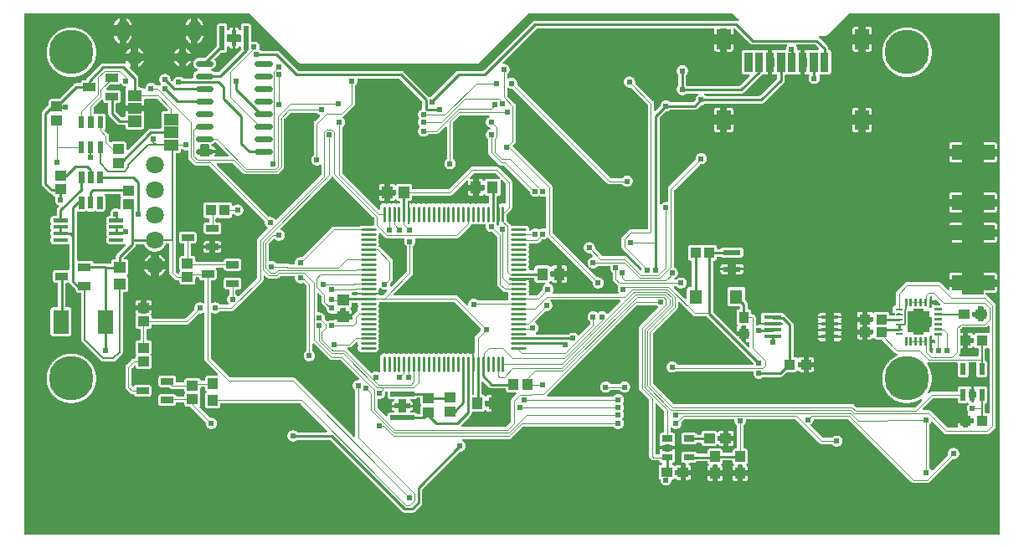
<source format=gbl>
G04 Layer: BottomLayer*
G04 EasyEDA v6.1.34, Wed, 08 May 2019 08:14:30 GMT*
G04 27d5e13cb4324ff6b1947c28adf9976f,88f35c52922c4fbc8d6ac25f651a04fd,10*
G04 Gerber Generator version 0.2*
G04 Scale: 100 percent, Rotated: No, Reflected: No *
G04 Dimensions in millimeters *
G04 leading zeros omitted , absolute positions ,3 integer and 3 decimal *
%FSLAX33Y33*%
%MOMM*%
G90*
G71D02*

%ADD10C,0.254000*%
%ADD11C,0.124993*%
%ADD12C,0.154000*%
%ADD14C,0.599999*%
%ADD15C,0.619760*%
%ADD29R,1.099820X1.000760*%
%ADD42R,0.999998X1.099998*%
%ADD54C,1.799996*%
%ADD55C,1.399997*%
%ADD56C,1.499997*%
%ADD57C,4.499991*%
%ADD58C,1.299997*%
%ADD59C,0.280010*%
%ADD62R,1.600200X2.400300*%
%ADD65R,0.563880X1.211580*%
%ADD68R,1.803400X0.406400*%
%ADD69R,1.799996X0.499999*%
%ADD70R,1.270000X1.470660*%
%ADD74R,1.099820X1.198880*%
%ADD78R,0.789940X0.259080*%
%ADD80R,0.551180X1.198880*%

%LPD*%
G36*
G01X22960Y53070D02*
G01X370Y53070D01*
G01X356Y53069D01*
G01X342Y53066D01*
G01X328Y53061D01*
G01X315Y53054D01*
G01X304Y53045D01*
G01X294Y53035D01*
G01X285Y53024D01*
G01X278Y53011D01*
G01X273Y52997D01*
G01X270Y52983D01*
G01X269Y52969D01*
G01X269Y370D01*
G01X270Y356D01*
G01X273Y342D01*
G01X278Y328D01*
G01X285Y315D01*
G01X294Y304D01*
G01X304Y294D01*
G01X315Y285D01*
G01X328Y278D01*
G01X342Y273D01*
G01X356Y270D01*
G01X370Y269D01*
G01X98816Y269D01*
G01X98830Y270D01*
G01X98844Y273D01*
G01X98858Y278D01*
G01X98871Y285D01*
G01X98882Y294D01*
G01X98892Y304D01*
G01X98901Y315D01*
G01X98908Y328D01*
G01X98913Y342D01*
G01X98916Y356D01*
G01X98917Y370D01*
G01X98917Y52969D01*
G01X98916Y52983D01*
G01X98913Y52997D01*
G01X98908Y53011D01*
G01X98901Y53024D01*
G01X98892Y53035D01*
G01X98882Y53045D01*
G01X98871Y53054D01*
G01X98858Y53061D01*
G01X98844Y53066D01*
G01X98830Y53069D01*
G01X98816Y53070D01*
G01X83719Y53070D01*
G01X83703Y53069D01*
G01X83688Y53065D01*
G01X83673Y53059D01*
G01X83659Y53051D01*
G01X83647Y53041D01*
G01X81470Y50863D01*
G01X81453Y50847D01*
G01X81434Y50833D01*
G01X81414Y50820D01*
G01X81393Y50809D01*
G01X81372Y50800D01*
G01X81349Y50793D01*
G01X81326Y50788D01*
G01X81303Y50785D01*
G01X81280Y50784D01*
G01X80677Y50784D01*
G01X80663Y50783D01*
G01X80649Y50780D01*
G01X80635Y50775D01*
G01X80623Y50768D01*
G01X80611Y50759D01*
G01X80601Y50749D01*
G01X80592Y50738D01*
G01X80585Y50725D01*
G01X80580Y50711D01*
G01X80577Y50697D01*
G01X80576Y50683D01*
G01X80577Y50667D01*
G01X80581Y50651D01*
G01X80587Y50637D01*
G01X80595Y50623D01*
G01X80605Y50611D01*
G01X80617Y50601D01*
G01X80640Y50583D01*
G01X80662Y50563D01*
G01X81449Y49775D01*
G01X81470Y49753D01*
G01X81488Y49730D01*
G01X81505Y49704D01*
G01X81520Y49678D01*
G01X81532Y49651D01*
G01X81543Y49623D01*
G01X81551Y49594D01*
G01X81557Y49564D01*
G01X81560Y49534D01*
G01X81561Y49504D01*
G01X81561Y49459D01*
G01X81563Y49444D01*
G01X81566Y49429D01*
G01X81571Y49415D01*
G01X81579Y49402D01*
G01X81588Y49390D01*
G01X81599Y49380D01*
G01X81611Y49371D01*
G01X81625Y49364D01*
G01X81639Y49360D01*
G01X81661Y49353D01*
G01X81682Y49345D01*
G01X81703Y49335D01*
G01X81722Y49323D01*
G01X81741Y49310D01*
G01X81758Y49295D01*
G01X81773Y49278D01*
G01X81788Y49260D01*
G01X81800Y49241D01*
G01X81811Y49221D01*
G01X81820Y49200D01*
G01X81827Y49178D01*
G01X81832Y49156D01*
G01X81835Y49133D01*
G01X81836Y49110D01*
G01X81836Y47101D01*
G01X81835Y47078D01*
G01X81831Y47054D01*
G01X81826Y47031D01*
G01X81818Y47009D01*
G01X81809Y46987D01*
G01X81797Y46966D01*
G01X81784Y46947D01*
G01X81769Y46928D01*
G01X81752Y46912D01*
G01X81734Y46897D01*
G01X81714Y46883D01*
G01X81694Y46872D01*
G01X81672Y46862D01*
G01X81649Y46855D01*
G01X81626Y46849D01*
G01X81603Y46846D01*
G01X81579Y46845D01*
G01X80779Y46845D01*
G01X80759Y46846D01*
G01X80751Y46846D01*
G01X80736Y46845D01*
G01X80722Y46842D01*
G01X80708Y46837D01*
G01X80696Y46830D01*
G01X80684Y46821D01*
G01X80674Y46811D01*
G01X80665Y46799D01*
G01X80658Y46786D01*
G01X80653Y46773D01*
G01X80650Y46759D01*
G01X80649Y46744D01*
G01X80651Y46724D01*
G01X80657Y46704D01*
G01X80671Y46669D01*
G01X80682Y46632D01*
G01X80691Y46595D01*
G01X80698Y46558D01*
G01X80702Y46520D01*
G01X80703Y46482D01*
G01X80702Y46447D01*
G01X80699Y46413D01*
G01X80694Y46379D01*
G01X80686Y46346D01*
G01X80677Y46313D01*
G01X80666Y46281D01*
G01X80653Y46249D01*
G01X80638Y46218D01*
G01X80621Y46188D01*
G01X80603Y46160D01*
G01X80582Y46132D01*
G01X80560Y46106D01*
G01X80537Y46081D01*
G01X80512Y46058D01*
G01X80486Y46036D01*
G01X80458Y46015D01*
G01X80430Y45997D01*
G01X80400Y45980D01*
G01X80369Y45965D01*
G01X80337Y45952D01*
G01X80305Y45941D01*
G01X80272Y45932D01*
G01X80239Y45924D01*
G01X80205Y45919D01*
G01X80171Y45916D01*
G01X80137Y45915D01*
G01X80102Y45916D01*
G01X80068Y45919D01*
G01X80034Y45924D01*
G01X80001Y45932D01*
G01X79968Y45941D01*
G01X79936Y45952D01*
G01X79904Y45965D01*
G01X79873Y45980D01*
G01X79843Y45997D01*
G01X79815Y46015D01*
G01X79787Y46036D01*
G01X79761Y46058D01*
G01X79736Y46081D01*
G01X79713Y46106D01*
G01X79691Y46132D01*
G01X79670Y46160D01*
G01X79652Y46188D01*
G01X79635Y46218D01*
G01X79620Y46249D01*
G01X79607Y46281D01*
G01X79596Y46313D01*
G01X79587Y46346D01*
G01X79579Y46379D01*
G01X79574Y46413D01*
G01X79571Y46447D01*
G01X79570Y46482D01*
G01X79571Y46518D01*
G01X79575Y46555D01*
G01X79581Y46592D01*
G01X79589Y46628D01*
G01X79600Y46663D01*
G01X79613Y46698D01*
G01X79628Y46731D01*
G01X79634Y46746D01*
G01X79637Y46761D01*
G01X79639Y46776D01*
G01X79637Y46790D01*
G01X79634Y46805D01*
G01X79629Y46818D01*
G01X79622Y46831D01*
G01X79614Y46842D01*
G01X79604Y46853D01*
G01X79592Y46861D01*
G01X79579Y46868D01*
G01X79573Y46871D01*
G01X79559Y46877D01*
G01X79544Y46881D01*
G01X79528Y46882D01*
G01X79513Y46881D01*
G01X79498Y46877D01*
G01X79483Y46871D01*
G01X79462Y46862D01*
G01X79439Y46854D01*
G01X79416Y46849D01*
G01X79393Y46846D01*
G01X79369Y46845D01*
G01X79169Y46845D01*
G01X79169Y47604D01*
G01X79329Y47604D01*
G01X79343Y47605D01*
G01X79357Y47608D01*
G01X79371Y47613D01*
G01X79384Y47620D01*
G01X79395Y47628D01*
G01X79406Y47639D01*
G01X79414Y47650D01*
G01X79421Y47663D01*
G01X79426Y47677D01*
G01X79429Y47691D01*
G01X79430Y47705D01*
G01X79430Y48507D01*
G01X79429Y48521D01*
G01X79426Y48535D01*
G01X79421Y48549D01*
G01X79414Y48561D01*
G01X79406Y48573D01*
G01X79395Y48583D01*
G01X79384Y48592D01*
G01X79371Y48599D01*
G01X79357Y48604D01*
G01X79343Y48607D01*
G01X79329Y48608D01*
G01X79169Y48608D01*
G01X79169Y49367D01*
G01X79369Y49367D01*
G01X79393Y49366D01*
G01X79416Y49363D01*
G01X79439Y49357D01*
G01X79462Y49350D01*
G01X79483Y49340D01*
G01X79498Y49335D01*
G01X79513Y49331D01*
G01X79528Y49330D01*
G01X79544Y49331D01*
G01X79559Y49335D01*
G01X79573Y49340D01*
G01X79595Y49350D01*
G01X79617Y49357D01*
G01X79640Y49363D01*
G01X79663Y49366D01*
G01X79687Y49367D01*
G01X80487Y49367D01*
G01X80518Y49365D01*
G01X80530Y49364D01*
G01X80544Y49365D01*
G01X80559Y49368D01*
G01X80585Y49380D01*
G01X80596Y49389D01*
G01X80607Y49399D01*
G01X80615Y49411D01*
G01X80622Y49424D01*
G01X80627Y49437D01*
G01X80631Y49451D01*
G01X80632Y49466D01*
G01X80630Y49482D01*
G01X80627Y49497D01*
G01X80620Y49512D01*
G01X80612Y49526D01*
G01X80602Y49538D01*
G01X80261Y49878D01*
G01X80249Y49889D01*
G01X80236Y49897D01*
G01X80221Y49903D01*
G01X80205Y49907D01*
G01X80190Y49908D01*
G01X78383Y49908D01*
G01X78368Y49907D01*
G01X78354Y49904D01*
G01X78340Y49899D01*
G01X78328Y49892D01*
G01X78316Y49883D01*
G01X78306Y49873D01*
G01X78297Y49861D01*
G01X78290Y49849D01*
G01X78285Y49835D01*
G01X78282Y49821D01*
G01X78281Y49806D01*
G01X78282Y49790D01*
G01X78286Y49774D01*
G01X78293Y49759D01*
G01X78302Y49745D01*
G01X78322Y49716D01*
G01X78340Y49687D01*
G01X78357Y49656D01*
G01X78372Y49624D01*
G01X78384Y49591D01*
G01X78395Y49558D01*
G01X78404Y49524D01*
G01X78410Y49490D01*
G01X78414Y49455D01*
G01X78417Y49440D01*
G01X78422Y49426D01*
G01X78428Y49413D01*
G01X78437Y49400D01*
G01X78447Y49389D01*
G01X78459Y49380D01*
G01X78472Y49373D01*
G01X78486Y49367D01*
G01X78501Y49364D01*
G01X78516Y49363D01*
G01X78531Y49364D01*
G01X78569Y49367D01*
G01X78769Y49367D01*
G01X78769Y48608D01*
G01X78635Y48608D01*
G01X78621Y48607D01*
G01X78607Y48604D01*
G01X78593Y48599D01*
G01X78580Y48592D01*
G01X78569Y48583D01*
G01X78559Y48573D01*
G01X78550Y48561D01*
G01X78543Y48549D01*
G01X78538Y48535D01*
G01X78535Y48521D01*
G01X78534Y48507D01*
G01X78534Y47705D01*
G01X78535Y47691D01*
G01X78538Y47677D01*
G01X78543Y47663D01*
G01X78550Y47650D01*
G01X78559Y47639D01*
G01X78569Y47628D01*
G01X78580Y47620D01*
G01X78593Y47613D01*
G01X78607Y47608D01*
G01X78621Y47605D01*
G01X78635Y47604D01*
G01X78769Y47604D01*
G01X78769Y46845D01*
G01X78569Y46845D01*
G01X78542Y46846D01*
G01X78516Y46850D01*
G01X78490Y46857D01*
G01X78465Y46867D01*
G01X78444Y46874D01*
G01X78423Y46876D01*
G01X78402Y46874D01*
G01X78382Y46867D01*
G01X78357Y46857D01*
G01X78331Y46850D01*
G01X78304Y46846D01*
G01X78277Y46845D01*
G01X77477Y46845D01*
G01X77450Y46846D01*
G01X77424Y46850D01*
G01X77398Y46857D01*
G01X77373Y46867D01*
G01X77352Y46874D01*
G01X77331Y46876D01*
G01X77310Y46874D01*
G01X77290Y46867D01*
G01X77268Y46858D01*
G01X77245Y46852D01*
G01X77231Y46847D01*
G01X77217Y46841D01*
G01X77205Y46832D01*
G01X77194Y46822D01*
G01X77185Y46810D01*
G01X77177Y46797D01*
G01X77172Y46783D01*
G01X77168Y46768D01*
G01X77167Y46753D01*
G01X77167Y46304D01*
G01X77166Y46274D01*
G01X77163Y46244D01*
G01X77157Y46214D01*
G01X77148Y46185D01*
G01X77138Y46157D01*
G01X77125Y46130D01*
G01X77111Y46103D01*
G01X77094Y46078D01*
G01X77075Y46055D01*
G01X77055Y46032D01*
G01X75074Y44051D01*
G01X75052Y44031D01*
G01X75028Y44012D01*
G01X75003Y43995D01*
G01X74977Y43981D01*
G01X74949Y43968D01*
G01X74921Y43958D01*
G01X74892Y43950D01*
G01X74862Y43944D01*
G01X74833Y43940D01*
G01X74803Y43939D01*
G01X69166Y43939D01*
G01X69150Y43938D01*
G01X69135Y43934D01*
G01X69121Y43929D01*
G01X69108Y43921D01*
G01X69096Y43911D01*
G01X69070Y43888D01*
G01X69043Y43867D01*
G01X69015Y43847D01*
G01X68985Y43829D01*
G01X68955Y43813D01*
G01X68923Y43799D01*
G01X68891Y43787D01*
G01X68858Y43777D01*
G01X68825Y43769D01*
G01X68791Y43762D01*
G01X68756Y43758D01*
G01X68722Y43756D01*
G01X68707Y43755D01*
G01X68692Y43751D01*
G01X68678Y43745D01*
G01X68665Y43737D01*
G01X68653Y43727D01*
G01X68343Y43416D01*
G01X68321Y43396D01*
G01X68297Y43377D01*
G01X68272Y43360D01*
G01X68246Y43346D01*
G01X68218Y43333D01*
G01X68190Y43323D01*
G01X68161Y43315D01*
G01X68131Y43309D01*
G01X68102Y43305D01*
G01X68072Y43304D01*
G01X65610Y43304D01*
G01X65594Y43303D01*
G01X65579Y43299D01*
G01X65565Y43294D01*
G01X65552Y43286D01*
G01X65540Y43276D01*
G01X65514Y43253D01*
G01X65487Y43232D01*
G01X65459Y43212D01*
G01X65429Y43194D01*
G01X65399Y43178D01*
G01X65367Y43164D01*
G01X65335Y43152D01*
G01X65302Y43142D01*
G01X65269Y43134D01*
G01X65235Y43127D01*
G01X65200Y43123D01*
G01X65166Y43121D01*
G01X65151Y43120D01*
G01X65136Y43116D01*
G01X65122Y43110D01*
G01X65109Y43102D01*
G01X65097Y43092D01*
G01X64548Y42542D01*
G01X64537Y42530D01*
G01X64529Y42517D01*
G01X64523Y42502D01*
G01X64519Y42486D01*
G01X64518Y42471D01*
G01X64518Y33806D01*
G01X64519Y33792D01*
G01X64522Y33777D01*
G01X64527Y33764D01*
G01X64534Y33751D01*
G01X64543Y33739D01*
G01X64553Y33729D01*
G01X64565Y33721D01*
G01X64577Y33714D01*
G01X64591Y33709D01*
G01X64605Y33705D01*
G01X64620Y33704D01*
G01X64635Y33706D01*
G01X64650Y33709D01*
G01X64665Y33715D01*
G01X64678Y33723D01*
G01X64690Y33733D01*
G01X64700Y33744D01*
G01X64722Y33771D01*
G01X64746Y33797D01*
G01X64771Y33821D01*
G01X64797Y33843D01*
G01X64825Y33864D01*
G01X64854Y33883D01*
G01X64884Y33900D01*
G01X64915Y33916D01*
G01X64947Y33929D01*
G01X64980Y33941D01*
G01X65013Y33950D01*
G01X65047Y33957D01*
G01X65081Y33963D01*
G01X65116Y33966D01*
G01X65151Y33967D01*
G01X65188Y33966D01*
G01X65225Y33962D01*
G01X65238Y33961D01*
G01X65252Y33962D01*
G01X65266Y33965D01*
G01X65280Y33970D01*
G01X65293Y33977D01*
G01X65304Y33986D01*
G01X65315Y33996D01*
G01X65323Y34008D01*
G01X65330Y34021D01*
G01X65335Y34034D01*
G01X65338Y34048D01*
G01X65339Y34063D01*
G01X65339Y35306D01*
G01X65341Y35333D01*
G01X65344Y35361D01*
G01X65350Y35388D01*
G01X65359Y35415D01*
G01X65369Y35440D01*
G01X65382Y35465D01*
G01X65397Y35488D01*
G01X65414Y35511D01*
G01X65433Y35531D01*
G01X68114Y38212D01*
G01X68124Y38224D01*
G01X68133Y38238D01*
G01X68139Y38253D01*
G01X68142Y38268D01*
G01X68144Y38284D01*
G01X68143Y38295D01*
G01X68140Y38353D01*
G01X68141Y38388D01*
G01X68144Y38422D01*
G01X68149Y38456D01*
G01X68157Y38489D01*
G01X68166Y38522D01*
G01X68177Y38554D01*
G01X68190Y38586D01*
G01X68205Y38617D01*
G01X68222Y38647D01*
G01X68240Y38675D01*
G01X68261Y38703D01*
G01X68283Y38729D01*
G01X68306Y38754D01*
G01X68331Y38777D01*
G01X68357Y38799D01*
G01X68385Y38820D01*
G01X68413Y38838D01*
G01X68443Y38855D01*
G01X68474Y38870D01*
G01X68506Y38883D01*
G01X68538Y38894D01*
G01X68571Y38903D01*
G01X68604Y38911D01*
G01X68638Y38916D01*
G01X68672Y38919D01*
G01X68707Y38920D01*
G01X68741Y38919D01*
G01X68775Y38916D01*
G01X68809Y38911D01*
G01X68842Y38903D01*
G01X68875Y38894D01*
G01X68907Y38883D01*
G01X68939Y38870D01*
G01X68970Y38855D01*
G01X69000Y38838D01*
G01X69028Y38820D01*
G01X69056Y38799D01*
G01X69082Y38777D01*
G01X69107Y38754D01*
G01X69130Y38729D01*
G01X69152Y38703D01*
G01X69173Y38675D01*
G01X69191Y38647D01*
G01X69208Y38617D01*
G01X69223Y38586D01*
G01X69236Y38554D01*
G01X69247Y38522D01*
G01X69256Y38489D01*
G01X69264Y38456D01*
G01X69269Y38422D01*
G01X69272Y38388D01*
G01X69273Y38354D01*
G01X69272Y38319D01*
G01X69269Y38285D01*
G01X69264Y38251D01*
G01X69256Y38218D01*
G01X69247Y38185D01*
G01X69236Y38153D01*
G01X69223Y38121D01*
G01X69208Y38090D01*
G01X69191Y38060D01*
G01X69173Y38032D01*
G01X69152Y38004D01*
G01X69130Y37978D01*
G01X69107Y37953D01*
G01X69082Y37930D01*
G01X69056Y37908D01*
G01X69028Y37887D01*
G01X69000Y37869D01*
G01X68970Y37852D01*
G01X68939Y37837D01*
G01X68907Y37824D01*
G01X68875Y37813D01*
G01X68842Y37804D01*
G01X68809Y37796D01*
G01X68775Y37791D01*
G01X68741Y37788D01*
G01X68707Y37787D01*
G01X68648Y37790D01*
G01X68637Y37791D01*
G01X68621Y37789D01*
G01X68606Y37786D01*
G01X68591Y37780D01*
G01X68577Y37771D01*
G01X68565Y37761D01*
G01X66007Y35203D01*
G01X65997Y35191D01*
G01X65989Y35177D01*
G01X65983Y35163D01*
G01X65979Y35147D01*
G01X65978Y35131D01*
G01X65978Y27432D01*
G01X65976Y27405D01*
G01X65976Y27397D01*
G01X65977Y27381D01*
G01X65981Y27365D01*
G01X65988Y27350D01*
G01X65996Y27337D01*
G01X66007Y27324D01*
G01X66019Y27314D01*
G01X66033Y27306D01*
G01X66064Y27289D01*
G01X66094Y27271D01*
G01X66123Y27251D01*
G01X66151Y27229D01*
G01X66177Y27206D01*
G01X66202Y27181D01*
G01X66225Y27154D01*
G01X66246Y27126D01*
G01X66266Y27097D01*
G01X66283Y27067D01*
G01X66299Y27035D01*
G01X66313Y27003D01*
G01X66325Y26970D01*
G01X66335Y26936D01*
G01X66342Y26901D01*
G01X66348Y26867D01*
G01X66351Y26832D01*
G01X66352Y26796D01*
G01X66351Y26762D01*
G01X66348Y26727D01*
G01X66342Y26693D01*
G01X66335Y26659D01*
G01X66326Y26626D01*
G01X66314Y26593D01*
G01X66301Y26562D01*
G01X66286Y26530D01*
G01X66268Y26500D01*
G01X66249Y26471D01*
G01X66229Y26444D01*
G01X66206Y26417D01*
G01X66182Y26392D01*
G01X66157Y26369D01*
G01X66130Y26347D01*
G01X66102Y26327D01*
G01X66073Y26308D01*
G01X66042Y26292D01*
G01X66029Y26283D01*
G01X66017Y26273D01*
G01X66006Y26261D01*
G01X65998Y26247D01*
G01X65992Y26233D01*
G01X65988Y26217D01*
G01X65987Y26201D01*
G01X65988Y26187D01*
G01X65991Y26173D01*
G01X65996Y26159D01*
G01X66003Y26146D01*
G01X66012Y26135D01*
G01X66022Y26124D01*
G01X66034Y26116D01*
G01X66046Y26109D01*
G01X66060Y26104D01*
G01X66074Y26101D01*
G01X66088Y26100D01*
G01X66156Y26100D01*
G01X66171Y26101D01*
G01X66185Y26104D01*
G01X66199Y26109D01*
G01X66212Y26117D01*
G01X66224Y26126D01*
G01X66234Y26137D01*
G01X66258Y26164D01*
G01X66283Y26190D01*
G01X66310Y26214D01*
G01X66338Y26236D01*
G01X66368Y26257D01*
G01X66399Y26275D01*
G01X66431Y26292D01*
G01X66464Y26306D01*
G01X66498Y26319D01*
G01X66532Y26329D01*
G01X66567Y26337D01*
G01X66603Y26342D01*
G01X66639Y26346D01*
G01X66674Y26347D01*
G01X66709Y26346D01*
G01X66743Y26343D01*
G01X66777Y26338D01*
G01X66810Y26330D01*
G01X66843Y26321D01*
G01X66875Y26310D01*
G01X66907Y26297D01*
G01X66938Y26282D01*
G01X66968Y26265D01*
G01X66996Y26247D01*
G01X67024Y26226D01*
G01X67050Y26204D01*
G01X67075Y26181D01*
G01X67098Y26156D01*
G01X67120Y26130D01*
G01X67141Y26102D01*
G01X67159Y26074D01*
G01X67176Y26044D01*
G01X67191Y26013D01*
G01X67204Y25981D01*
G01X67215Y25949D01*
G01X67224Y25916D01*
G01X67232Y25883D01*
G01X67237Y25849D01*
G01X67240Y25815D01*
G01X67241Y25781D01*
G01X67240Y25746D01*
G01X67237Y25712D01*
G01X67232Y25678D01*
G01X67224Y25645D01*
G01X67215Y25612D01*
G01X67204Y25580D01*
G01X67191Y25548D01*
G01X67176Y25517D01*
G01X67159Y25487D01*
G01X67141Y25459D01*
G01X67120Y25431D01*
G01X67098Y25405D01*
G01X67075Y25380D01*
G01X67050Y25357D01*
G01X67024Y25335D01*
G01X66996Y25314D01*
G01X66968Y25296D01*
G01X66938Y25279D01*
G01X66907Y25264D01*
G01X66875Y25251D01*
G01X66843Y25240D01*
G01X66810Y25231D01*
G01X66777Y25223D01*
G01X66743Y25218D01*
G01X66709Y25215D01*
G01X66675Y25214D01*
G01X66639Y25215D01*
G01X66603Y25219D01*
G01X66567Y25224D01*
G01X66532Y25232D01*
G01X66498Y25242D01*
G01X66464Y25255D01*
G01X66431Y25269D01*
G01X66399Y25286D01*
G01X66368Y25304D01*
G01X66338Y25325D01*
G01X66310Y25347D01*
G01X66283Y25371D01*
G01X66258Y25397D01*
G01X66234Y25424D01*
G01X66224Y25435D01*
G01X66212Y25444D01*
G01X66199Y25452D01*
G01X66185Y25457D01*
G01X66171Y25460D01*
G01X66156Y25461D01*
G01X66039Y25461D01*
G01X66025Y25460D01*
G01X66010Y25457D01*
G01X65997Y25452D01*
G01X65984Y25445D01*
G01X65972Y25437D01*
G01X65962Y25426D01*
G01X65954Y25415D01*
G01X65947Y25402D01*
G01X65942Y25388D01*
G01X65938Y25374D01*
G01X65937Y25360D01*
G01X65939Y25344D01*
G01X65942Y25328D01*
G01X65948Y25314D01*
G01X65957Y25300D01*
G01X65967Y25288D01*
G01X67083Y24172D01*
G01X67095Y24162D01*
G01X67108Y24154D01*
G01X67123Y24148D01*
G01X67139Y24144D01*
G01X67155Y24143D01*
G01X67169Y24144D01*
G01X67183Y24147D01*
G01X67197Y24152D01*
G01X67209Y24159D01*
G01X67221Y24168D01*
G01X67231Y24178D01*
G01X67240Y24189D01*
G01X67247Y24202D01*
G01X67252Y24216D01*
G01X67255Y24230D01*
G01X67256Y24244D01*
G01X67256Y25118D01*
G01X67257Y25141D01*
G01X67261Y25165D01*
G01X67266Y25188D01*
G01X67273Y25210D01*
G01X67283Y25232D01*
G01X67295Y25253D01*
G01X67308Y25272D01*
G01X67323Y25290D01*
G01X67340Y25307D01*
G01X67358Y25322D01*
G01X67378Y25336D01*
G01X67398Y25347D01*
G01X67420Y25357D01*
G01X67442Y25364D01*
G01X67466Y25370D01*
G01X67489Y25373D01*
G01X67513Y25374D01*
G01X67663Y25374D01*
G01X67677Y25375D01*
G01X67691Y25378D01*
G01X67705Y25383D01*
G01X67717Y25390D01*
G01X67729Y25399D01*
G01X67739Y25409D01*
G01X67748Y25421D01*
G01X67755Y25433D01*
G01X67760Y25447D01*
G01X67763Y25461D01*
G01X67764Y25476D01*
G01X67764Y27919D01*
G01X67763Y27934D01*
G01X67760Y27948D01*
G01X67755Y27961D01*
G01X67748Y27974D01*
G01X67739Y27986D01*
G01X67729Y27996D01*
G01X67717Y28005D01*
G01X67705Y28012D01*
G01X67691Y28017D01*
G01X67677Y28020D01*
G01X67663Y28021D01*
G01X67635Y28021D01*
G01X67611Y28022D01*
G01X67587Y28025D01*
G01X67564Y28031D01*
G01X67542Y28038D01*
G01X67520Y28048D01*
G01X67500Y28059D01*
G01X67480Y28073D01*
G01X67462Y28088D01*
G01X67445Y28104D01*
G01X67430Y28123D01*
G01X67417Y28142D01*
G01X67405Y28163D01*
G01X67395Y28185D01*
G01X67388Y28207D01*
G01X67382Y28230D01*
G01X67379Y28254D01*
G01X67378Y28277D01*
G01X67378Y29380D01*
G01X67379Y29403D01*
G01X67382Y29427D01*
G01X67388Y29450D01*
G01X67395Y29472D01*
G01X67405Y29494D01*
G01X67417Y29515D01*
G01X67430Y29534D01*
G01X67445Y29553D01*
G01X67462Y29569D01*
G01X67480Y29584D01*
G01X67500Y29598D01*
G01X67520Y29609D01*
G01X67542Y29619D01*
G01X67564Y29626D01*
G01X67587Y29632D01*
G01X67611Y29635D01*
G01X67635Y29636D01*
G01X68633Y29636D01*
G01X68658Y29635D01*
G01X68683Y29631D01*
G01X68708Y29625D01*
G01X68732Y29616D01*
G01X68755Y29605D01*
G01X68777Y29592D01*
G01X68790Y29585D01*
G01X68804Y29579D01*
G01X68818Y29576D01*
G01X68834Y29575D01*
G01X68849Y29576D01*
G01X68863Y29579D01*
G01X68877Y29585D01*
G01X68890Y29592D01*
G01X68912Y29605D01*
G01X68935Y29616D01*
G01X68959Y29625D01*
G01X68984Y29631D01*
G01X69009Y29635D01*
G01X69034Y29636D01*
G01X70032Y29636D01*
G01X70056Y29635D01*
G01X70080Y29632D01*
G01X70103Y29626D01*
G01X70125Y29619D01*
G01X70147Y29609D01*
G01X70167Y29598D01*
G01X70187Y29584D01*
G01X70205Y29569D01*
G01X70222Y29553D01*
G01X70237Y29534D01*
G01X70250Y29515D01*
G01X70262Y29494D01*
G01X70272Y29472D01*
G01X70279Y29450D01*
G01X70285Y29427D01*
G01X70288Y29403D01*
G01X70289Y29380D01*
G01X70289Y29314D01*
G01X70290Y29299D01*
G01X70293Y29285D01*
G01X70298Y29271D01*
G01X70305Y29259D01*
G01X70314Y29247D01*
G01X70324Y29237D01*
G01X70336Y29228D01*
G01X70348Y29221D01*
G01X70362Y29216D01*
G01X70376Y29213D01*
G01X70391Y29212D01*
G01X70615Y29212D01*
G01X70632Y29213D01*
G01X70648Y29217D01*
G01X70663Y29224D01*
G01X70677Y29233D01*
G01X70690Y29244D01*
G01X70700Y29257D01*
G01X70714Y29276D01*
G01X70729Y29293D01*
G01X70745Y29309D01*
G01X70763Y29323D01*
G01X70783Y29336D01*
G01X70803Y29347D01*
G01X70824Y29356D01*
G01X70846Y29363D01*
G01X70868Y29368D01*
G01X70891Y29371D01*
G01X70914Y29372D01*
G01X72712Y29372D01*
G01X72736Y29371D01*
G01X72759Y29368D01*
G01X72782Y29362D01*
G01X72805Y29355D01*
G01X72826Y29345D01*
G01X72847Y29334D01*
G01X72867Y29320D01*
G01X72885Y29305D01*
G01X72902Y29288D01*
G01X72917Y29270D01*
G01X72930Y29251D01*
G01X72942Y29230D01*
G01X72951Y29208D01*
G01X72959Y29186D01*
G01X72964Y29163D01*
G01X72968Y29139D01*
G01X72969Y29116D01*
G01X72969Y28615D01*
G01X72968Y28591D01*
G01X72964Y28568D01*
G01X72959Y28545D01*
G01X72951Y28522D01*
G01X72942Y28501D01*
G01X72930Y28480D01*
G01X72917Y28461D01*
G01X72902Y28442D01*
G01X72885Y28426D01*
G01X72867Y28410D01*
G01X72847Y28397D01*
G01X72826Y28385D01*
G01X72805Y28376D01*
G01X72782Y28368D01*
G01X72759Y28363D01*
G01X72736Y28360D01*
G01X72712Y28359D01*
G01X70914Y28359D01*
G01X70888Y28360D01*
G01X70862Y28364D01*
G01X70837Y28370D01*
G01X70813Y28379D01*
G01X70789Y28391D01*
G01X70767Y28405D01*
G01X70735Y28429D01*
G01X70722Y28436D01*
G01X70709Y28441D01*
G01X70695Y28444D01*
G01X70681Y28445D01*
G01X70391Y28445D01*
G01X70376Y28444D01*
G01X70362Y28441D01*
G01X70348Y28436D01*
G01X70336Y28429D01*
G01X70324Y28420D01*
G01X70314Y28410D01*
G01X70305Y28398D01*
G01X70298Y28386D01*
G01X70293Y28372D01*
G01X70290Y28358D01*
G01X70289Y28343D01*
G01X70289Y28277D01*
G01X70288Y28254D01*
G01X70285Y28230D01*
G01X70279Y28207D01*
G01X70272Y28185D01*
G01X70262Y28163D01*
G01X70250Y28142D01*
G01X70237Y28123D01*
G01X70222Y28104D01*
G01X70205Y28088D01*
G01X70187Y28073D01*
G01X70167Y28059D01*
G01X70147Y28048D01*
G01X70125Y28038D01*
G01X70103Y28031D01*
G01X70080Y28025D01*
G01X70056Y28022D01*
G01X70032Y28021D01*
G01X70019Y28021D01*
G01X70004Y28020D01*
G01X69990Y28017D01*
G01X69976Y28012D01*
G01X69964Y28005D01*
G01X69952Y27996D01*
G01X69942Y27986D01*
G01X69933Y27974D01*
G01X69926Y27961D01*
G01X69921Y27948D01*
G01X69918Y27934D01*
G01X69917Y27919D01*
G01X69917Y22857D01*
G01X69918Y22841D01*
G01X69922Y22826D01*
G01X69928Y22811D01*
G01X69936Y22798D01*
G01X69947Y22785D01*
G01X72094Y20638D01*
G01X72355Y20378D01*
G01X72367Y20367D01*
G01X72380Y20359D01*
G01X72395Y20353D01*
G01X72411Y20349D01*
G01X72427Y20348D01*
G01X72774Y20348D01*
G01X72774Y20000D01*
G01X72776Y19985D01*
G01X72779Y19969D01*
G01X72785Y19954D01*
G01X72794Y19941D01*
G01X72804Y19929D01*
G01X73421Y19312D01*
G01X73433Y19301D01*
G01X73447Y19293D01*
G01X73461Y19287D01*
G01X73477Y19283D01*
G01X73493Y19282D01*
G01X73507Y19283D01*
G01X73521Y19286D01*
G01X73535Y19291D01*
G01X73548Y19298D01*
G01X73559Y19307D01*
G01X73570Y19317D01*
G01X73578Y19329D01*
G01X73585Y19341D01*
G01X73590Y19355D01*
G01X73593Y19369D01*
G01X73594Y19384D01*
G01X73594Y19715D01*
G01X73593Y19729D01*
G01X73590Y19744D01*
G01X73585Y19757D01*
G01X73578Y19770D01*
G01X73570Y19782D01*
G01X73559Y19792D01*
G01X73548Y19800D01*
G01X73535Y19807D01*
G01X73521Y19812D01*
G01X73507Y19816D01*
G01X73493Y19817D01*
G01X73275Y19817D01*
G01X73275Y20348D01*
G01X73493Y20348D01*
G01X73507Y20349D01*
G01X73521Y20352D01*
G01X73535Y20357D01*
G01X73548Y20364D01*
G01X73559Y20373D01*
G01X73570Y20383D01*
G01X73578Y20395D01*
G01X73585Y20407D01*
G01X73590Y20421D01*
G01X73593Y20435D01*
G01X73594Y20450D01*
G01X73594Y20796D01*
G01X73593Y20811D01*
G01X73590Y20825D01*
G01X73585Y20839D01*
G01X73578Y20851D01*
G01X73570Y20863D01*
G01X73559Y20873D01*
G01X73548Y20882D01*
G01X73535Y20889D01*
G01X73521Y20894D01*
G01X73507Y20897D01*
G01X73493Y20898D01*
G01X73275Y20898D01*
G01X73275Y21391D01*
G01X73274Y21406D01*
G01X73271Y21420D01*
G01X73266Y21434D01*
G01X73259Y21446D01*
G01X73250Y21458D01*
G01X73240Y21468D01*
G01X73228Y21477D01*
G01X73215Y21484D01*
G01X73202Y21489D01*
G01X73188Y21492D01*
G01X73173Y21493D01*
G01X72876Y21493D01*
G01X72861Y21492D01*
G01X72847Y21489D01*
G01X72834Y21484D01*
G01X72821Y21477D01*
G01X72809Y21468D01*
G01X72799Y21458D01*
G01X72790Y21446D01*
G01X72783Y21434D01*
G01X72778Y21420D01*
G01X72775Y21406D01*
G01X72774Y21391D01*
G01X72774Y20898D01*
G01X72268Y20898D01*
G01X72268Y21173D01*
G01X72269Y21197D01*
G01X72272Y21221D01*
G01X72278Y21244D01*
G01X72285Y21267D01*
G01X72295Y21289D01*
G01X72307Y21310D01*
G01X72321Y21329D01*
G01X72336Y21348D01*
G01X72353Y21364D01*
G01X72372Y21379D01*
G01X72384Y21390D01*
G01X72394Y21402D01*
G01X72402Y21415D01*
G01X72408Y21430D01*
G01X72412Y21445D01*
G01X72413Y21461D01*
G01X72412Y21477D01*
G01X72408Y21492D01*
G01X72402Y21507D01*
G01X72394Y21521D01*
G01X72384Y21533D01*
G01X72372Y21543D01*
G01X72353Y21558D01*
G01X72336Y21575D01*
G01X72321Y21593D01*
G01X72307Y21613D01*
G01X72295Y21634D01*
G01X72285Y21656D01*
G01X72278Y21678D01*
G01X72272Y21702D01*
G01X72269Y21726D01*
G01X72268Y21750D01*
G01X72268Y22849D01*
G01X72269Y22873D01*
G01X72272Y22896D01*
G01X72277Y22920D01*
G01X72285Y22942D01*
G01X72294Y22964D01*
G01X72306Y22984D01*
G01X72319Y23004D01*
G01X72335Y23022D01*
G01X72351Y23039D01*
G01X72370Y23054D01*
G01X72389Y23067D01*
G01X72410Y23079D01*
G01X72431Y23089D01*
G01X72454Y23096D01*
G01X72477Y23102D01*
G01X72500Y23105D01*
G01X72524Y23106D01*
G01X72539Y23106D01*
G01X72554Y23107D01*
G01X72568Y23110D01*
G01X72582Y23115D01*
G01X72594Y23122D01*
G01X72606Y23131D01*
G01X72616Y23141D01*
G01X72625Y23153D01*
G01X72632Y23165D01*
G01X72637Y23179D01*
G01X72640Y23193D01*
G01X72641Y23207D01*
G01X72641Y23289D01*
G01X72640Y23303D01*
G01X72637Y23317D01*
G01X72632Y23331D01*
G01X72625Y23344D01*
G01X72616Y23355D01*
G01X72606Y23366D01*
G01X72594Y23374D01*
G01X72582Y23381D01*
G01X72568Y23386D01*
G01X72554Y23389D01*
G01X72539Y23390D01*
G01X71628Y23390D01*
G01X71604Y23391D01*
G01X71580Y23395D01*
G01X71557Y23400D01*
G01X71535Y23408D01*
G01X71513Y23417D01*
G01X71492Y23429D01*
G01X71473Y23442D01*
G01X71455Y23457D01*
G01X71438Y23474D01*
G01X71423Y23492D01*
G01X71409Y23512D01*
G01X71398Y23533D01*
G01X71388Y23554D01*
G01X71381Y23577D01*
G01X71375Y23600D01*
G01X71372Y23623D01*
G01X71371Y23647D01*
G01X71371Y25118D01*
G01X71372Y25141D01*
G01X71375Y25165D01*
G01X71381Y25188D01*
G01X71388Y25210D01*
G01X71398Y25232D01*
G01X71409Y25253D01*
G01X71423Y25272D01*
G01X71438Y25290D01*
G01X71455Y25307D01*
G01X71473Y25322D01*
G01X71492Y25336D01*
G01X71513Y25347D01*
G01X71535Y25357D01*
G01X71557Y25364D01*
G01X71580Y25370D01*
G01X71604Y25373D01*
G01X71628Y25374D01*
G01X72898Y25374D01*
G01X72921Y25373D01*
G01X72945Y25370D01*
G01X72968Y25364D01*
G01X72990Y25357D01*
G01X73012Y25347D01*
G01X73033Y25336D01*
G01X73052Y25322D01*
G01X73070Y25307D01*
G01X73087Y25290D01*
G01X73102Y25272D01*
G01X73116Y25253D01*
G01X73127Y25232D01*
G01X73137Y25210D01*
G01X73144Y25188D01*
G01X73150Y25165D01*
G01X73153Y25141D01*
G01X73154Y25118D01*
G01X73154Y24076D01*
G01X73155Y24061D01*
G01X73159Y24045D01*
G01X73165Y24030D01*
G01X73173Y24017D01*
G01X73184Y24005D01*
G01X73296Y23893D01*
G01X73316Y23871D01*
G01X73335Y23847D01*
G01X73352Y23822D01*
G01X73366Y23796D01*
G01X73379Y23768D01*
G01X73389Y23740D01*
G01X73397Y23711D01*
G01X73403Y23681D01*
G01X73407Y23652D01*
G01X73408Y23621D01*
G01X73408Y23207D01*
G01X73409Y23193D01*
G01X73412Y23179D01*
G01X73417Y23165D01*
G01X73424Y23153D01*
G01X73433Y23141D01*
G01X73443Y23131D01*
G01X73455Y23122D01*
G01X73467Y23115D01*
G01X73481Y23110D01*
G01X73495Y23107D01*
G01X73510Y23106D01*
G01X73525Y23106D01*
G01X73549Y23105D01*
G01X73572Y23102D01*
G01X73595Y23096D01*
G01X73618Y23089D01*
G01X73639Y23079D01*
G01X73660Y23067D01*
G01X73679Y23054D01*
G01X73698Y23039D01*
G01X73714Y23022D01*
G01X73730Y23004D01*
G01X73743Y22984D01*
G01X73755Y22964D01*
G01X73764Y22942D01*
G01X73772Y22920D01*
G01X73777Y22896D01*
G01X73780Y22873D01*
G01X73781Y22849D01*
G01X73781Y22717D01*
G01X73783Y22702D01*
G01X73786Y22687D01*
G01X73791Y22673D01*
G01X73798Y22660D01*
G01X73818Y22638D01*
G01X73831Y22630D01*
G01X73844Y22623D01*
G01X73858Y22618D01*
G01X73873Y22616D01*
G01X73900Y22612D01*
G01X73926Y22605D01*
G01X73952Y22597D01*
G01X73977Y22586D01*
G01X74001Y22574D01*
G01X74024Y22559D01*
G01X74045Y22542D01*
G01X74065Y22524D01*
G01X74139Y22450D01*
G01X74158Y22430D01*
G01X74175Y22407D01*
G01X74190Y22384D01*
G01X74203Y22359D01*
G01X74213Y22334D01*
G01X74222Y22307D01*
G01X74228Y22280D01*
G01X74231Y22252D01*
G01X74233Y22224D01*
G01X74233Y21587D01*
G01X74234Y21573D01*
G01X74237Y21559D01*
G01X74242Y21545D01*
G01X74249Y21532D01*
G01X74257Y21521D01*
G01X74268Y21510D01*
G01X74279Y21502D01*
G01X74292Y21495D01*
G01X74306Y21490D01*
G01X74320Y21487D01*
G01X74334Y21486D01*
G01X74351Y21487D01*
G01X74367Y21491D01*
G01X74402Y21502D01*
G01X74438Y21510D01*
G01X74475Y21516D01*
G01X74512Y21520D01*
G01X74549Y21521D01*
G01X74596Y21519D01*
G01X74643Y21513D01*
G01X74660Y21512D01*
G01X74675Y21513D01*
G01X74690Y21516D01*
G01X74703Y21521D01*
G01X74716Y21528D01*
G01X74728Y21537D01*
G01X75474Y21537D01*
G01X75479Y21524D01*
G01X75486Y21511D01*
G01X75494Y21500D01*
G01X75505Y21490D01*
G01X75516Y21481D01*
G01X75529Y21474D01*
G01X75542Y21469D01*
G01X75556Y21466D01*
G01X75571Y21465D01*
G01X76269Y21465D01*
G01X76284Y21466D01*
G01X76298Y21469D01*
G01X76311Y21474D01*
G01X76324Y21481D01*
G01X76336Y21490D01*
G01X76346Y21500D01*
G01X76355Y21511D01*
G01X76362Y21524D01*
G01X76367Y21537D01*
G01X76861Y21537D01*
G01X76875Y21538D01*
G01X76889Y21542D01*
G01X76903Y21547D01*
G01X76916Y21554D01*
G01X76927Y21562D01*
G01X76938Y21572D01*
G01X76946Y21584D01*
G01X76953Y21597D01*
G01X76958Y21610D01*
G01X76961Y21625D01*
G01X76962Y21639D01*
G01X76961Y21655D01*
G01X76957Y21670D01*
G01X76951Y21685D01*
G01X76943Y21699D01*
G01X76933Y21711D01*
G01X76930Y21713D01*
G01X76918Y21724D01*
G01X76904Y21732D01*
G01X76890Y21738D01*
G01X76874Y21742D01*
G01X76858Y21743D01*
G01X76371Y21743D01*
G01X76369Y21759D01*
G01X76365Y21774D01*
G01X76359Y21788D01*
G01X76350Y21801D01*
G01X76340Y21813D01*
G01X76328Y21822D01*
G01X76314Y21830D01*
G01X76300Y21836D01*
G01X76285Y21840D01*
G01X76269Y21841D01*
G01X75571Y21841D01*
G01X75555Y21840D01*
G01X75540Y21836D01*
G01X75526Y21830D01*
G01X75512Y21822D01*
G01X75500Y21813D01*
G01X75490Y21801D01*
G01X75482Y21788D01*
G01X75475Y21774D01*
G01X75471Y21759D01*
G01X75469Y21743D01*
G01X74762Y21743D01*
G01X74762Y21844D01*
G01X74763Y21867D01*
G01X74766Y21890D01*
G01X74771Y21912D01*
G01X74779Y21934D01*
G01X74783Y21952D01*
G01X74785Y21970D01*
G01X74783Y21989D01*
G01X74779Y22007D01*
G01X74771Y22029D01*
G01X74766Y22051D01*
G01X74763Y22074D01*
G01X74762Y22098D01*
G01X74762Y22504D01*
G01X74763Y22528D01*
G01X74766Y22551D01*
G01X74772Y22574D01*
G01X74779Y22597D01*
G01X74789Y22618D01*
G01X74800Y22639D01*
G01X74814Y22658D01*
G01X74829Y22677D01*
G01X74846Y22693D01*
G01X74864Y22709D01*
G01X74883Y22722D01*
G01X74904Y22734D01*
G01X74926Y22743D01*
G01X74948Y22751D01*
G01X74971Y22756D01*
G01X74995Y22759D01*
G01X75018Y22760D01*
G01X76822Y22760D01*
G01X76847Y22759D01*
G01X76871Y22756D01*
G01X76895Y22750D01*
G01X76919Y22741D01*
G01X76941Y22731D01*
G01X76963Y22718D01*
G01X76983Y22704D01*
G01X77001Y22687D01*
G01X77018Y22669D01*
G01X77033Y22649D01*
G01X77046Y22628D01*
G01X77056Y22614D01*
G01X77068Y22601D01*
G01X77083Y22590D01*
G01X77099Y22583D01*
G01X77128Y22570D01*
G01X77157Y22555D01*
G01X77184Y22537D01*
G01X77209Y22517D01*
G01X77233Y22496D01*
G01X77919Y21810D01*
G01X77939Y21788D01*
G01X77958Y21764D01*
G01X77974Y21739D01*
G01X77989Y21713D01*
G01X78002Y21685D01*
G01X78012Y21657D01*
G01X78020Y21628D01*
G01X78026Y21599D01*
G01X78030Y21569D01*
G01X78031Y21539D01*
G01X78031Y18384D01*
G01X78032Y18370D01*
G01X78035Y18355D01*
G01X78040Y18342D01*
G01X78047Y18329D01*
G01X78056Y18317D01*
G01X78066Y18307D01*
G01X78078Y18299D01*
G01X78090Y18292D01*
G01X78104Y18287D01*
G01X78118Y18283D01*
G01X78132Y18282D01*
G01X78196Y18282D01*
G01X78220Y18281D01*
G01X78244Y18278D01*
G01X78267Y18272D01*
G01X78290Y18265D01*
G01X78312Y18255D01*
G01X78333Y18243D01*
G01X78352Y18229D01*
G01X78371Y18214D01*
G01X78387Y18197D01*
G01X78402Y18178D01*
G01X78413Y18166D01*
G01X78425Y18156D01*
G01X78438Y18148D01*
G01X78453Y18142D01*
G01X78468Y18138D01*
G01X78484Y18137D01*
G01X78500Y18138D01*
G01X78515Y18142D01*
G01X78530Y18148D01*
G01X78544Y18156D01*
G01X78556Y18166D01*
G01X78566Y18178D01*
G01X78581Y18197D01*
G01X78598Y18214D01*
G01X78616Y18229D01*
G01X78636Y18243D01*
G01X78657Y18255D01*
G01X78679Y18265D01*
G01X78701Y18272D01*
G01X78725Y18278D01*
G01X78749Y18281D01*
G01X78773Y18282D01*
G01X79047Y18282D01*
G01X79047Y17776D01*
G01X78554Y17776D01*
G01X78540Y17775D01*
G01X78525Y17772D01*
G01X78512Y17767D01*
G01X78499Y17760D01*
G01X78488Y17751D01*
G01X78477Y17741D01*
G01X78469Y17729D01*
G01X78462Y17716D01*
G01X78457Y17703D01*
G01X78454Y17689D01*
G01X78452Y17674D01*
G01X78452Y17377D01*
G01X78454Y17362D01*
G01X78457Y17348D01*
G01X78462Y17335D01*
G01X78469Y17322D01*
G01X78477Y17310D01*
G01X78488Y17300D01*
G01X78499Y17291D01*
G01X78512Y17284D01*
G01X78525Y17279D01*
G01X78540Y17276D01*
G01X78554Y17275D01*
G01X79047Y17275D01*
G01X79047Y16769D01*
G01X78773Y16769D01*
G01X78749Y16770D01*
G01X78725Y16773D01*
G01X78701Y16779D01*
G01X78679Y16786D01*
G01X78657Y16796D01*
G01X78636Y16808D01*
G01X78616Y16822D01*
G01X78598Y16837D01*
G01X78581Y16854D01*
G01X78566Y16873D01*
G01X78556Y16885D01*
G01X78544Y16895D01*
G01X78530Y16903D01*
G01X78515Y16909D01*
G01X78500Y16913D01*
G01X78484Y16914D01*
G01X78468Y16913D01*
G01X78453Y16909D01*
G01X78438Y16903D01*
G01X78425Y16895D01*
G01X78413Y16885D01*
G01X78402Y16873D01*
G01X78387Y16854D01*
G01X78371Y16837D01*
G01X78352Y16822D01*
G01X78333Y16808D01*
G01X78312Y16796D01*
G01X78290Y16786D01*
G01X78267Y16779D01*
G01X78244Y16773D01*
G01X78220Y16770D01*
G01X78196Y16769D01*
G01X77424Y16769D01*
G01X77408Y16767D01*
G01X77393Y16764D01*
G01X77378Y16758D01*
G01X77364Y16749D01*
G01X77352Y16739D01*
G01X76979Y16365D01*
G01X76957Y16345D01*
G01X76933Y16326D01*
G01X76908Y16309D01*
G01X76882Y16295D01*
G01X76854Y16282D01*
G01X76826Y16272D01*
G01X76797Y16264D01*
G01X76767Y16258D01*
G01X76738Y16254D01*
G01X76708Y16253D01*
G01X75008Y16253D01*
G01X74992Y16252D01*
G01X74977Y16248D01*
G01X74963Y16243D01*
G01X74950Y16235D01*
G01X74938Y16225D01*
G01X74911Y16201D01*
G01X74883Y16179D01*
G01X74853Y16159D01*
G01X74823Y16141D01*
G01X74791Y16125D01*
G01X74758Y16110D01*
G01X74724Y16098D01*
G01X74690Y16088D01*
G01X74655Y16080D01*
G01X74620Y16075D01*
G01X74584Y16071D01*
G01X74548Y16070D01*
G01X74514Y16071D01*
G01X74480Y16074D01*
G01X74446Y16079D01*
G01X74413Y16087D01*
G01X74380Y16096D01*
G01X74348Y16107D01*
G01X74316Y16120D01*
G01X74285Y16135D01*
G01X74255Y16152D01*
G01X74227Y16170D01*
G01X74199Y16191D01*
G01X74173Y16213D01*
G01X74148Y16236D01*
G01X74125Y16261D01*
G01X74103Y16287D01*
G01X74082Y16315D01*
G01X74064Y16343D01*
G01X74047Y16373D01*
G01X74032Y16404D01*
G01X74019Y16436D01*
G01X74008Y16468D01*
G01X73999Y16501D01*
G01X73991Y16534D01*
G01X73986Y16568D01*
G01X73983Y16602D01*
G01X73982Y16637D01*
G01X73983Y16674D01*
G01X73987Y16711D01*
G01X73988Y16724D01*
G01X73987Y16738D01*
G01X73984Y16752D01*
G01X73979Y16766D01*
G01X73972Y16779D01*
G01X73963Y16790D01*
G01X73953Y16801D01*
G01X73941Y16809D01*
G01X73928Y16816D01*
G01X73915Y16821D01*
G01X73901Y16824D01*
G01X73886Y16825D01*
G01X66168Y16825D01*
G01X66153Y16824D01*
G01X66138Y16821D01*
G01X66123Y16815D01*
G01X66110Y16807D01*
G01X66081Y16788D01*
G01X66051Y16771D01*
G01X66020Y16756D01*
G01X65988Y16743D01*
G01X65956Y16731D01*
G01X65922Y16722D01*
G01X65889Y16715D01*
G01X65854Y16709D01*
G01X65820Y16706D01*
G01X65786Y16705D01*
G01X65751Y16706D01*
G01X65717Y16709D01*
G01X65683Y16714D01*
G01X65650Y16722D01*
G01X65617Y16731D01*
G01X65585Y16742D01*
G01X65553Y16755D01*
G01X65522Y16770D01*
G01X65492Y16787D01*
G01X65464Y16805D01*
G01X65436Y16826D01*
G01X65410Y16848D01*
G01X65385Y16871D01*
G01X65362Y16896D01*
G01X65340Y16922D01*
G01X65319Y16950D01*
G01X65301Y16978D01*
G01X65284Y17008D01*
G01X65269Y17039D01*
G01X65256Y17071D01*
G01X65245Y17103D01*
G01X65236Y17136D01*
G01X65228Y17169D01*
G01X65223Y17203D01*
G01X65220Y17237D01*
G01X65219Y17272D01*
G01X65220Y17306D01*
G01X65223Y17340D01*
G01X65228Y17374D01*
G01X65236Y17407D01*
G01X65245Y17440D01*
G01X65256Y17472D01*
G01X65269Y17504D01*
G01X65284Y17535D01*
G01X65301Y17565D01*
G01X65319Y17593D01*
G01X65340Y17621D01*
G01X65362Y17647D01*
G01X65385Y17672D01*
G01X65410Y17695D01*
G01X65436Y17717D01*
G01X65464Y17738D01*
G01X65492Y17756D01*
G01X65522Y17773D01*
G01X65553Y17788D01*
G01X65585Y17801D01*
G01X65617Y17812D01*
G01X65650Y17821D01*
G01X65683Y17829D01*
G01X65717Y17834D01*
G01X65751Y17837D01*
G01X65786Y17838D01*
G01X65821Y17837D01*
G01X65856Y17834D01*
G01X65890Y17828D01*
G01X65924Y17821D01*
G01X65958Y17811D01*
G01X65991Y17799D01*
G01X66024Y17785D01*
G01X66055Y17770D01*
G01X66085Y17752D01*
G01X66115Y17733D01*
G01X66142Y17711D01*
G01X66169Y17688D01*
G01X66194Y17664D01*
G01X66218Y17638D01*
G01X66239Y17610D01*
G01X66260Y17581D01*
G01X66278Y17552D01*
G01X66294Y17520D01*
G01X66303Y17507D01*
G01X66313Y17494D01*
G01X66325Y17483D01*
G01X66339Y17475D01*
G01X66354Y17469D01*
G01X66369Y17465D01*
G01X66386Y17464D01*
G01X73886Y17464D01*
G01X73901Y17465D01*
G01X73915Y17468D01*
G01X73928Y17473D01*
G01X73941Y17480D01*
G01X73953Y17488D01*
G01X73963Y17499D01*
G01X73972Y17510D01*
G01X73979Y17523D01*
G01X73984Y17537D01*
G01X73987Y17551D01*
G01X73988Y17565D01*
G01X73987Y17578D01*
G01X73983Y17628D01*
G01X73981Y17643D01*
G01X73977Y17657D01*
G01X73971Y17671D01*
G01X73963Y17684D01*
G01X73953Y17695D01*
G01X69264Y22384D01*
G01X69252Y22394D01*
G01X69238Y22402D01*
G01X69223Y22408D01*
G01X69208Y22412D01*
G01X69192Y22413D01*
G01X68072Y22413D01*
G01X68044Y22415D01*
G01X68016Y22418D01*
G01X67989Y22424D01*
G01X67962Y22433D01*
G01X67937Y22443D01*
G01X67912Y22456D01*
G01X67889Y22471D01*
G01X67866Y22488D01*
G01X67846Y22507D01*
G01X66532Y23821D01*
G01X66520Y23831D01*
G01X66506Y23840D01*
G01X66492Y23846D01*
G01X66476Y23849D01*
G01X66460Y23851D01*
G01X66446Y23850D01*
G01X66432Y23846D01*
G01X66418Y23841D01*
G01X66405Y23834D01*
G01X66394Y23826D01*
G01X66383Y23816D01*
G01X66375Y23804D01*
G01X66368Y23791D01*
G01X66363Y23778D01*
G01X66360Y23763D01*
G01X66359Y23749D01*
G01X66359Y23367D01*
G01X66357Y23340D01*
G01X66354Y23312D01*
G01X66348Y23285D01*
G01X66339Y23258D01*
G01X66329Y23233D01*
G01X66316Y23208D01*
G01X66301Y23185D01*
G01X66284Y23162D01*
G01X66265Y23142D01*
G01X63848Y20725D01*
G01X63838Y20713D01*
G01X63830Y20699D01*
G01X63824Y20685D01*
G01X63820Y20669D01*
G01X63819Y20653D01*
G01X63819Y15668D01*
G01X63820Y15652D01*
G01X63824Y15636D01*
G01X63830Y15622D01*
G01X63838Y15608D01*
G01X63848Y15596D01*
G01X65888Y13556D01*
G01X65900Y13546D01*
G01X65914Y13538D01*
G01X65928Y13532D01*
G01X65944Y13528D01*
G01X65960Y13527D01*
G01X83947Y13527D01*
G01X83974Y13525D01*
G01X84002Y13522D01*
G01X84029Y13516D01*
G01X84056Y13507D01*
G01X84081Y13497D01*
G01X84106Y13484D01*
G01X84129Y13469D01*
G01X84152Y13452D01*
G01X84172Y13433D01*
G01X84430Y13175D01*
G01X84442Y13165D01*
G01X84456Y13157D01*
G01X84470Y13151D01*
G01X84486Y13147D01*
G01X84502Y13146D01*
G01X90249Y13146D01*
G01X90265Y13147D01*
G01X90281Y13151D01*
G01X90295Y13157D01*
G01X90309Y13165D01*
G01X90321Y13175D01*
G01X91004Y13858D01*
G01X91014Y13870D01*
G01X91022Y13884D01*
G01X91028Y13898D01*
G01X91032Y13914D01*
G01X91033Y13930D01*
G01X91032Y13944D01*
G01X91029Y13958D01*
G01X91024Y13972D01*
G01X91017Y13985D01*
G01X91009Y13996D01*
G01X90998Y14006D01*
G01X90987Y14015D01*
G01X90974Y14022D01*
G01X90960Y14027D01*
G01X90946Y14030D01*
G01X90932Y14031D01*
G01X90917Y14030D01*
G01X90903Y14027D01*
G01X90890Y14022D01*
G01X90877Y14015D01*
G01X90816Y13977D01*
G01X90754Y13941D01*
G01X90691Y13907D01*
G01X90627Y13874D01*
G01X90563Y13843D01*
G01X90497Y13814D01*
G01X90431Y13787D01*
G01X90363Y13762D01*
G01X90296Y13739D01*
G01X90227Y13718D01*
G01X90158Y13699D01*
G01X90088Y13681D01*
G01X90018Y13666D01*
G01X89948Y13653D01*
G01X89877Y13642D01*
G01X89806Y13633D01*
G01X89735Y13625D01*
G01X89663Y13620D01*
G01X89592Y13617D01*
G01X89520Y13616D01*
G01X89448Y13617D01*
G01X89377Y13620D01*
G01X89306Y13625D01*
G01X89234Y13632D01*
G01X89163Y13642D01*
G01X89093Y13653D01*
G01X89022Y13666D01*
G01X88952Y13681D01*
G01X88883Y13698D01*
G01X88814Y13718D01*
G01X88745Y13739D01*
G01X88678Y13762D01*
G01X88611Y13787D01*
G01X88544Y13814D01*
G01X88479Y13843D01*
G01X88414Y13873D01*
G01X88350Y13906D01*
G01X88287Y13940D01*
G01X88226Y13976D01*
G01X88165Y14014D01*
G01X88105Y14054D01*
G01X88047Y14095D01*
G01X87989Y14138D01*
G01X87933Y14182D01*
G01X87879Y14228D01*
G01X87825Y14276D01*
G01X87773Y14325D01*
G01X87723Y14376D01*
G01X87673Y14428D01*
G01X87626Y14481D01*
G01X87580Y14536D01*
G01X87535Y14592D01*
G01X87492Y14649D01*
G01X87451Y14708D01*
G01X87411Y14768D01*
G01X87374Y14828D01*
G01X87337Y14890D01*
G01X87303Y14953D01*
G01X87271Y15017D01*
G01X87240Y15081D01*
G01X87211Y15147D01*
G01X87184Y15213D01*
G01X87159Y15280D01*
G01X87136Y15348D01*
G01X87115Y15416D01*
G01X87096Y15485D01*
G01X87079Y15555D01*
G01X87063Y15625D01*
G01X87050Y15695D01*
G01X87039Y15766D01*
G01X87030Y15837D01*
G01X87023Y15908D01*
G01X87018Y15980D01*
G01X87015Y16051D01*
G01X87013Y16123D01*
G01X87015Y16195D01*
G01X87018Y16267D01*
G01X87023Y16339D01*
G01X87030Y16411D01*
G01X87039Y16482D01*
G01X87051Y16554D01*
G01X87064Y16625D01*
G01X87080Y16695D01*
G01X87097Y16765D01*
G01X87117Y16835D01*
G01X87138Y16904D01*
G01X87162Y16972D01*
G01X87187Y17040D01*
G01X87215Y17107D01*
G01X87244Y17173D01*
G01X87275Y17238D01*
G01X87308Y17302D01*
G01X87343Y17365D01*
G01X87380Y17427D01*
G01X87418Y17488D01*
G01X87458Y17548D01*
G01X87500Y17607D01*
G01X87544Y17665D01*
G01X87589Y17721D01*
G01X87636Y17776D01*
G01X87684Y17830D01*
G01X87734Y17882D01*
G01X87786Y17932D01*
G01X87839Y17982D01*
G01X87893Y18029D01*
G01X87949Y18075D01*
G01X88005Y18120D01*
G01X88064Y18163D01*
G01X88123Y18204D01*
G01X88184Y18243D01*
G01X88245Y18281D01*
G01X88308Y18317D01*
G01X88372Y18351D01*
G01X88436Y18383D01*
G01X88502Y18413D01*
G01X88515Y18420D01*
G01X88526Y18429D01*
G01X88537Y18439D01*
G01X88546Y18451D01*
G01X88553Y18463D01*
G01X88558Y18477D01*
G01X88561Y18491D01*
G01X88562Y18506D01*
G01X88561Y18520D01*
G01X88558Y18535D01*
G01X88553Y18548D01*
G01X88546Y18561D01*
G01X88537Y18573D01*
G01X88527Y18583D01*
G01X88515Y18592D01*
G01X88502Y18598D01*
G01X88489Y18603D01*
G01X88474Y18607D01*
G01X88449Y18611D01*
G01X88424Y18618D01*
G01X88400Y18626D01*
G01X88376Y18637D01*
G01X88354Y18649D01*
G01X88332Y18664D01*
G01X88312Y18679D01*
G01X88293Y18697D01*
G01X86949Y20041D01*
G01X86937Y20051D01*
G01X86923Y20060D01*
G01X86909Y20066D01*
G01X86893Y20069D01*
G01X86877Y20071D01*
G01X86393Y20071D01*
G01X86369Y20072D01*
G01X86345Y20075D01*
G01X86321Y20081D01*
G01X86299Y20088D01*
G01X86277Y20098D01*
G01X86256Y20110D01*
G01X86236Y20124D01*
G01X86218Y20139D01*
G01X86201Y20156D01*
G01X86186Y20175D01*
G01X86176Y20187D01*
G01X86164Y20197D01*
G01X86150Y20205D01*
G01X86135Y20211D01*
G01X86120Y20215D01*
G01X86104Y20216D01*
G01X86088Y20215D01*
G01X86073Y20211D01*
G01X86058Y20205D01*
G01X86045Y20197D01*
G01X86033Y20187D01*
G01X86022Y20175D01*
G01X86007Y20156D01*
G01X85991Y20139D01*
G01X85972Y20124D01*
G01X85953Y20110D01*
G01X85932Y20098D01*
G01X85910Y20088D01*
G01X85887Y20081D01*
G01X85864Y20075D01*
G01X85840Y20072D01*
G01X85816Y20071D01*
G01X85541Y20071D01*
G01X85541Y20577D01*
G01X86034Y20577D01*
G01X86049Y20578D01*
G01X86063Y20581D01*
G01X86077Y20586D01*
G01X86089Y20593D01*
G01X86101Y20602D01*
G01X86111Y20612D01*
G01X86120Y20624D01*
G01X86127Y20637D01*
G01X86132Y20650D01*
G01X86135Y20664D01*
G01X86136Y20679D01*
G01X86136Y20976D01*
G01X86135Y20991D01*
G01X86132Y21005D01*
G01X86127Y21018D01*
G01X86120Y21031D01*
G01X86111Y21043D01*
G01X86101Y21053D01*
G01X86089Y21062D01*
G01X86077Y21069D01*
G01X86063Y21074D01*
G01X86049Y21077D01*
G01X86034Y21078D01*
G01X85541Y21078D01*
G01X85541Y21847D01*
G01X86034Y21847D01*
G01X86049Y21848D01*
G01X86063Y21851D01*
G01X86077Y21856D01*
G01X86089Y21863D01*
G01X86101Y21872D01*
G01X86111Y21882D01*
G01X86120Y21894D01*
G01X86127Y21907D01*
G01X86132Y21920D01*
G01X86135Y21934D01*
G01X86136Y21949D01*
G01X86136Y22246D01*
G01X86135Y22261D01*
G01X86132Y22275D01*
G01X86127Y22288D01*
G01X86120Y22301D01*
G01X86111Y22313D01*
G01X86101Y22323D01*
G01X86089Y22332D01*
G01X86077Y22339D01*
G01X86063Y22344D01*
G01X86049Y22347D01*
G01X86034Y22348D01*
G01X85541Y22348D01*
G01X85541Y22854D01*
G01X85816Y22854D01*
G01X85840Y22853D01*
G01X85864Y22850D01*
G01X85887Y22844D01*
G01X85910Y22837D01*
G01X85932Y22827D01*
G01X85953Y22815D01*
G01X85972Y22801D01*
G01X85991Y22786D01*
G01X86007Y22769D01*
G01X86022Y22750D01*
G01X86033Y22738D01*
G01X86045Y22728D01*
G01X86058Y22720D01*
G01X86073Y22714D01*
G01X86088Y22710D01*
G01X86104Y22709D01*
G01X86120Y22710D01*
G01X86135Y22714D01*
G01X86150Y22720D01*
G01X86164Y22728D01*
G01X86176Y22738D01*
G01X86186Y22750D01*
G01X86201Y22769D01*
G01X86218Y22786D01*
G01X86236Y22801D01*
G01X86256Y22815D01*
G01X86277Y22827D01*
G01X86299Y22837D01*
G01X86321Y22844D01*
G01X86345Y22850D01*
G01X86369Y22853D01*
G01X86393Y22854D01*
G01X87492Y22854D01*
G01X87516Y22853D01*
G01X87539Y22850D01*
G01X87563Y22845D01*
G01X87585Y22837D01*
G01X87607Y22828D01*
G01X87627Y22816D01*
G01X87647Y22803D01*
G01X87665Y22787D01*
G01X87682Y22771D01*
G01X87697Y22752D01*
G01X87710Y22733D01*
G01X87722Y22712D01*
G01X87732Y22691D01*
G01X87739Y22668D01*
G01X87745Y22645D01*
G01X87748Y22622D01*
G01X87749Y22598D01*
G01X87749Y22583D01*
G01X87750Y22568D01*
G01X87753Y22554D01*
G01X87758Y22540D01*
G01X87765Y22528D01*
G01X87774Y22516D01*
G01X87784Y22506D01*
G01X87796Y22497D01*
G01X87808Y22490D01*
G01X87822Y22485D01*
G01X87836Y22482D01*
G01X87850Y22481D01*
G01X87942Y22481D01*
G01X87959Y22482D01*
G01X87975Y22487D01*
G01X87990Y22493D01*
G01X88005Y22503D01*
G01X88248Y22503D01*
G01X88262Y22504D01*
G01X88277Y22507D01*
G01X88290Y22512D01*
G01X88303Y22519D01*
G01X88314Y22527D01*
G01X88325Y22538D01*
G01X88333Y22549D01*
G01X88340Y22562D01*
G01X88345Y22576D01*
G01X88349Y22590D01*
G01X88350Y22604D01*
G01X88349Y22619D01*
G01X88345Y22633D01*
G01X88340Y22646D01*
G01X88334Y22659D01*
G01X88325Y22671D01*
G01X88315Y22681D01*
G01X88303Y22690D01*
G01X88290Y22697D01*
G01X88277Y22702D01*
G01X88263Y22705D01*
G01X88252Y22707D01*
G01X88233Y22708D01*
G01X88044Y22708D01*
G01X88044Y22735D01*
G01X88045Y22762D01*
G01X88049Y22789D01*
G01X88056Y22815D01*
G01X88060Y22831D01*
G01X88061Y22847D01*
G01X88060Y22863D01*
G01X88056Y22879D01*
G01X88049Y22905D01*
G01X88045Y22931D01*
G01X88044Y22959D01*
G01X88044Y23218D01*
G01X88045Y23242D01*
G01X88048Y23265D01*
G01X88054Y23289D01*
G01X88061Y23312D01*
G01X88071Y23333D01*
G01X88083Y23354D01*
G01X88097Y23374D01*
G01X88112Y23392D01*
G01X88129Y23409D01*
G01X88148Y23424D01*
G01X88168Y23438D01*
G01X88189Y23449D01*
G01X88211Y23458D01*
G01X88234Y23466D01*
G01X88258Y23471D01*
G01X88282Y23474D01*
G01X88297Y23476D01*
G01X88311Y23480D01*
G01X88325Y23487D01*
G01X88338Y23495D01*
G01X88349Y23506D01*
G01X88358Y23518D01*
G01X88366Y23531D01*
G01X88371Y23545D01*
G01X88375Y23560D01*
G01X88376Y23575D01*
G01X88376Y24687D01*
G01X88377Y24715D01*
G01X88381Y24742D01*
G01X88387Y24770D01*
G01X88395Y24796D01*
G01X88406Y24822D01*
G01X88419Y24847D01*
G01X88434Y24870D01*
G01X88451Y24892D01*
G01X88469Y24913D01*
G01X89309Y25752D01*
G01X89329Y25771D01*
G01X89352Y25788D01*
G01X89375Y25803D01*
G01X89400Y25816D01*
G01X89425Y25826D01*
G01X89452Y25835D01*
G01X89479Y25841D01*
G01X89507Y25844D01*
G01X89535Y25846D01*
G01X92710Y25846D01*
G01X92737Y25844D01*
G01X92765Y25841D01*
G01X92792Y25835D01*
G01X92819Y25826D01*
G01X92844Y25816D01*
G01X92869Y25803D01*
G01X92892Y25788D01*
G01X92915Y25771D01*
G01X92935Y25752D01*
G01X93610Y25077D01*
G01X93623Y25066D01*
G01X93636Y25058D01*
G01X93651Y25052D01*
G01X93666Y25048D01*
G01X93682Y25047D01*
G01X93697Y25048D01*
G01X93711Y25051D01*
G01X93725Y25056D01*
G01X93737Y25063D01*
G01X93749Y25072D01*
G01X93759Y25082D01*
G01X93768Y25094D01*
G01X93775Y25106D01*
G01X93780Y25120D01*
G01X93783Y25134D01*
G01X93784Y25149D01*
G01X93784Y25400D01*
G01X95120Y25400D01*
G01X95120Y24677D01*
G01X95121Y24663D01*
G01X95124Y24649D01*
G01X95129Y24635D01*
G01X95136Y24622D01*
G01X95145Y24611D01*
G01X95155Y24600D01*
G01X95167Y24592D01*
G01X95179Y24585D01*
G01X95193Y24580D01*
G01X95207Y24577D01*
G01X95222Y24576D01*
G01X97177Y24576D01*
G01X97192Y24577D01*
G01X97206Y24580D01*
G01X97220Y24585D01*
G01X97232Y24592D01*
G01X97244Y24600D01*
G01X97254Y24611D01*
G01X97263Y24622D01*
G01X97270Y24635D01*
G01X97275Y24649D01*
G01X97278Y24663D01*
G01X97279Y24677D01*
G01X97279Y25400D01*
G01X98615Y25400D01*
G01X98615Y25019D01*
G01X98614Y24995D01*
G01X98611Y24971D01*
G01X98605Y24948D01*
G01X98598Y24926D01*
G01X98588Y24904D01*
G01X98577Y24883D01*
G01X98563Y24864D01*
G01X98548Y24846D01*
G01X98531Y24829D01*
G01X98513Y24814D01*
G01X98494Y24800D01*
G01X98473Y24789D01*
G01X98451Y24779D01*
G01X98429Y24772D01*
G01X98406Y24766D01*
G01X98382Y24763D01*
G01X98358Y24762D01*
G01X97526Y24762D01*
G01X97512Y24761D01*
G01X97497Y24758D01*
G01X97484Y24753D01*
G01X97471Y24746D01*
G01X97460Y24737D01*
G01X97449Y24727D01*
G01X97441Y24715D01*
G01X97434Y24703D01*
G01X97429Y24689D01*
G01X97426Y24675D01*
G01X97425Y24660D01*
G01X97426Y24646D01*
G01X97429Y24632D01*
G01X97434Y24618D01*
G01X97441Y24605D01*
G01X97449Y24594D01*
G01X97460Y24583D01*
G01X97471Y24575D01*
G01X97484Y24568D01*
G01X97498Y24563D01*
G01X97523Y24554D01*
G01X97547Y24544D01*
G01X97571Y24531D01*
G01X97593Y24517D01*
G01X97614Y24500D01*
G01X97634Y24482D01*
G01X98396Y23720D01*
G01X98415Y23700D01*
G01X98432Y23677D01*
G01X98447Y23654D01*
G01X98460Y23629D01*
G01X98470Y23604D01*
G01X98479Y23577D01*
G01X98485Y23550D01*
G01X98488Y23522D01*
G01X98490Y23494D01*
G01X98490Y11302D01*
G01X98488Y11275D01*
G01X98485Y11247D01*
G01X98479Y11220D01*
G01X98470Y11193D01*
G01X98460Y11168D01*
G01X98447Y11143D01*
G01X98432Y11120D01*
G01X98415Y11097D01*
G01X98396Y11077D01*
G01X97888Y10569D01*
G01X97868Y10550D01*
G01X97845Y10533D01*
G01X97822Y10518D01*
G01X97797Y10505D01*
G01X97772Y10495D01*
G01X97745Y10486D01*
G01X97718Y10480D01*
G01X97690Y10477D01*
G01X97663Y10475D01*
G01X93472Y10475D01*
G01X93444Y10477D01*
G01X93416Y10480D01*
G01X93389Y10486D01*
G01X93362Y10495D01*
G01X93337Y10505D01*
G01X93312Y10518D01*
G01X93289Y10533D01*
G01X93266Y10550D01*
G01X93246Y10569D01*
G01X92107Y11708D01*
G01X92095Y11718D01*
G01X92082Y11726D01*
G01X92067Y11732D01*
G01X92051Y11736D01*
G01X92035Y11737D01*
G01X92020Y11736D01*
G01X92004Y11732D01*
G01X91989Y11726D01*
G01X91976Y11718D01*
G01X91963Y11707D01*
G01X91953Y11695D01*
G01X91945Y11682D01*
G01X91929Y11652D01*
G01X91910Y11623D01*
G01X91891Y11595D01*
G01X91869Y11569D01*
G01X91846Y11543D01*
G01X91822Y11520D01*
G01X91796Y11497D01*
G01X91785Y11487D01*
G01X91776Y11475D01*
G01X91768Y11462D01*
G01X91763Y11448D01*
G01X91760Y11434D01*
G01X91759Y11419D01*
G01X91759Y7122D01*
G01X91760Y7107D01*
G01X91763Y7093D01*
G01X91768Y7079D01*
G01X91776Y7066D01*
G01X91785Y7054D01*
G01X91796Y7044D01*
G01X91822Y7021D01*
G01X91846Y6998D01*
G01X91869Y6972D01*
G01X91891Y6946D01*
G01X91910Y6918D01*
G01X91929Y6889D01*
G01X91945Y6859D01*
G01X91953Y6846D01*
G01X91963Y6834D01*
G01X91976Y6823D01*
G01X91989Y6815D01*
G01X92004Y6809D01*
G01X92020Y6805D01*
G01X92035Y6804D01*
G01X92051Y6805D01*
G01X92067Y6809D01*
G01X92082Y6815D01*
G01X92095Y6823D01*
G01X92107Y6833D01*
G01X93641Y8367D01*
G01X93651Y8379D01*
G01X93660Y8393D01*
G01X93666Y8408D01*
G01X93669Y8423D01*
G01X93671Y8439D01*
G01X93670Y8450D01*
G01X93667Y8508D01*
G01X93668Y8543D01*
G01X93671Y8577D01*
G01X93676Y8611D01*
G01X93684Y8644D01*
G01X93693Y8677D01*
G01X93704Y8709D01*
G01X93717Y8741D01*
G01X93732Y8772D01*
G01X93749Y8802D01*
G01X93767Y8830D01*
G01X93788Y8858D01*
G01X93810Y8884D01*
G01X93833Y8909D01*
G01X93858Y8932D01*
G01X93884Y8954D01*
G01X93912Y8975D01*
G01X93940Y8993D01*
G01X93970Y9010D01*
G01X94001Y9025D01*
G01X94033Y9038D01*
G01X94065Y9049D01*
G01X94098Y9058D01*
G01X94131Y9066D01*
G01X94165Y9071D01*
G01X94199Y9074D01*
G01X94234Y9075D01*
G01X94268Y9074D01*
G01X94302Y9071D01*
G01X94336Y9066D01*
G01X94369Y9058D01*
G01X94402Y9049D01*
G01X94434Y9038D01*
G01X94466Y9025D01*
G01X94497Y9010D01*
G01X94527Y8993D01*
G01X94555Y8975D01*
G01X94583Y8954D01*
G01X94609Y8932D01*
G01X94634Y8909D01*
G01X94657Y8884D01*
G01X94679Y8858D01*
G01X94700Y8830D01*
G01X94718Y8802D01*
G01X94735Y8772D01*
G01X94750Y8741D01*
G01X94763Y8709D01*
G01X94774Y8677D01*
G01X94783Y8644D01*
G01X94791Y8611D01*
G01X94796Y8577D01*
G01X94799Y8543D01*
G01X94800Y8509D01*
G01X94799Y8474D01*
G01X94796Y8440D01*
G01X94791Y8406D01*
G01X94783Y8373D01*
G01X94774Y8340D01*
G01X94763Y8308D01*
G01X94750Y8276D01*
G01X94735Y8245D01*
G01X94718Y8215D01*
G01X94700Y8187D01*
G01X94679Y8159D01*
G01X94657Y8133D01*
G01X94634Y8108D01*
G01X94609Y8085D01*
G01X94583Y8063D01*
G01X94555Y8042D01*
G01X94527Y8024D01*
G01X94497Y8007D01*
G01X94466Y7992D01*
G01X94434Y7979D01*
G01X94402Y7968D01*
G01X94369Y7959D01*
G01X94336Y7951D01*
G01X94302Y7946D01*
G01X94268Y7943D01*
G01X94234Y7942D01*
G01X94175Y7945D01*
G01X94164Y7946D01*
G01X94148Y7944D01*
G01X94133Y7941D01*
G01X94118Y7935D01*
G01X94104Y7926D01*
G01X94092Y7916D01*
G01X91792Y5616D01*
G01X91772Y5597D01*
G01X91749Y5580D01*
G01X91726Y5565D01*
G01X91701Y5552D01*
G01X91676Y5542D01*
G01X91649Y5533D01*
G01X91622Y5527D01*
G01X91594Y5524D01*
G01X91567Y5522D01*
G01X90170Y5522D01*
G01X90142Y5524D01*
G01X90114Y5527D01*
G01X90087Y5533D01*
G01X90060Y5542D01*
G01X90035Y5552D01*
G01X90010Y5565D01*
G01X89987Y5580D01*
G01X89964Y5597D01*
G01X89944Y5616D01*
G01X83590Y11970D01*
G01X83578Y11980D01*
G01X83564Y11988D01*
G01X83550Y11994D01*
G01X83534Y11998D01*
G01X83518Y11999D01*
G01X80168Y11999D01*
G01X80153Y11998D01*
G01X80138Y11995D01*
G01X80124Y11989D01*
G01X80111Y11981D01*
G01X80099Y11972D01*
G01X80088Y11960D01*
G01X80080Y11948D01*
G01X80073Y11934D01*
G01X80069Y11919D01*
G01X80067Y11904D01*
G01X80064Y11870D01*
G01X80059Y11836D01*
G01X80052Y11803D01*
G01X80043Y11770D01*
G01X80031Y11738D01*
G01X80018Y11706D01*
G01X80004Y11675D01*
G01X79987Y11646D01*
G01X79968Y11617D01*
G01X79948Y11589D01*
G01X79927Y11563D01*
G01X79903Y11538D01*
G01X79878Y11515D01*
G01X79852Y11493D01*
G01X79825Y11472D01*
G01X79812Y11462D01*
G01X79801Y11450D01*
G01X79793Y11436D01*
G01X79786Y11421D01*
G01X79783Y11405D01*
G01X79781Y11389D01*
G01X79782Y11373D01*
G01X79786Y11358D01*
G01X79792Y11343D01*
G01X79801Y11329D01*
G01X79811Y11317D01*
G01X81001Y10127D01*
G01X81013Y10117D01*
G01X81027Y10109D01*
G01X81041Y10103D01*
G01X81057Y10099D01*
G01X81073Y10098D01*
G01X81904Y10098D01*
G01X81919Y10099D01*
G01X81933Y10102D01*
G01X81947Y10107D01*
G01X81960Y10115D01*
G01X81972Y10124D01*
G01X81982Y10135D01*
G01X82006Y10162D01*
G01X82031Y10188D01*
G01X82058Y10212D01*
G01X82086Y10234D01*
G01X82116Y10255D01*
G01X82147Y10273D01*
G01X82179Y10290D01*
G01X82212Y10304D01*
G01X82246Y10317D01*
G01X82280Y10327D01*
G01X82315Y10335D01*
G01X82351Y10340D01*
G01X82387Y10344D01*
G01X82422Y10345D01*
G01X82457Y10344D01*
G01X82491Y10341D01*
G01X82525Y10336D01*
G01X82558Y10328D01*
G01X82591Y10319D01*
G01X82623Y10308D01*
G01X82655Y10295D01*
G01X82686Y10280D01*
G01X82716Y10263D01*
G01X82744Y10245D01*
G01X82772Y10224D01*
G01X82798Y10202D01*
G01X82823Y10179D01*
G01X82846Y10154D01*
G01X82868Y10128D01*
G01X82889Y10100D01*
G01X82907Y10072D01*
G01X82924Y10042D01*
G01X82939Y10011D01*
G01X82952Y9979D01*
G01X82963Y9947D01*
G01X82972Y9914D01*
G01X82980Y9881D01*
G01X82985Y9847D01*
G01X82988Y9813D01*
G01X82989Y9779D01*
G01X82988Y9744D01*
G01X82985Y9710D01*
G01X82980Y9676D01*
G01X82972Y9643D01*
G01X82963Y9610D01*
G01X82952Y9578D01*
G01X82939Y9546D01*
G01X82924Y9515D01*
G01X82907Y9485D01*
G01X82889Y9457D01*
G01X82868Y9429D01*
G01X82846Y9403D01*
G01X82823Y9378D01*
G01X82798Y9355D01*
G01X82772Y9333D01*
G01X82744Y9312D01*
G01X82716Y9294D01*
G01X82686Y9277D01*
G01X82655Y9262D01*
G01X82623Y9249D01*
G01X82591Y9238D01*
G01X82558Y9229D01*
G01X82525Y9221D01*
G01X82491Y9216D01*
G01X82457Y9213D01*
G01X82423Y9212D01*
G01X82387Y9213D01*
G01X82351Y9217D01*
G01X82315Y9222D01*
G01X82280Y9230D01*
G01X82246Y9240D01*
G01X82212Y9253D01*
G01X82179Y9267D01*
G01X82147Y9284D01*
G01X82116Y9302D01*
G01X82086Y9323D01*
G01X82058Y9345D01*
G01X82031Y9369D01*
G01X82006Y9395D01*
G01X81982Y9422D01*
G01X81972Y9433D01*
G01X81960Y9442D01*
G01X81947Y9450D01*
G01X81933Y9455D01*
G01X81919Y9458D01*
G01X81904Y9459D01*
G01X80899Y9459D01*
G01X80871Y9461D01*
G01X80843Y9464D01*
G01X80816Y9470D01*
G01X80789Y9479D01*
G01X80764Y9489D01*
G01X80739Y9502D01*
G01X80716Y9517D01*
G01X80693Y9534D01*
G01X80673Y9553D01*
G01X78256Y11970D01*
G01X78244Y11980D01*
G01X78230Y11988D01*
G01X78216Y11994D01*
G01X78200Y11998D01*
G01X78184Y11999D01*
G01X73306Y11999D01*
G01X73291Y11998D01*
G01X73277Y11995D01*
G01X73264Y11990D01*
G01X73251Y11983D01*
G01X73239Y11975D01*
G01X73229Y11964D01*
G01X73220Y11953D01*
G01X73213Y11940D01*
G01X73208Y11926D01*
G01X73205Y11912D01*
G01X73204Y11898D01*
G01X73205Y11885D01*
G01X73209Y11848D01*
G01X73210Y11811D01*
G01X73209Y11775D01*
G01X73205Y11739D01*
G01X73200Y11703D01*
G01X73192Y11668D01*
G01X73182Y11634D01*
G01X73169Y11600D01*
G01X73155Y11567D01*
G01X73138Y11535D01*
G01X73120Y11504D01*
G01X73099Y11474D01*
G01X73077Y11446D01*
G01X73053Y11419D01*
G01X73027Y11394D01*
G01X73000Y11370D01*
G01X72989Y11360D01*
G01X72980Y11348D01*
G01X72972Y11335D01*
G01X72967Y11321D01*
G01X72964Y11307D01*
G01X72963Y11292D01*
G01X72963Y9110D01*
G01X72964Y9096D01*
G01X72967Y9082D01*
G01X72972Y9068D01*
G01X72979Y9056D01*
G01X72987Y9044D01*
G01X72998Y9034D01*
G01X73009Y9025D01*
G01X73022Y9018D01*
G01X73036Y9013D01*
G01X73050Y9010D01*
G01X73064Y9009D01*
G01X73144Y9009D01*
G01X73168Y9008D01*
G01X73191Y9005D01*
G01X73214Y8999D01*
G01X73237Y8992D01*
G01X73258Y8982D01*
G01X73279Y8970D01*
G01X73298Y8957D01*
G01X73317Y8942D01*
G01X73333Y8925D01*
G01X73349Y8907D01*
G01X73362Y8887D01*
G01X73374Y8867D01*
G01X73383Y8845D01*
G01X73391Y8823D01*
G01X73396Y8799D01*
G01X73399Y8776D01*
G01X73400Y8752D01*
G01X73400Y7653D01*
G01X73399Y7629D01*
G01X73396Y7605D01*
G01X73390Y7581D01*
G01X73383Y7559D01*
G01X73373Y7537D01*
G01X73361Y7516D01*
G01X73347Y7496D01*
G01X73332Y7478D01*
G01X73315Y7461D01*
G01X73296Y7446D01*
G01X73284Y7436D01*
G01X73274Y7424D01*
G01X73266Y7410D01*
G01X73260Y7395D01*
G01X73256Y7380D01*
G01X73255Y7364D01*
G01X73256Y7348D01*
G01X73260Y7333D01*
G01X73266Y7318D01*
G01X73274Y7305D01*
G01X73284Y7293D01*
G01X73296Y7282D01*
G01X73315Y7267D01*
G01X73332Y7251D01*
G01X73347Y7232D01*
G01X73361Y7213D01*
G01X73373Y7192D01*
G01X73383Y7170D01*
G01X73390Y7147D01*
G01X73396Y7124D01*
G01X73399Y7100D01*
G01X73400Y7076D01*
G01X73400Y6801D01*
G01X72894Y6801D01*
G01X72894Y7294D01*
G01X72893Y7309D01*
G01X72890Y7323D01*
G01X72885Y7337D01*
G01X72878Y7349D01*
G01X72869Y7361D01*
G01X72859Y7371D01*
G01X72847Y7380D01*
G01X72834Y7387D01*
G01X72821Y7392D01*
G01X72807Y7395D01*
G01X72792Y7396D01*
G01X72495Y7396D01*
G01X72480Y7395D01*
G01X72466Y7392D01*
G01X72453Y7387D01*
G01X72440Y7380D01*
G01X72428Y7371D01*
G01X72418Y7361D01*
G01X72409Y7349D01*
G01X72402Y7337D01*
G01X72397Y7323D01*
G01X72394Y7309D01*
G01X72393Y7294D01*
G01X72393Y6801D01*
G01X71887Y6801D01*
G01X71887Y7076D01*
G01X71888Y7100D01*
G01X71891Y7124D01*
G01X71897Y7147D01*
G01X71904Y7170D01*
G01X71914Y7192D01*
G01X71926Y7213D01*
G01X71940Y7232D01*
G01X71955Y7251D01*
G01X71972Y7267D01*
G01X71991Y7282D01*
G01X72003Y7293D01*
G01X72013Y7305D01*
G01X72021Y7318D01*
G01X72027Y7333D01*
G01X72031Y7348D01*
G01X72032Y7364D01*
G01X72031Y7380D01*
G01X72027Y7395D01*
G01X72021Y7410D01*
G01X72013Y7424D01*
G01X72003Y7436D01*
G01X71991Y7446D01*
G01X71972Y7461D01*
G01X71955Y7478D01*
G01X71940Y7496D01*
G01X71926Y7516D01*
G01X71914Y7537D01*
G01X71904Y7559D01*
G01X71897Y7581D01*
G01X71891Y7605D01*
G01X71888Y7629D01*
G01X71887Y7653D01*
G01X71887Y7719D01*
G01X71886Y7733D01*
G01X71882Y7747D01*
G01X71877Y7761D01*
G01X71870Y7773D01*
G01X71862Y7785D01*
G01X71852Y7795D01*
G01X71840Y7804D01*
G01X71827Y7811D01*
G01X71814Y7816D01*
G01X71799Y7819D01*
G01X71785Y7820D01*
G01X70962Y7820D01*
G01X70948Y7819D01*
G01X70933Y7816D01*
G01X70920Y7811D01*
G01X70907Y7804D01*
G01X70895Y7795D01*
G01X70885Y7785D01*
G01X70877Y7773D01*
G01X70870Y7761D01*
G01X70865Y7747D01*
G01X70861Y7733D01*
G01X70860Y7719D01*
G01X70860Y7653D01*
G01X70859Y7629D01*
G01X70856Y7605D01*
G01X70850Y7581D01*
G01X70843Y7559D01*
G01X70833Y7537D01*
G01X70821Y7516D01*
G01X70807Y7496D01*
G01X70792Y7478D01*
G01X70775Y7461D01*
G01X70756Y7446D01*
G01X70744Y7436D01*
G01X70734Y7424D01*
G01X70726Y7410D01*
G01X70720Y7395D01*
G01X70716Y7380D01*
G01X70715Y7364D01*
G01X70716Y7348D01*
G01X70720Y7333D01*
G01X70726Y7318D01*
G01X70734Y7305D01*
G01X70744Y7293D01*
G01X70756Y7282D01*
G01X70775Y7267D01*
G01X70792Y7251D01*
G01X70807Y7232D01*
G01X70821Y7213D01*
G01X70833Y7192D01*
G01X70843Y7170D01*
G01X70850Y7147D01*
G01X70856Y7124D01*
G01X70859Y7100D01*
G01X70860Y7076D01*
G01X70860Y6801D01*
G01X70354Y6801D01*
G01X70354Y7294D01*
G01X70353Y7309D01*
G01X70350Y7323D01*
G01X70345Y7337D01*
G01X70338Y7349D01*
G01X70329Y7361D01*
G01X70319Y7371D01*
G01X70307Y7380D01*
G01X70294Y7387D01*
G01X70281Y7392D01*
G01X70267Y7395D01*
G01X70252Y7396D01*
G01X69955Y7396D01*
G01X69940Y7395D01*
G01X69926Y7392D01*
G01X69913Y7387D01*
G01X69900Y7380D01*
G01X69888Y7371D01*
G01X69878Y7361D01*
G01X69869Y7349D01*
G01X69862Y7337D01*
G01X69857Y7323D01*
G01X69854Y7309D01*
G01X69853Y7294D01*
G01X69853Y6801D01*
G01X69347Y6801D01*
G01X69347Y7076D01*
G01X69348Y7100D01*
G01X69351Y7124D01*
G01X69357Y7147D01*
G01X69364Y7170D01*
G01X69374Y7192D01*
G01X69386Y7213D01*
G01X69400Y7232D01*
G01X69415Y7251D01*
G01X69432Y7267D01*
G01X69451Y7282D01*
G01X69463Y7293D01*
G01X69473Y7305D01*
G01X69481Y7318D01*
G01X69487Y7333D01*
G01X69491Y7348D01*
G01X69492Y7364D01*
G01X69491Y7380D01*
G01X69487Y7395D01*
G01X69481Y7410D01*
G01X69473Y7424D01*
G01X69463Y7436D01*
G01X69433Y7461D01*
G01X69416Y7477D01*
G01X69401Y7495D01*
G01X69388Y7513D01*
G01X69376Y7534D01*
G01X69366Y7555D01*
G01X69358Y7577D01*
G01X69352Y7599D01*
G01X69348Y7622D01*
G01X69347Y7645D01*
G01X69345Y7661D01*
G01X69341Y7676D01*
G01X69335Y7690D01*
G01X69326Y7703D01*
G01X69316Y7715D01*
G01X69304Y7725D01*
G01X69290Y7733D01*
G01X69276Y7739D01*
G01X69261Y7743D01*
G01X69245Y7744D01*
G01X68328Y7744D01*
G01X68312Y7743D01*
G01X68297Y7739D01*
G01X68282Y7733D01*
G01X68268Y7724D01*
G01X68256Y7714D01*
G01X68246Y7702D01*
G01X68226Y7667D01*
G01X68213Y7648D01*
G01X68197Y7629D01*
G01X68181Y7613D01*
G01X68162Y7598D01*
G01X68143Y7584D01*
G01X68122Y7573D01*
G01X68101Y7563D01*
G01X68078Y7556D01*
G01X68055Y7550D01*
G01X68032Y7547D01*
G01X68008Y7546D01*
G01X67540Y7546D01*
G01X67526Y7545D01*
G01X67512Y7542D01*
G01X67498Y7537D01*
G01X67485Y7530D01*
G01X67474Y7521D01*
G01X67464Y7511D01*
G01X67455Y7499D01*
G01X67448Y7486D01*
G01X67443Y7473D01*
G01X67440Y7459D01*
G01X67439Y7444D01*
G01X67440Y7428D01*
G01X67444Y7413D01*
G01X67450Y7398D01*
G01X67458Y7385D01*
G01X67468Y7373D01*
G01X67480Y7362D01*
G01X67494Y7354D01*
G01X67509Y7348D01*
G01X67530Y7340D01*
G01X67551Y7330D01*
G01X67571Y7318D01*
G01X67589Y7304D01*
G01X67606Y7289D01*
G01X67622Y7272D01*
G01X67637Y7254D01*
G01X67649Y7235D01*
G01X67660Y7215D01*
G01X67669Y7194D01*
G01X67676Y7172D01*
G01X67681Y7150D01*
G01X67684Y7127D01*
G01X67685Y7104D01*
G01X67685Y6854D01*
G01X67154Y6854D01*
G01X67154Y7444D01*
G01X67153Y7459D01*
G01X67150Y7473D01*
G01X67145Y7486D01*
G01X67138Y7499D01*
G01X67129Y7511D01*
G01X67119Y7521D01*
G01X67107Y7530D01*
G01X67095Y7537D01*
G01X67081Y7542D01*
G01X67067Y7545D01*
G01X67052Y7546D01*
G01X66946Y7546D01*
G01X66919Y7547D01*
G01X66893Y7552D01*
G01X66866Y7559D01*
G01X66845Y7567D01*
G01X66824Y7577D01*
G01X66805Y7589D01*
G01X66786Y7602D01*
G01X66769Y7617D01*
G01X66753Y7634D01*
G01X66739Y7652D01*
G01X66726Y7671D01*
G01X66715Y7691D01*
G01X66706Y7712D01*
G01X66699Y7734D01*
G01X66694Y7757D01*
G01X66691Y7779D01*
G01X66690Y7802D01*
G01X66690Y8453D01*
G01X66691Y8476D01*
G01X66694Y8500D01*
G01X66700Y8523D01*
G01X66707Y8545D01*
G01X66717Y8567D01*
G01X66728Y8588D01*
G01X66742Y8607D01*
G01X66757Y8625D01*
G01X66773Y8642D01*
G01X66792Y8657D01*
G01X66811Y8671D01*
G01X66832Y8682D01*
G01X66854Y8692D01*
G01X66876Y8699D01*
G01X66899Y8705D01*
G01X66923Y8708D01*
G01X66946Y8709D01*
G01X68008Y8709D01*
G01X68032Y8708D01*
G01X68055Y8705D01*
G01X68078Y8699D01*
G01X68101Y8692D01*
G01X68122Y8682D01*
G01X68143Y8671D01*
G01X68162Y8657D01*
G01X68181Y8642D01*
G01X68197Y8626D01*
G01X68213Y8607D01*
G01X68226Y8588D01*
G01X68246Y8553D01*
G01X68256Y8541D01*
G01X68268Y8531D01*
G01X68282Y8522D01*
G01X68297Y8516D01*
G01X68312Y8512D01*
G01X68328Y8511D01*
G01X69245Y8511D01*
G01X69259Y8512D01*
G01X69274Y8515D01*
G01X69287Y8520D01*
G01X69300Y8527D01*
G01X69312Y8536D01*
G01X69322Y8546D01*
G01X69330Y8558D01*
G01X69337Y8570D01*
G01X69342Y8584D01*
G01X69346Y8598D01*
G01X69347Y8613D01*
G01X69347Y8752D01*
G01X69348Y8776D01*
G01X69351Y8799D01*
G01X69356Y8823D01*
G01X69364Y8845D01*
G01X69373Y8867D01*
G01X69385Y8887D01*
G01X69398Y8907D01*
G01X69414Y8925D01*
G01X69430Y8942D01*
G01X69449Y8957D01*
G01X69468Y8970D01*
G01X69489Y8982D01*
G01X69510Y8992D01*
G01X69533Y8999D01*
G01X69556Y9005D01*
G01X69579Y9008D01*
G01X69603Y9009D01*
G01X70604Y9009D01*
G01X70628Y9008D01*
G01X70651Y9005D01*
G01X70674Y8999D01*
G01X70697Y8992D01*
G01X70718Y8982D01*
G01X70739Y8970D01*
G01X70758Y8957D01*
G01X70777Y8942D01*
G01X70793Y8925D01*
G01X70809Y8907D01*
G01X70822Y8887D01*
G01X70834Y8867D01*
G01X70843Y8845D01*
G01X70851Y8823D01*
G01X70856Y8799D01*
G01X70859Y8776D01*
G01X70860Y8752D01*
G01X70860Y8689D01*
G01X70861Y8674D01*
G01X70865Y8660D01*
G01X70870Y8647D01*
G01X70877Y8634D01*
G01X70885Y8622D01*
G01X70895Y8612D01*
G01X70907Y8603D01*
G01X70920Y8596D01*
G01X70933Y8591D01*
G01X70948Y8588D01*
G01X70962Y8587D01*
G01X71785Y8587D01*
G01X71799Y8588D01*
G01X71814Y8591D01*
G01X71827Y8596D01*
G01X71840Y8603D01*
G01X71852Y8612D01*
G01X71862Y8622D01*
G01X71870Y8634D01*
G01X71877Y8647D01*
G01X71882Y8660D01*
G01X71886Y8674D01*
G01X71887Y8689D01*
G01X71887Y8752D01*
G01X71888Y8776D01*
G01X71891Y8799D01*
G01X71896Y8823D01*
G01X71904Y8845D01*
G01X71913Y8867D01*
G01X71925Y8887D01*
G01X71938Y8907D01*
G01X71954Y8925D01*
G01X71970Y8942D01*
G01X71989Y8957D01*
G01X72008Y8970D01*
G01X72029Y8982D01*
G01X72050Y8992D01*
G01X72073Y8999D01*
G01X72096Y9005D01*
G01X72119Y9008D01*
G01X72143Y9009D01*
G01X72223Y9009D01*
G01X72237Y9010D01*
G01X72251Y9013D01*
G01X72265Y9018D01*
G01X72278Y9025D01*
G01X72289Y9034D01*
G01X72300Y9044D01*
G01X72308Y9056D01*
G01X72315Y9068D01*
G01X72320Y9082D01*
G01X72323Y9096D01*
G01X72324Y9110D01*
G01X72324Y11292D01*
G01X72323Y11307D01*
G01X72320Y11321D01*
G01X72315Y11335D01*
G01X72307Y11348D01*
G01X72298Y11360D01*
G01X72287Y11370D01*
G01X72260Y11394D01*
G01X72234Y11419D01*
G01X72210Y11446D01*
G01X72188Y11474D01*
G01X72167Y11504D01*
G01X72149Y11535D01*
G01X72132Y11567D01*
G01X72118Y11600D01*
G01X72105Y11634D01*
G01X72095Y11668D01*
G01X72087Y11703D01*
G01X72082Y11739D01*
G01X72078Y11775D01*
G01X72077Y11811D01*
G01X72078Y11848D01*
G01X72082Y11885D01*
G01X72083Y11898D01*
G01X72082Y11912D01*
G01X72079Y11926D01*
G01X72074Y11940D01*
G01X72067Y11953D01*
G01X72058Y11964D01*
G01X72048Y11975D01*
G01X72036Y11983D01*
G01X72023Y11990D01*
G01X72010Y11995D01*
G01X71996Y11998D01*
G01X71981Y11999D01*
G01X67103Y11999D01*
G01X67087Y11998D01*
G01X67071Y11994D01*
G01X67057Y11988D01*
G01X67043Y11980D01*
G01X67031Y11970D01*
G01X66759Y11698D01*
G01X66749Y11686D01*
G01X66740Y11672D01*
G01X66734Y11657D01*
G01X66731Y11642D01*
G01X66729Y11626D01*
G01X66730Y11615D01*
G01X66733Y11557D01*
G01X66732Y11522D01*
G01X66729Y11488D01*
G01X66724Y11454D01*
G01X66716Y11421D01*
G01X66707Y11388D01*
G01X66696Y11356D01*
G01X66683Y11324D01*
G01X66668Y11293D01*
G01X66651Y11263D01*
G01X66633Y11235D01*
G01X66612Y11207D01*
G01X66590Y11181D01*
G01X66567Y11156D01*
G01X66542Y11133D01*
G01X66516Y11111D01*
G01X66488Y11090D01*
G01X66460Y11072D01*
G01X66430Y11055D01*
G01X66399Y11040D01*
G01X66367Y11027D01*
G01X66335Y11016D01*
G01X66302Y11007D01*
G01X66269Y10999D01*
G01X66235Y10994D01*
G01X66201Y10991D01*
G01X66167Y10990D01*
G01X66130Y10991D01*
G01X66093Y10995D01*
G01X66057Y11001D01*
G01X66021Y11009D01*
G01X65986Y11020D01*
G01X65952Y11032D01*
G01X65918Y11047D01*
G01X65886Y11064D01*
G01X65855Y11084D01*
G01X65825Y11105D01*
G01X65796Y11128D01*
G01X65769Y11153D01*
G01X65757Y11163D01*
G01X65744Y11171D01*
G01X65729Y11177D01*
G01X65714Y11181D01*
G01X65698Y11182D01*
G01X65684Y11181D01*
G01X65670Y11178D01*
G01X65656Y11173D01*
G01X65643Y11166D01*
G01X65632Y11157D01*
G01X65621Y11147D01*
G01X65613Y11135D01*
G01X65606Y11122D01*
G01X65601Y11109D01*
G01X65598Y11095D01*
G01X65597Y11080D01*
G01X65597Y10711D01*
G01X65598Y10696D01*
G01X65601Y10682D01*
G01X65606Y10668D01*
G01X65613Y10656D01*
G01X65621Y10644D01*
G01X65632Y10634D01*
G01X65643Y10625D01*
G01X65656Y10618D01*
G01X65670Y10613D01*
G01X65684Y10610D01*
G01X65698Y10609D01*
G01X65808Y10609D01*
G01X65832Y10608D01*
G01X65855Y10605D01*
G01X65879Y10599D01*
G01X65901Y10592D01*
G01X65923Y10582D01*
G01X65943Y10571D01*
G01X65963Y10557D01*
G01X65981Y10542D01*
G01X65998Y10525D01*
G01X66013Y10507D01*
G01X66026Y10488D01*
G01X66038Y10467D01*
G01X66048Y10445D01*
G01X66055Y10423D01*
G01X66061Y10400D01*
G01X66064Y10376D01*
G01X66065Y10353D01*
G01X66065Y9702D01*
G01X66063Y9675D01*
G01X66059Y9647D01*
G01X66052Y9621D01*
G01X66041Y9595D01*
G01X66036Y9581D01*
G01X66033Y9567D01*
G01X66032Y9552D01*
G01X66033Y9538D01*
G01X66036Y9524D01*
G01X66041Y9510D01*
G01X66052Y9484D01*
G01X66059Y9458D01*
G01X66063Y9430D01*
G01X66065Y9403D01*
G01X66065Y9240D01*
G01X65543Y9240D01*
G01X65543Y9344D01*
G01X65542Y9359D01*
G01X65539Y9373D01*
G01X65534Y9386D01*
G01X65527Y9399D01*
G01X65518Y9411D01*
G01X65508Y9421D01*
G01X65496Y9430D01*
G01X65484Y9437D01*
G01X65470Y9442D01*
G01X65456Y9445D01*
G01X65441Y9446D01*
G01X65114Y9446D01*
G01X65099Y9445D01*
G01X65085Y9442D01*
G01X65071Y9437D01*
G01X65059Y9430D01*
G01X65047Y9421D01*
G01X65037Y9411D01*
G01X65028Y9399D01*
G01X65021Y9386D01*
G01X65016Y9373D01*
G01X65013Y9359D01*
G01X65012Y9344D01*
G01X65012Y9240D01*
G01X64490Y9240D01*
G01X64490Y9403D01*
G01X64492Y9430D01*
G01X64496Y9458D01*
G01X64503Y9484D01*
G01X64514Y9510D01*
G01X64519Y9524D01*
G01X64522Y9538D01*
G01X64523Y9552D01*
G01X64522Y9567D01*
G01X64519Y9581D01*
G01X64514Y9595D01*
G01X64503Y9621D01*
G01X64496Y9647D01*
G01X64492Y9675D01*
G01X64490Y9702D01*
G01X64490Y10353D01*
G01X64491Y10376D01*
G01X64494Y10400D01*
G01X64500Y10423D01*
G01X64507Y10445D01*
G01X64517Y10467D01*
G01X64529Y10488D01*
G01X64542Y10507D01*
G01X64557Y10525D01*
G01X64574Y10542D01*
G01X64592Y10557D01*
G01X64612Y10571D01*
G01X64632Y10582D01*
G01X64654Y10592D01*
G01X64676Y10599D01*
G01X64700Y10605D01*
G01X64723Y10608D01*
G01X64747Y10609D01*
G01X64857Y10609D01*
G01X64871Y10610D01*
G01X64885Y10613D01*
G01X64899Y10618D01*
G01X64912Y10625D01*
G01X64923Y10634D01*
G01X64934Y10644D01*
G01X64942Y10656D01*
G01X64949Y10668D01*
G01X64954Y10682D01*
G01X64957Y10696D01*
G01X64958Y10711D01*
G01X64958Y12779D01*
G01X64957Y12795D01*
G01X64953Y12811D01*
G01X64947Y12825D01*
G01X64939Y12839D01*
G01X64929Y12851D01*
G01X64246Y13534D01*
G01X64234Y13544D01*
G01X64220Y13553D01*
G01X64206Y13559D01*
G01X64190Y13562D01*
G01X64174Y13564D01*
G01X64160Y13563D01*
G01X64146Y13559D01*
G01X64132Y13554D01*
G01X64119Y13547D01*
G01X64108Y13539D01*
G01X64097Y13529D01*
G01X64089Y13517D01*
G01X64082Y13504D01*
G01X64077Y13491D01*
G01X64074Y13476D01*
G01X64073Y13462D01*
G01X64073Y8548D01*
G01X64074Y8534D01*
G01X64077Y8520D01*
G01X64082Y8506D01*
G01X64089Y8493D01*
G01X64097Y8482D01*
G01X64108Y8471D01*
G01X64119Y8463D01*
G01X64132Y8456D01*
G01X64146Y8451D01*
G01X64160Y8448D01*
G01X64174Y8447D01*
G01X64401Y8447D01*
G01X64416Y8448D01*
G01X64430Y8451D01*
G01X64444Y8456D01*
G01X64457Y8463D01*
G01X64469Y8472D01*
G01X64479Y8482D01*
G01X64488Y8494D01*
G01X64494Y8507D01*
G01X64499Y8521D01*
G01X64514Y8560D01*
G01X64519Y8574D01*
G01X64522Y8588D01*
G01X64523Y8602D01*
G01X64522Y8617D01*
G01X64519Y8631D01*
G01X64514Y8645D01*
G01X64503Y8671D01*
G01X64496Y8697D01*
G01X64492Y8725D01*
G01X64490Y8752D01*
G01X64490Y8915D01*
G01X65012Y8915D01*
G01X65012Y8811D01*
G01X65013Y8796D01*
G01X65016Y8782D01*
G01X65021Y8769D01*
G01X65028Y8756D01*
G01X65037Y8744D01*
G01X65047Y8734D01*
G01X65059Y8725D01*
G01X65071Y8718D01*
G01X65085Y8713D01*
G01X65099Y8710D01*
G01X65114Y8709D01*
G01X65441Y8709D01*
G01X65456Y8710D01*
G01X65470Y8713D01*
G01X65484Y8718D01*
G01X65496Y8725D01*
G01X65508Y8734D01*
G01X65518Y8744D01*
G01X65527Y8756D01*
G01X65534Y8769D01*
G01X65539Y8782D01*
G01X65542Y8796D01*
G01X65543Y8811D01*
G01X65543Y8915D01*
G01X66065Y8915D01*
G01X66065Y8752D01*
G01X66063Y8725D01*
G01X66059Y8697D01*
G01X66052Y8671D01*
G01X66041Y8645D01*
G01X66036Y8631D01*
G01X66033Y8617D01*
G01X66032Y8602D01*
G01X66033Y8588D01*
G01X66036Y8574D01*
G01X66041Y8560D01*
G01X66052Y8534D01*
G01X66059Y8508D01*
G01X66063Y8480D01*
G01X66065Y8453D01*
G01X66065Y7802D01*
G01X66064Y7779D01*
G01X66061Y7756D01*
G01X66056Y7734D01*
G01X66048Y7712D01*
G01X66039Y7691D01*
G01X66028Y7670D01*
G01X66016Y7651D01*
G01X66001Y7633D01*
G01X65985Y7616D01*
G01X65968Y7601D01*
G01X65949Y7588D01*
G01X65929Y7576D01*
G01X65908Y7566D01*
G01X65886Y7558D01*
G01X65864Y7552D01*
G01X65841Y7548D01*
G01X65827Y7545D01*
G01X65813Y7540D01*
G01X65800Y7533D01*
G01X65789Y7525D01*
G01X65778Y7514D01*
G01X65769Y7503D01*
G01X65762Y7490D01*
G01X65757Y7476D01*
G01X65754Y7462D01*
G01X65753Y7447D01*
G01X65754Y7433D01*
G01X65757Y7419D01*
G01X65762Y7405D01*
G01X65769Y7392D01*
G01X65778Y7381D01*
G01X65788Y7371D01*
G01X65799Y7362D01*
G01X65812Y7355D01*
G01X65825Y7350D01*
G01X65848Y7342D01*
G01X65869Y7332D01*
G01X65890Y7320D01*
G01X65909Y7307D01*
G01X65927Y7291D01*
G01X65944Y7275D01*
G01X65959Y7256D01*
G01X65969Y7244D01*
G01X65981Y7234D01*
G01X65995Y7226D01*
G01X66010Y7220D01*
G01X66025Y7216D01*
G01X66041Y7215D01*
G01X66057Y7216D01*
G01X66072Y7220D01*
G01X66087Y7226D01*
G01X66100Y7234D01*
G01X66112Y7244D01*
G01X66123Y7256D01*
G01X66138Y7275D01*
G01X66154Y7292D01*
G01X66173Y7307D01*
G01X66192Y7321D01*
G01X66213Y7333D01*
G01X66235Y7343D01*
G01X66258Y7350D01*
G01X66281Y7356D01*
G01X66305Y7359D01*
G01X66329Y7360D01*
G01X66604Y7360D01*
G01X66604Y6854D01*
G01X66111Y6854D01*
G01X66096Y6853D01*
G01X66082Y6850D01*
G01X66068Y6845D01*
G01X66056Y6838D01*
G01X66044Y6829D01*
G01X66034Y6819D01*
G01X66025Y6807D01*
G01X66018Y6794D01*
G01X66013Y6781D01*
G01X66010Y6767D01*
G01X66009Y6752D01*
G01X66009Y6455D01*
G01X66010Y6440D01*
G01X66013Y6426D01*
G01X66018Y6413D01*
G01X66025Y6400D01*
G01X66034Y6388D01*
G01X66044Y6378D01*
G01X66056Y6369D01*
G01X66068Y6362D01*
G01X66082Y6357D01*
G01X66096Y6354D01*
G01X66111Y6353D01*
G01X66604Y6353D01*
G01X66604Y5847D01*
G01X66329Y5847D01*
G01X66305Y5848D01*
G01X66281Y5851D01*
G01X66258Y5857D01*
G01X66235Y5864D01*
G01X66213Y5874D01*
G01X66192Y5886D01*
G01X66173Y5900D01*
G01X66154Y5915D01*
G01X66138Y5932D01*
G01X66123Y5951D01*
G01X66112Y5963D01*
G01X66100Y5973D01*
G01X66087Y5981D01*
G01X66072Y5987D01*
G01X66057Y5991D01*
G01X66041Y5992D01*
G01X66025Y5991D01*
G01X66010Y5987D01*
G01X65995Y5981D01*
G01X65981Y5973D01*
G01X65969Y5963D01*
G01X65959Y5951D01*
G01X65943Y5932D01*
G01X65926Y5914D01*
G01X65907Y5899D01*
G01X65887Y5885D01*
G01X65865Y5873D01*
G01X65843Y5863D01*
G01X65819Y5855D01*
G01X65795Y5850D01*
G01X65780Y5846D01*
G01X65765Y5840D01*
G01X65751Y5831D01*
G01X65739Y5821D01*
G01X65729Y5808D01*
G01X65721Y5795D01*
G01X65715Y5780D01*
G01X65712Y5764D01*
G01X65706Y5729D01*
G01X65698Y5695D01*
G01X65687Y5661D01*
G01X65675Y5628D01*
G01X65661Y5596D01*
G01X65644Y5564D01*
G01X65626Y5534D01*
G01X65606Y5505D01*
G01X65584Y5477D01*
G01X65561Y5451D01*
G01X65536Y5426D01*
G01X65509Y5403D01*
G01X65481Y5382D01*
G01X65452Y5362D01*
G01X65421Y5344D01*
G01X65390Y5328D01*
G01X65357Y5314D01*
G01X65324Y5302D01*
G01X65290Y5293D01*
G01X65256Y5285D01*
G01X65221Y5279D01*
G01X65186Y5276D01*
G01X65151Y5275D01*
G01X65115Y5276D01*
G01X65080Y5279D01*
G01X65046Y5285D01*
G01X65011Y5292D01*
G01X64978Y5302D01*
G01X64945Y5314D01*
G01X64912Y5328D01*
G01X64881Y5343D01*
G01X64850Y5361D01*
G01X64821Y5381D01*
G01X64793Y5402D01*
G01X64767Y5425D01*
G01X64742Y5449D01*
G01X64718Y5476D01*
G01X64696Y5503D01*
G01X64676Y5532D01*
G01X64658Y5562D01*
G01X64642Y5593D01*
G01X64627Y5625D01*
G01X64615Y5658D01*
G01X64604Y5691D01*
G01X64596Y5726D01*
G01X64590Y5760D01*
G01X64586Y5795D01*
G01X64584Y5809D01*
G01X64580Y5823D01*
G01X64573Y5836D01*
G01X64565Y5849D01*
G01X64556Y5859D01*
G01X64545Y5869D01*
G01X64532Y5877D01*
G01X64512Y5888D01*
G01X64494Y5902D01*
G01X64476Y5917D01*
G01X64460Y5934D01*
G01X64446Y5952D01*
G01X64433Y5971D01*
G01X64422Y5991D01*
G01X64413Y6013D01*
G01X64405Y6035D01*
G01X64400Y6057D01*
G01X64397Y6080D01*
G01X64396Y6103D01*
G01X64396Y7104D01*
G01X64397Y7127D01*
G01X64400Y7150D01*
G01X64405Y7172D01*
G01X64412Y7194D01*
G01X64422Y7215D01*
G01X64432Y7235D01*
G01X64445Y7255D01*
G01X64459Y7273D01*
G01X64475Y7289D01*
G01X64493Y7304D01*
G01X64511Y7318D01*
G01X64531Y7330D01*
G01X64552Y7340D01*
G01X64573Y7348D01*
G01X64595Y7354D01*
G01X64618Y7358D01*
G01X64641Y7360D01*
G01X64656Y7362D01*
G01X64671Y7366D01*
G01X64685Y7373D01*
G01X64698Y7381D01*
G01X64710Y7391D01*
G01X64720Y7403D01*
G01X64727Y7417D01*
G01X64733Y7431D01*
G01X64737Y7446D01*
G01X64738Y7462D01*
G01X64737Y7478D01*
G01X64733Y7493D01*
G01X64727Y7508D01*
G01X64719Y7521D01*
G01X64708Y7534D01*
G01X64696Y7544D01*
G01X64682Y7552D01*
G01X64668Y7558D01*
G01X64646Y7566D01*
G01X64625Y7576D01*
G01X64606Y7588D01*
G01X64587Y7602D01*
G01X64570Y7617D01*
G01X64554Y7633D01*
G01X64539Y7651D01*
G01X64527Y7671D01*
G01X64516Y7691D01*
G01X64507Y7712D01*
G01X64499Y7734D01*
G01X64494Y7748D01*
G01X64488Y7761D01*
G01X64479Y7773D01*
G01X64469Y7783D01*
G01X64457Y7792D01*
G01X64444Y7799D01*
G01X64430Y7804D01*
G01X64416Y7807D01*
G01X64401Y7808D01*
G01X63881Y7808D01*
G01X63853Y7810D01*
G01X63825Y7813D01*
G01X63798Y7819D01*
G01X63771Y7828D01*
G01X63746Y7838D01*
G01X63721Y7851D01*
G01X63698Y7866D01*
G01X63675Y7883D01*
G01X63655Y7902D01*
G01X63528Y8029D01*
G01X63509Y8049D01*
G01X63492Y8072D01*
G01X63477Y8095D01*
G01X63464Y8120D01*
G01X63454Y8145D01*
G01X63445Y8172D01*
G01X63439Y8199D01*
G01X63436Y8227D01*
G01X63434Y8255D01*
G01X63434Y13922D01*
G01X63433Y13938D01*
G01X63429Y13954D01*
G01X63423Y13968D01*
G01X63415Y13982D01*
G01X63405Y13994D01*
G01X62512Y14887D01*
G01X62493Y14907D01*
G01X62476Y14930D01*
G01X62461Y14953D01*
G01X62448Y14978D01*
G01X62438Y15003D01*
G01X62429Y15030D01*
G01X62423Y15057D01*
G01X62420Y15085D01*
G01X62418Y15113D01*
G01X62418Y21209D01*
G01X62420Y21236D01*
G01X62423Y21264D01*
G01X62429Y21291D01*
G01X62438Y21318D01*
G01X62448Y21343D01*
G01X62461Y21368D01*
G01X62476Y21391D01*
G01X62493Y21414D01*
G01X62512Y21434D01*
G01X64333Y23255D01*
G01X64343Y23267D01*
G01X64352Y23281D01*
G01X64358Y23296D01*
G01X64362Y23311D01*
G01X64363Y23327D01*
G01X64361Y23343D01*
G01X64358Y23359D01*
G01X64351Y23374D01*
G01X64343Y23388D01*
G01X64332Y23400D01*
G01X64319Y23410D01*
G01X64285Y23436D01*
G01X64252Y23465D01*
G01X64240Y23475D01*
G01X64227Y23483D01*
G01X64213Y23488D01*
G01X64198Y23492D01*
G01X64182Y23493D01*
G01X62213Y23493D01*
G01X62197Y23492D01*
G01X62182Y23488D01*
G01X62167Y23482D01*
G01X62154Y23474D01*
G01X62141Y23463D01*
G01X53140Y14462D01*
G01X53130Y14450D01*
G01X53121Y14436D01*
G01X53115Y14422D01*
G01X53112Y14406D01*
G01X53110Y14390D01*
G01X53111Y14376D01*
G01X53115Y14362D01*
G01X53120Y14348D01*
G01X53127Y14335D01*
G01X53135Y14324D01*
G01X53145Y14313D01*
G01X53157Y14305D01*
G01X53170Y14298D01*
G01X53183Y14293D01*
G01X53198Y14290D01*
G01X53212Y14289D01*
G01X59806Y14289D01*
G01X59821Y14290D01*
G01X59835Y14293D01*
G01X59849Y14298D01*
G01X59862Y14306D01*
G01X59874Y14315D01*
G01X59884Y14326D01*
G01X59908Y14353D01*
G01X59933Y14379D01*
G01X59960Y14403D01*
G01X59988Y14425D01*
G01X60018Y14446D01*
G01X60049Y14464D01*
G01X60081Y14481D01*
G01X60114Y14495D01*
G01X60148Y14508D01*
G01X60182Y14518D01*
G01X60217Y14526D01*
G01X60253Y14531D01*
G01X60289Y14535D01*
G01X60324Y14536D01*
G01X60359Y14535D01*
G01X60393Y14532D01*
G01X60427Y14527D01*
G01X60460Y14519D01*
G01X60493Y14510D01*
G01X60525Y14499D01*
G01X60557Y14486D01*
G01X60588Y14471D01*
G01X60618Y14454D01*
G01X60646Y14436D01*
G01X60674Y14415D01*
G01X60700Y14393D01*
G01X60725Y14370D01*
G01X60748Y14345D01*
G01X60770Y14319D01*
G01X60791Y14291D01*
G01X60809Y14263D01*
G01X60826Y14233D01*
G01X60841Y14202D01*
G01X60854Y14170D01*
G01X60865Y14138D01*
G01X60874Y14105D01*
G01X60882Y14072D01*
G01X60887Y14038D01*
G01X60890Y14004D01*
G01X60891Y13970D01*
G01X60890Y13935D01*
G01X60887Y13901D01*
G01X60882Y13867D01*
G01X60874Y13833D01*
G01X60865Y13800D01*
G01X60854Y13768D01*
G01X60841Y13736D01*
G01X60825Y13705D01*
G01X60809Y13675D01*
G01X60790Y13646D01*
G01X60782Y13633D01*
G01X60776Y13619D01*
G01X60773Y13604D01*
G01X60772Y13588D01*
G01X60773Y13573D01*
G01X60776Y13558D01*
G01X60782Y13544D01*
G01X60790Y13531D01*
G01X60809Y13502D01*
G01X60825Y13472D01*
G01X60841Y13441D01*
G01X60854Y13409D01*
G01X60865Y13377D01*
G01X60874Y13344D01*
G01X60882Y13310D01*
G01X60887Y13276D01*
G01X60890Y13242D01*
G01X60891Y13207D01*
G01X60890Y13173D01*
G01X60887Y13139D01*
G01X60882Y13105D01*
G01X60874Y13071D01*
G01X60865Y13038D01*
G01X60854Y13006D01*
G01X60841Y12974D01*
G01X60825Y12943D01*
G01X60809Y12913D01*
G01X60790Y12884D01*
G01X60782Y12871D01*
G01X60776Y12857D01*
G01X60773Y12842D01*
G01X60772Y12826D01*
G01X60773Y12811D01*
G01X60776Y12796D01*
G01X60782Y12782D01*
G01X60790Y12769D01*
G01X60809Y12740D01*
G01X60825Y12710D01*
G01X60841Y12679D01*
G01X60854Y12647D01*
G01X60865Y12615D01*
G01X60874Y12582D01*
G01X60882Y12548D01*
G01X60887Y12514D01*
G01X60890Y12480D01*
G01X60891Y12445D01*
G01X60890Y12411D01*
G01X60887Y12377D01*
G01X60882Y12343D01*
G01X60874Y12309D01*
G01X60865Y12276D01*
G01X60854Y12244D01*
G01X60841Y12212D01*
G01X60826Y12181D01*
G01X60809Y12151D01*
G01X60790Y12123D01*
G01X60769Y12095D01*
G01X60747Y12069D01*
G01X60738Y12057D01*
G01X60731Y12044D01*
G01X60726Y12030D01*
G01X60723Y12016D01*
G01X60722Y12001D01*
G01X60723Y11986D01*
G01X60726Y11972D01*
G01X60731Y11958D01*
G01X60738Y11945D01*
G01X60747Y11933D01*
G01X60769Y11907D01*
G01X60790Y11879D01*
G01X60809Y11851D01*
G01X60826Y11821D01*
G01X60841Y11790D01*
G01X60854Y11758D01*
G01X60865Y11726D01*
G01X60874Y11693D01*
G01X60882Y11659D01*
G01X60887Y11625D01*
G01X60890Y11591D01*
G01X60891Y11556D01*
G01X60890Y11522D01*
G01X60887Y11488D01*
G01X60882Y11454D01*
G01X60874Y11421D01*
G01X60865Y11388D01*
G01X60854Y11356D01*
G01X60841Y11324D01*
G01X60826Y11293D01*
G01X60809Y11263D01*
G01X60791Y11235D01*
G01X60770Y11207D01*
G01X60748Y11181D01*
G01X60725Y11156D01*
G01X60700Y11133D01*
G01X60674Y11111D01*
G01X60646Y11090D01*
G01X60618Y11072D01*
G01X60588Y11055D01*
G01X60557Y11040D01*
G01X60525Y11027D01*
G01X60493Y11016D01*
G01X60460Y11007D01*
G01X60427Y10999D01*
G01X60393Y10994D01*
G01X60359Y10991D01*
G01X60325Y10990D01*
G01X60289Y10991D01*
G01X60253Y10995D01*
G01X60217Y11000D01*
G01X60182Y11008D01*
G01X60148Y11018D01*
G01X60114Y11031D01*
G01X60081Y11045D01*
G01X60049Y11062D01*
G01X60018Y11080D01*
G01X59988Y11101D01*
G01X59960Y11123D01*
G01X59933Y11147D01*
G01X59908Y11173D01*
G01X59884Y11200D01*
G01X59874Y11211D01*
G01X59862Y11220D01*
G01X59849Y11228D01*
G01X59835Y11233D01*
G01X59821Y11236D01*
G01X59806Y11237D01*
G01X50720Y11237D01*
G01X50704Y11236D01*
G01X50688Y11232D01*
G01X50674Y11226D01*
G01X50660Y11218D01*
G01X50648Y11208D01*
G01X49501Y10061D01*
G01X49481Y10042D01*
G01X49458Y10025D01*
G01X49435Y10010D01*
G01X49410Y9997D01*
G01X49385Y9987D01*
G01X49358Y9978D01*
G01X49331Y9972D01*
G01X49303Y9969D01*
G01X49276Y9967D01*
G01X44625Y9967D01*
G01X44611Y9966D01*
G01X44597Y9963D01*
G01X44583Y9958D01*
G01X44571Y9951D01*
G01X44559Y9943D01*
G01X44549Y9932D01*
G01X44540Y9921D01*
G01X44533Y9908D01*
G01X44528Y9894D01*
G01X44525Y9880D01*
G01X44524Y9866D01*
G01X44525Y9850D01*
G01X44529Y9834D01*
G01X44535Y9820D01*
G01X44543Y9806D01*
G01X44554Y9794D01*
G01X44566Y9784D01*
G01X44579Y9775D01*
G01X44610Y9759D01*
G01X44639Y9740D01*
G01X44667Y9720D01*
G01X44694Y9698D01*
G01X44719Y9675D01*
G01X44743Y9650D01*
G01X44766Y9623D01*
G01X44786Y9596D01*
G01X44805Y9567D01*
G01X44823Y9537D01*
G01X44838Y9505D01*
G01X44851Y9474D01*
G01X44863Y9441D01*
G01X44872Y9408D01*
G01X44879Y9374D01*
G01X44885Y9340D01*
G01X44888Y9305D01*
G01X44889Y9271D01*
G01X44888Y9236D01*
G01X44885Y9201D01*
G01X44879Y9166D01*
G01X44872Y9132D01*
G01X44862Y9098D01*
G01X44851Y9065D01*
G01X44837Y9033D01*
G01X44821Y9002D01*
G01X44804Y8972D01*
G01X44784Y8943D01*
G01X44763Y8915D01*
G01X44740Y8888D01*
G01X44716Y8863D01*
G01X44690Y8840D01*
G01X44663Y8818D01*
G01X44634Y8798D01*
G01X44605Y8779D01*
G01X44574Y8763D01*
G01X44542Y8748D01*
G01X44509Y8736D01*
G01X44476Y8725D01*
G01X44442Y8717D01*
G01X44408Y8711D01*
G01X44373Y8706D01*
G01X44338Y8704D01*
G01X44323Y8703D01*
G01X44308Y8699D01*
G01X44294Y8693D01*
G01X44281Y8685D01*
G01X44269Y8675D01*
G01X40545Y4950D01*
G01X40534Y4938D01*
G01X40526Y4925D01*
G01X40520Y4910D01*
G01X40516Y4894D01*
G01X40515Y4879D01*
G01X40515Y3555D01*
G01X40514Y3525D01*
G01X40510Y3496D01*
G01X40504Y3466D01*
G01X40496Y3437D01*
G01X40486Y3409D01*
G01X40473Y3381D01*
G01X40459Y3355D01*
G01X40442Y3330D01*
G01X40423Y3306D01*
G01X40403Y3284D01*
G01X39768Y2649D01*
G01X39746Y2629D01*
G01X39722Y2610D01*
G01X39697Y2593D01*
G01X39671Y2579D01*
G01X39643Y2566D01*
G01X39615Y2556D01*
G01X39586Y2548D01*
G01X39556Y2542D01*
G01X39527Y2538D01*
G01X39497Y2537D01*
G01X38735Y2537D01*
G01X38704Y2538D01*
G01X38675Y2542D01*
G01X38645Y2548D01*
G01X38616Y2556D01*
G01X38588Y2566D01*
G01X38560Y2579D01*
G01X38534Y2593D01*
G01X38509Y2610D01*
G01X38485Y2629D01*
G01X38463Y2649D01*
G01X31239Y9873D01*
G01X31227Y9884D01*
G01X31214Y9892D01*
G01X31199Y9898D01*
G01X31183Y9902D01*
G01X31168Y9903D01*
G01X27891Y9903D01*
G01X27875Y9902D01*
G01X27860Y9898D01*
G01X27846Y9893D01*
G01X27833Y9885D01*
G01X27821Y9875D01*
G01X27794Y9851D01*
G01X27766Y9829D01*
G01X27736Y9809D01*
G01X27706Y9791D01*
G01X27674Y9775D01*
G01X27641Y9760D01*
G01X27607Y9748D01*
G01X27573Y9738D01*
G01X27538Y9730D01*
G01X27503Y9725D01*
G01X27467Y9721D01*
G01X27431Y9720D01*
G01X27397Y9721D01*
G01X27363Y9724D01*
G01X27329Y9729D01*
G01X27296Y9737D01*
G01X27263Y9746D01*
G01X27231Y9757D01*
G01X27199Y9770D01*
G01X27168Y9785D01*
G01X27138Y9802D01*
G01X27110Y9820D01*
G01X27082Y9841D01*
G01X27056Y9863D01*
G01X27031Y9886D01*
G01X27008Y9911D01*
G01X26986Y9937D01*
G01X26965Y9965D01*
G01X26947Y9993D01*
G01X26930Y10023D01*
G01X26915Y10054D01*
G01X26902Y10086D01*
G01X26891Y10118D01*
G01X26882Y10151D01*
G01X26874Y10184D01*
G01X26869Y10218D01*
G01X26866Y10252D01*
G01X26865Y10287D01*
G01X26866Y10321D01*
G01X26869Y10355D01*
G01X26874Y10389D01*
G01X26882Y10422D01*
G01X26891Y10455D01*
G01X26902Y10487D01*
G01X26915Y10519D01*
G01X26930Y10550D01*
G01X26947Y10580D01*
G01X26965Y10608D01*
G01X26986Y10636D01*
G01X27008Y10662D01*
G01X27031Y10687D01*
G01X27056Y10710D01*
G01X27082Y10732D01*
G01X27110Y10753D01*
G01X27138Y10771D01*
G01X27168Y10788D01*
G01X27199Y10803D01*
G01X27231Y10816D01*
G01X27263Y10827D01*
G01X27296Y10836D01*
G01X27329Y10844D01*
G01X27363Y10849D01*
G01X27397Y10852D01*
G01X27432Y10853D01*
G01X27467Y10852D01*
G01X27503Y10848D01*
G01X27538Y10843D01*
G01X27573Y10835D01*
G01X27607Y10825D01*
G01X27641Y10813D01*
G01X27674Y10798D01*
G01X27706Y10782D01*
G01X27736Y10764D01*
G01X27766Y10744D01*
G01X27794Y10722D01*
G01X27821Y10698D01*
G01X27833Y10688D01*
G01X27846Y10680D01*
G01X27860Y10675D01*
G01X27875Y10671D01*
G01X27891Y10670D01*
G01X30798Y10670D01*
G01X30813Y10671D01*
G01X30827Y10674D01*
G01X30841Y10679D01*
G01X30853Y10686D01*
G01X30865Y10695D01*
G01X30875Y10705D01*
G01X30884Y10717D01*
G01X30891Y10729D01*
G01X30896Y10743D01*
G01X30899Y10757D01*
G01X30900Y10772D01*
G01X30899Y10788D01*
G01X30895Y10803D01*
G01X30889Y10818D01*
G01X30881Y10831D01*
G01X30870Y10843D01*
G01X28170Y13544D01*
G01X28158Y13555D01*
G01X28144Y13563D01*
G01X28129Y13569D01*
G01X28114Y13573D01*
G01X28098Y13574D01*
G01X20162Y13574D01*
G01X20148Y13573D01*
G01X20133Y13570D01*
G01X20120Y13565D01*
G01X20107Y13558D01*
G01X20095Y13549D01*
G01X20085Y13539D01*
G01X20077Y13528D01*
G01X20070Y13515D01*
G01X20065Y13501D01*
G01X20061Y13487D01*
G01X20060Y13473D01*
G01X20060Y13342D01*
G01X20059Y13318D01*
G01X20056Y13295D01*
G01X20051Y13272D01*
G01X20043Y13249D01*
G01X20034Y13228D01*
G01X20022Y13207D01*
G01X20009Y13188D01*
G01X19993Y13169D01*
G01X19977Y13153D01*
G01X19958Y13137D01*
G01X19939Y13124D01*
G01X19918Y13112D01*
G01X19897Y13103D01*
G01X19874Y13095D01*
G01X19851Y13090D01*
G01X19828Y13087D01*
G01X19804Y13086D01*
G01X18803Y13086D01*
G01X18779Y13087D01*
G01X18756Y13090D01*
G01X18733Y13095D01*
G01X18710Y13103D01*
G01X18689Y13112D01*
G01X18668Y13124D01*
G01X18649Y13137D01*
G01X18630Y13153D01*
G01X18614Y13169D01*
G01X18598Y13188D01*
G01X18585Y13207D01*
G01X18573Y13228D01*
G01X18564Y13249D01*
G01X18556Y13272D01*
G01X18551Y13295D01*
G01X18548Y13318D01*
G01X18547Y13342D01*
G01X18547Y14442D01*
G01X18548Y14466D01*
G01X18551Y14490D01*
G01X18557Y14513D01*
G01X18564Y14536D01*
G01X18574Y14558D01*
G01X18586Y14579D01*
G01X18600Y14598D01*
G01X18615Y14617D01*
G01X18632Y14633D01*
G01X18651Y14648D01*
G01X18663Y14659D01*
G01X18673Y14671D01*
G01X18681Y14684D01*
G01X18687Y14699D01*
G01X18691Y14714D01*
G01X18692Y14730D01*
G01X18691Y14746D01*
G01X18687Y14761D01*
G01X18681Y14776D01*
G01X18673Y14790D01*
G01X18663Y14802D01*
G01X18651Y14812D01*
G01X18632Y14827D01*
G01X18615Y14844D01*
G01X18600Y14862D01*
G01X18586Y14882D01*
G01X18574Y14903D01*
G01X18564Y14925D01*
G01X18557Y14947D01*
G01X18551Y14971D01*
G01X18548Y14995D01*
G01X18547Y15019D01*
G01X18547Y15148D01*
G01X18546Y15162D01*
G01X18542Y15176D01*
G01X18537Y15190D01*
G01X18530Y15203D01*
G01X18522Y15214D01*
G01X18512Y15225D01*
G01X18500Y15233D01*
G01X18487Y15240D01*
G01X18474Y15245D01*
G01X18459Y15248D01*
G01X18445Y15249D01*
G01X18181Y15249D01*
G01X18166Y15248D01*
G01X18152Y15245D01*
G01X18139Y15240D01*
G01X18126Y15233D01*
G01X18114Y15225D01*
G01X18104Y15214D01*
G01X18095Y15203D01*
G01X18088Y15190D01*
G01X18083Y15176D01*
G01X18080Y15162D01*
G01X18079Y15148D01*
G01X18079Y14894D01*
G01X18078Y14869D01*
G01X18074Y14844D01*
G01X18068Y14819D01*
G01X18059Y14795D01*
G01X18048Y14772D01*
G01X18035Y14750D01*
G01X18028Y14737D01*
G01X18022Y14723D01*
G01X18019Y14708D01*
G01X18018Y14693D01*
G01X18019Y14678D01*
G01X18022Y14664D01*
G01X18028Y14650D01*
G01X18035Y14636D01*
G01X18048Y14615D01*
G01X18059Y14592D01*
G01X18068Y14568D01*
G01X18074Y14543D01*
G01X18078Y14518D01*
G01X18079Y14493D01*
G01X18079Y13495D01*
G01X18078Y13470D01*
G01X18075Y13446D01*
G01X18069Y13422D01*
G01X18061Y13399D01*
G01X18050Y13377D01*
G01X18038Y13355D01*
G01X18024Y13335D01*
G01X18008Y13317D01*
G01X17998Y13305D01*
G01X17990Y13292D01*
G01X17984Y13277D01*
G01X17981Y13262D01*
G01X17980Y13247D01*
G01X17981Y13231D01*
G01X17985Y13215D01*
G01X17991Y13201D01*
G01X17999Y13187D01*
G01X18009Y13175D01*
G01X19035Y12149D01*
G01X19047Y12139D01*
G01X19061Y12130D01*
G01X19076Y12124D01*
G01X19091Y12121D01*
G01X19107Y12119D01*
G01X19118Y12120D01*
G01X19177Y12123D01*
G01X19211Y12122D01*
G01X19245Y12119D01*
G01X19279Y12114D01*
G01X19312Y12106D01*
G01X19345Y12097D01*
G01X19377Y12086D01*
G01X19409Y12073D01*
G01X19440Y12058D01*
G01X19470Y12041D01*
G01X19498Y12023D01*
G01X19526Y12002D01*
G01X19552Y11980D01*
G01X19577Y11957D01*
G01X19600Y11932D01*
G01X19622Y11906D01*
G01X19643Y11878D01*
G01X19661Y11850D01*
G01X19678Y11820D01*
G01X19693Y11789D01*
G01X19706Y11757D01*
G01X19717Y11725D01*
G01X19726Y11692D01*
G01X19734Y11659D01*
G01X19739Y11625D01*
G01X19742Y11591D01*
G01X19743Y11557D01*
G01X19742Y11522D01*
G01X19739Y11488D01*
G01X19734Y11454D01*
G01X19726Y11421D01*
G01X19717Y11388D01*
G01X19706Y11356D01*
G01X19693Y11324D01*
G01X19678Y11293D01*
G01X19661Y11263D01*
G01X19643Y11235D01*
G01X19622Y11207D01*
G01X19600Y11181D01*
G01X19577Y11156D01*
G01X19552Y11133D01*
G01X19526Y11111D01*
G01X19498Y11090D01*
G01X19470Y11072D01*
G01X19440Y11055D01*
G01X19409Y11040D01*
G01X19377Y11027D01*
G01X19345Y11016D01*
G01X19312Y11007D01*
G01X19279Y10999D01*
G01X19245Y10994D01*
G01X19211Y10991D01*
G01X19177Y10990D01*
G01X19142Y10991D01*
G01X19108Y10994D01*
G01X19074Y10999D01*
G01X19041Y11007D01*
G01X19008Y11016D01*
G01X18976Y11027D01*
G01X18944Y11040D01*
G01X18913Y11055D01*
G01X18883Y11072D01*
G01X18855Y11090D01*
G01X18827Y11111D01*
G01X18801Y11133D01*
G01X18776Y11156D01*
G01X18753Y11181D01*
G01X18731Y11207D01*
G01X18710Y11235D01*
G01X18692Y11263D01*
G01X18675Y11293D01*
G01X18660Y11324D01*
G01X18647Y11356D01*
G01X18636Y11388D01*
G01X18627Y11421D01*
G01X18619Y11454D01*
G01X18614Y11488D01*
G01X18611Y11522D01*
G01X18610Y11557D01*
G01X18613Y11615D01*
G01X18614Y11626D01*
G01X18612Y11642D01*
G01X18609Y11657D01*
G01X18603Y11672D01*
G01X18594Y11686D01*
G01X18584Y11698D01*
G01X17074Y13208D01*
G01X17061Y13219D01*
G01X17048Y13227D01*
G01X17033Y13233D01*
G01X17018Y13237D01*
G01X17002Y13238D01*
G01X16720Y13238D01*
G01X16697Y13239D01*
G01X16673Y13242D01*
G01X16650Y13248D01*
G01X16628Y13255D01*
G01X16606Y13265D01*
G01X16585Y13276D01*
G01X16566Y13290D01*
G01X16547Y13305D01*
G01X16531Y13322D01*
G01X16516Y13340D01*
G01X16502Y13359D01*
G01X16491Y13380D01*
G01X16481Y13402D01*
G01X16474Y13424D01*
G01X16468Y13447D01*
G01X16465Y13471D01*
G01X16464Y13495D01*
G01X16464Y13573D01*
G01X16463Y13587D01*
G01X16460Y13602D01*
G01X16455Y13615D01*
G01X16448Y13628D01*
G01X16439Y13640D01*
G01X16429Y13650D01*
G01X16417Y13658D01*
G01X16404Y13665D01*
G01X16391Y13670D01*
G01X16377Y13674D01*
G01X16362Y13675D01*
G01X15694Y13675D01*
G01X15680Y13674D01*
G01X15666Y13670D01*
G01X15652Y13665D01*
G01X15639Y13658D01*
G01X15628Y13650D01*
G01X15617Y13640D01*
G01X15609Y13628D01*
G01X15602Y13615D01*
G01X15597Y13602D01*
G01X15594Y13587D01*
G01X15593Y13573D01*
G01X15593Y13558D01*
G01X15591Y13534D01*
G01X15588Y13511D01*
G01X15583Y13488D01*
G01X15575Y13465D01*
G01X15566Y13444D01*
G01X15554Y13423D01*
G01X15541Y13403D01*
G01X15526Y13385D01*
G01X15509Y13368D01*
G01X15491Y13353D01*
G01X15471Y13340D01*
G01X15450Y13328D01*
G01X15429Y13319D01*
G01X15406Y13311D01*
G01X15383Y13306D01*
G01X15360Y13303D01*
G01X15336Y13301D01*
G01X14086Y13301D01*
G01X14063Y13303D01*
G01X14039Y13306D01*
G01X14016Y13311D01*
G01X13994Y13319D01*
G01X13972Y13328D01*
G01X13951Y13340D01*
G01X13932Y13353D01*
G01X13914Y13368D01*
G01X13897Y13385D01*
G01X13882Y13403D01*
G01X13868Y13423D01*
G01X13857Y13444D01*
G01X13847Y13465D01*
G01X13840Y13488D01*
G01X13834Y13511D01*
G01X13831Y13534D01*
G01X13830Y13558D01*
G01X13830Y14259D01*
G01X13831Y14283D01*
G01X13834Y14306D01*
G01X13840Y14329D01*
G01X13847Y14352D01*
G01X13857Y14373D01*
G01X13868Y14394D01*
G01X13882Y14414D01*
G01X13897Y14432D01*
G01X13914Y14449D01*
G01X13932Y14464D01*
G01X13951Y14477D01*
G01X13972Y14489D01*
G01X13994Y14498D01*
G01X14016Y14506D01*
G01X14039Y14511D01*
G01X14063Y14515D01*
G01X14086Y14516D01*
G01X15336Y14516D01*
G01X15360Y14514D01*
G01X15384Y14511D01*
G01X15407Y14506D01*
G01X15430Y14498D01*
G01X15452Y14488D01*
G01X15473Y14476D01*
G01X15492Y14463D01*
G01X15511Y14447D01*
G01X15527Y14430D01*
G01X15543Y14411D01*
G01X15556Y14391D01*
G01X15567Y14370D01*
G01X15575Y14356D01*
G01X15586Y14344D01*
G01X15598Y14333D01*
G01X15612Y14324D01*
G01X15627Y14318D01*
G01X15643Y14314D01*
G01X15659Y14313D01*
G01X16362Y14313D01*
G01X16377Y14314D01*
G01X16391Y14317D01*
G01X16404Y14322D01*
G01X16417Y14329D01*
G01X16429Y14337D01*
G01X16439Y14348D01*
G01X16448Y14359D01*
G01X16455Y14372D01*
G01X16460Y14386D01*
G01X16463Y14400D01*
G01X16464Y14414D01*
G01X16464Y14493D01*
G01X16465Y14518D01*
G01X16469Y14543D01*
G01X16475Y14568D01*
G01X16484Y14592D01*
G01X16495Y14615D01*
G01X16508Y14636D01*
G01X16515Y14650D01*
G01X16521Y14664D01*
G01X16524Y14678D01*
G01X16525Y14693D01*
G01X16524Y14708D01*
G01X16521Y14723D01*
G01X16515Y14737D01*
G01X16508Y14750D01*
G01X16495Y14772D01*
G01X16484Y14795D01*
G01X16475Y14819D01*
G01X16469Y14844D01*
G01X16465Y14869D01*
G01X16464Y14894D01*
G01X16464Y14973D01*
G01X16463Y14987D01*
G01X16460Y15001D01*
G01X16455Y15015D01*
G01X16448Y15027D01*
G01X16439Y15039D01*
G01X16429Y15049D01*
G01X16417Y15058D01*
G01X16404Y15065D01*
G01X16391Y15070D01*
G01X16377Y15073D01*
G01X16362Y15074D01*
G01X15126Y15074D01*
G01X15099Y15075D01*
G01X15071Y15079D01*
G01X15044Y15085D01*
G01X15017Y15093D01*
G01X14992Y15104D01*
G01X14967Y15117D01*
G01X14943Y15132D01*
G01X14921Y15149D01*
G01X14901Y15168D01*
G01X14897Y15172D01*
G01X14885Y15182D01*
G01X14871Y15190D01*
G01X14856Y15196D01*
G01X14841Y15200D01*
G01X14825Y15201D01*
G01X14086Y15201D01*
G01X14063Y15202D01*
G01X14039Y15206D01*
G01X14016Y15211D01*
G01X13994Y15219D01*
G01X13972Y15228D01*
G01X13951Y15240D01*
G01X13932Y15253D01*
G01X13914Y15268D01*
G01X13897Y15285D01*
G01X13882Y15303D01*
G01X13868Y15323D01*
G01X13857Y15344D01*
G01X13847Y15365D01*
G01X13840Y15388D01*
G01X13834Y15411D01*
G01X13831Y15434D01*
G01X13830Y15458D01*
G01X13830Y16159D01*
G01X13831Y16183D01*
G01X13834Y16206D01*
G01X13840Y16229D01*
G01X13847Y16252D01*
G01X13857Y16273D01*
G01X13868Y16294D01*
G01X13882Y16314D01*
G01X13897Y16332D01*
G01X13914Y16349D01*
G01X13932Y16364D01*
G01X13951Y16377D01*
G01X13972Y16389D01*
G01X13994Y16398D01*
G01X14016Y16406D01*
G01X14039Y16411D01*
G01X14063Y16414D01*
G01X14086Y16416D01*
G01X15336Y16416D01*
G01X15360Y16414D01*
G01X15383Y16411D01*
G01X15406Y16406D01*
G01X15429Y16398D01*
G01X15450Y16389D01*
G01X15471Y16377D01*
G01X15491Y16364D01*
G01X15509Y16349D01*
G01X15526Y16332D01*
G01X15541Y16314D01*
G01X15554Y16294D01*
G01X15566Y16273D01*
G01X15575Y16252D01*
G01X15583Y16229D01*
G01X15588Y16206D01*
G01X15591Y16183D01*
G01X15593Y16159D01*
G01X15593Y15814D01*
G01X15594Y15799D01*
G01X15597Y15785D01*
G01X15602Y15772D01*
G01X15609Y15759D01*
G01X15617Y15747D01*
G01X15628Y15737D01*
G01X15639Y15728D01*
G01X15652Y15721D01*
G01X15666Y15716D01*
G01X15680Y15713D01*
G01X15694Y15712D01*
G01X16362Y15712D01*
G01X16377Y15713D01*
G01X16391Y15716D01*
G01X16404Y15721D01*
G01X16417Y15728D01*
G01X16429Y15737D01*
G01X16439Y15747D01*
G01X16448Y15759D01*
G01X16455Y15772D01*
G01X16460Y15785D01*
G01X16463Y15799D01*
G01X16464Y15814D01*
G01X16464Y15892D01*
G01X16465Y15916D01*
G01X16468Y15939D01*
G01X16474Y15962D01*
G01X16481Y15985D01*
G01X16491Y16007D01*
G01X16502Y16027D01*
G01X16516Y16047D01*
G01X16531Y16065D01*
G01X16547Y16082D01*
G01X16566Y16097D01*
G01X16585Y16110D01*
G01X16606Y16122D01*
G01X16628Y16131D01*
G01X16650Y16139D01*
G01X16673Y16144D01*
G01X16697Y16148D01*
G01X16720Y16149D01*
G01X17823Y16149D01*
G01X17846Y16148D01*
G01X17870Y16144D01*
G01X17893Y16139D01*
G01X17916Y16131D01*
G01X17937Y16122D01*
G01X17958Y16110D01*
G01X17978Y16097D01*
G01X17996Y16082D01*
G01X18013Y16065D01*
G01X18028Y16046D01*
G01X18041Y16027D01*
G01X18053Y16006D01*
G01X18062Y15984D01*
G01X18070Y15962D01*
G01X18075Y15948D01*
G01X18082Y15935D01*
G01X18090Y15923D01*
G01X18100Y15913D01*
G01X18112Y15904D01*
G01X18125Y15897D01*
G01X18139Y15892D01*
G01X18153Y15889D01*
G01X18167Y15887D01*
G01X18445Y15887D01*
G01X18459Y15889D01*
G01X18474Y15892D01*
G01X18487Y15897D01*
G01X18500Y15904D01*
G01X18512Y15912D01*
G01X18522Y15923D01*
G01X18530Y15934D01*
G01X18537Y15947D01*
G01X18542Y15960D01*
G01X18546Y15975D01*
G01X18547Y15989D01*
G01X18547Y16118D01*
G01X18548Y16142D01*
G01X18551Y16165D01*
G01X18556Y16189D01*
G01X18564Y16211D01*
G01X18573Y16233D01*
G01X18585Y16253D01*
G01X18598Y16273D01*
G01X18614Y16291D01*
G01X18630Y16308D01*
G01X18649Y16323D01*
G01X18668Y16336D01*
G01X18689Y16348D01*
G01X18710Y16358D01*
G01X18733Y16365D01*
G01X18756Y16371D01*
G01X18779Y16374D01*
G01X18803Y16375D01*
G01X19758Y16375D01*
G01X19772Y16376D01*
G01X19786Y16379D01*
G01X19800Y16384D01*
G01X19813Y16391D01*
G01X19824Y16400D01*
G01X19834Y16410D01*
G01X19843Y16422D01*
G01X19850Y16434D01*
G01X19855Y16448D01*
G01X19858Y16462D01*
G01X19859Y16476D01*
G01X19858Y16492D01*
G01X19854Y16508D01*
G01X19848Y16523D01*
G01X19840Y16536D01*
G01X19829Y16548D01*
G01X18590Y17788D01*
G01X18571Y17808D01*
G01X18555Y17830D01*
G01X18540Y17854D01*
G01X18527Y17878D01*
G01X18516Y17904D01*
G01X18508Y17931D01*
G01X18502Y17958D01*
G01X18498Y17985D01*
G01X18497Y18013D01*
G01X18497Y22679D01*
G01X18496Y22693D01*
G01X18493Y22708D01*
G01X18488Y22721D01*
G01X18481Y22734D01*
G01X18472Y22745D01*
G01X18462Y22756D01*
G01X18450Y22764D01*
G01X18437Y22771D01*
G01X18424Y22776D01*
G01X18410Y22779D01*
G01X18395Y22780D01*
G01X18381Y22779D01*
G01X18367Y22776D01*
G01X18353Y22771D01*
G01X18340Y22764D01*
G01X18309Y22746D01*
G01X18277Y22729D01*
G01X18244Y22715D01*
G01X18211Y22702D01*
G01X18176Y22692D01*
G01X18141Y22684D01*
G01X18105Y22679D01*
G01X18069Y22675D01*
G01X18034Y22674D01*
G01X17975Y22677D01*
G01X17964Y22678D01*
G01X17948Y22676D01*
G01X17933Y22673D01*
G01X17918Y22667D01*
G01X17904Y22658D01*
G01X17892Y22648D01*
G01X16886Y21642D01*
G01X16866Y21623D01*
G01X16844Y21606D01*
G01X16820Y21591D01*
G01X16795Y21578D01*
G01X16770Y21568D01*
G01X16743Y21559D01*
G01X16716Y21553D01*
G01X16688Y21550D01*
G01X16661Y21549D01*
G01X13228Y21549D01*
G01X13213Y21548D01*
G01X13199Y21544D01*
G01X13186Y21539D01*
G01X13173Y21532D01*
G01X13161Y21524D01*
G01X13151Y21514D01*
G01X13142Y21502D01*
G01X13135Y21489D01*
G01X13130Y21476D01*
G01X13127Y21461D01*
G01X13126Y21447D01*
G01X13126Y21369D01*
G01X13125Y21345D01*
G01X13122Y21321D01*
G01X13116Y21298D01*
G01X13109Y21276D01*
G01X13099Y21254D01*
G01X13088Y21233D01*
G01X13074Y21214D01*
G01X13059Y21196D01*
G01X13043Y21179D01*
G01X13024Y21164D01*
G01X13005Y21150D01*
G01X12984Y21139D01*
G01X12962Y21129D01*
G01X12940Y21122D01*
G01X12917Y21116D01*
G01X12893Y21113D01*
G01X12870Y21112D01*
G01X12739Y21112D01*
G01X12725Y21111D01*
G01X12711Y21108D01*
G01X12697Y21103D01*
G01X12684Y21096D01*
G01X12673Y21087D01*
G01X12662Y21077D01*
G01X12654Y21065D01*
G01X12647Y21053D01*
G01X12642Y21039D01*
G01X12639Y21025D01*
G01X12638Y21010D01*
G01X12638Y20060D01*
G01X12639Y20046D01*
G01X12642Y20032D01*
G01X12647Y20018D01*
G01X12654Y20005D01*
G01X12662Y19994D01*
G01X12673Y19984D01*
G01X12684Y19975D01*
G01X12697Y19968D01*
G01X12711Y19963D01*
G01X12725Y19960D01*
G01X12739Y19959D01*
G01X12870Y19959D01*
G01X12893Y19958D01*
G01X12917Y19954D01*
G01X12940Y19949D01*
G01X12962Y19941D01*
G01X12984Y19932D01*
G01X13005Y19920D01*
G01X13024Y19907D01*
G01X13043Y19892D01*
G01X13059Y19875D01*
G01X13074Y19857D01*
G01X13088Y19837D01*
G01X13099Y19817D01*
G01X13109Y19795D01*
G01X13116Y19772D01*
G01X13122Y19749D01*
G01X13125Y19726D01*
G01X13126Y19702D01*
G01X13126Y18704D01*
G01X13125Y18679D01*
G01X13121Y18654D01*
G01X13115Y18629D01*
G01X13106Y18605D01*
G01X13095Y18582D01*
G01X13082Y18560D01*
G01X13075Y18547D01*
G01X13069Y18533D01*
G01X13066Y18518D01*
G01X13065Y18503D01*
G01X13066Y18488D01*
G01X13069Y18474D01*
G01X13075Y18460D01*
G01X13082Y18446D01*
G01X13095Y18425D01*
G01X13106Y18402D01*
G01X13115Y18378D01*
G01X13121Y18353D01*
G01X13125Y18328D01*
G01X13126Y18303D01*
G01X13126Y17305D01*
G01X13125Y17281D01*
G01X13122Y17257D01*
G01X13116Y17234D01*
G01X13109Y17212D01*
G01X13099Y17190D01*
G01X13088Y17169D01*
G01X13074Y17150D01*
G01X13059Y17132D01*
G01X13043Y17115D01*
G01X13024Y17100D01*
G01X13005Y17086D01*
G01X12984Y17075D01*
G01X12962Y17065D01*
G01X12940Y17058D01*
G01X12917Y17052D01*
G01X12893Y17049D01*
G01X12870Y17048D01*
G01X11767Y17048D01*
G01X11744Y17049D01*
G01X11721Y17052D01*
G01X11699Y17057D01*
G01X11677Y17065D01*
G01X11655Y17074D01*
G01X11635Y17085D01*
G01X11616Y17098D01*
G01X11598Y17112D01*
G01X11581Y17128D01*
G01X11566Y17146D01*
G01X11552Y17164D01*
G01X11541Y17184D01*
G01X11531Y17205D01*
G01X11523Y17227D01*
G01X11517Y17249D01*
G01X11513Y17272D01*
G01X11511Y17295D01*
G01X11509Y17311D01*
G01X11505Y17326D01*
G01X11499Y17340D01*
G01X11490Y17353D01*
G01X11480Y17365D01*
G01X11468Y17375D01*
G01X11455Y17383D01*
G01X11440Y17388D01*
G01X11425Y17392D01*
G01X11409Y17393D01*
G01X11394Y17392D01*
G01X11378Y17388D01*
G01X11363Y17382D01*
G01X11350Y17374D01*
G01X11338Y17363D01*
G01X11143Y17169D01*
G01X11133Y17157D01*
G01X11125Y17143D01*
G01X11119Y17129D01*
G01X11115Y17113D01*
G01X11114Y17097D01*
G01X11114Y15414D01*
G01X11115Y15398D01*
G01X11119Y15382D01*
G01X11125Y15368D01*
G01X11133Y15354D01*
G01X11143Y15342D01*
G01X11193Y15293D01*
G01X11205Y15282D01*
G01X11218Y15274D01*
G01X11233Y15268D01*
G01X11248Y15264D01*
G01X11264Y15263D01*
G01X11281Y15264D01*
G01X11296Y15268D01*
G01X11311Y15274D01*
G01X11325Y15283D01*
G01X11337Y15294D01*
G01X11348Y15306D01*
G01X11356Y15320D01*
G01X11367Y15341D01*
G01X11381Y15361D01*
G01X11396Y15380D01*
G01X11413Y15397D01*
G01X11431Y15413D01*
G01X11451Y15426D01*
G01X11471Y15438D01*
G01X11493Y15448D01*
G01X11516Y15456D01*
G01X11539Y15461D01*
G01X11563Y15464D01*
G01X11587Y15466D01*
G01X12837Y15466D01*
G01X12860Y15464D01*
G01X12884Y15461D01*
G01X12907Y15456D01*
G01X12929Y15448D01*
G01X12951Y15439D01*
G01X12972Y15427D01*
G01X12991Y15414D01*
G01X13009Y15399D01*
G01X13026Y15382D01*
G01X13041Y15364D01*
G01X13055Y15344D01*
G01X13066Y15323D01*
G01X13076Y15302D01*
G01X13083Y15279D01*
G01X13089Y15256D01*
G01X13092Y15233D01*
G01X13093Y15209D01*
G01X13093Y14508D01*
G01X13092Y14484D01*
G01X13089Y14461D01*
G01X13083Y14438D01*
G01X13076Y14415D01*
G01X13066Y14394D01*
G01X13055Y14373D01*
G01X13041Y14353D01*
G01X13026Y14335D01*
G01X13009Y14318D01*
G01X12991Y14303D01*
G01X12972Y14290D01*
G01X12951Y14278D01*
G01X12929Y14269D01*
G01X12907Y14261D01*
G01X12884Y14256D01*
G01X12860Y14253D01*
G01X12837Y14251D01*
G01X11587Y14251D01*
G01X11564Y14253D01*
G01X11540Y14256D01*
G01X11517Y14261D01*
G01X11495Y14268D01*
G01X11474Y14278D01*
G01X11453Y14289D01*
G01X11434Y14302D01*
G01X11415Y14317D01*
G01X11399Y14334D01*
G01X11384Y14352D01*
G01X11370Y14371D01*
G01X11358Y14391D01*
G01X11349Y14413D01*
G01X11341Y14435D01*
G01X11335Y14458D01*
G01X11331Y14473D01*
G01X11325Y14487D01*
G01X11316Y14500D01*
G01X11306Y14511D01*
G01X11294Y14521D01*
G01X11281Y14529D01*
G01X11266Y14535D01*
G01X11251Y14538D01*
G01X11236Y14539D01*
G01X11175Y14539D01*
G01X11148Y14541D01*
G01X11120Y14544D01*
G01X11093Y14550D01*
G01X11066Y14559D01*
G01X11041Y14569D01*
G01X11016Y14582D01*
G01X10993Y14597D01*
G01X10970Y14614D01*
G01X10950Y14633D01*
G01X10569Y15014D01*
G01X10550Y15034D01*
G01X10533Y15057D01*
G01X10518Y15080D01*
G01X10505Y15105D01*
G01X10495Y15130D01*
G01X10486Y15157D01*
G01X10480Y15184D01*
G01X10477Y15212D01*
G01X10475Y15240D01*
G01X10475Y17272D01*
G01X10477Y17299D01*
G01X10480Y17327D01*
G01X10486Y17354D01*
G01X10495Y17381D01*
G01X10505Y17406D01*
G01X10518Y17431D01*
G01X10533Y17454D01*
G01X10550Y17477D01*
G01X10569Y17497D01*
G01X11101Y18029D01*
G01X11122Y18048D01*
G01X11144Y18065D01*
G01X11167Y18080D01*
G01X11192Y18093D01*
G01X11218Y18103D01*
G01X11244Y18112D01*
G01X11271Y18118D01*
G01X11299Y18121D01*
G01X11327Y18123D01*
G01X11409Y18123D01*
G01X11424Y18124D01*
G01X11438Y18127D01*
G01X11451Y18132D01*
G01X11464Y18139D01*
G01X11476Y18147D01*
G01X11486Y18158D01*
G01X11495Y18169D01*
G01X11502Y18182D01*
G01X11507Y18196D01*
G01X11510Y18210D01*
G01X11511Y18224D01*
G01X11511Y18303D01*
G01X11512Y18328D01*
G01X11516Y18353D01*
G01X11522Y18378D01*
G01X11531Y18402D01*
G01X11542Y18425D01*
G01X11555Y18446D01*
G01X11562Y18460D01*
G01X11568Y18474D01*
G01X11571Y18488D01*
G01X11572Y18503D01*
G01X11571Y18518D01*
G01X11568Y18533D01*
G01X11562Y18547D01*
G01X11555Y18560D01*
G01X11542Y18582D01*
G01X11531Y18605D01*
G01X11522Y18629D01*
G01X11516Y18654D01*
G01X11512Y18679D01*
G01X11511Y18704D01*
G01X11511Y19702D01*
G01X11512Y19726D01*
G01X11515Y19749D01*
G01X11521Y19772D01*
G01X11528Y19795D01*
G01X11538Y19817D01*
G01X11549Y19837D01*
G01X11563Y19857D01*
G01X11578Y19875D01*
G01X11594Y19892D01*
G01X11613Y19907D01*
G01X11632Y19920D01*
G01X11653Y19932D01*
G01X11675Y19941D01*
G01X11697Y19949D01*
G01X11720Y19954D01*
G01X11744Y19958D01*
G01X11767Y19959D01*
G01X11898Y19959D01*
G01X11912Y19960D01*
G01X11926Y19963D01*
G01X11940Y19968D01*
G01X11953Y19975D01*
G01X11964Y19984D01*
G01X11975Y19994D01*
G01X11983Y20005D01*
G01X11990Y20018D01*
G01X11995Y20032D01*
G01X11998Y20046D01*
G01X11999Y20060D01*
G01X11999Y21010D01*
G01X11998Y21025D01*
G01X11995Y21039D01*
G01X11990Y21053D01*
G01X11983Y21065D01*
G01X11975Y21077D01*
G01X11964Y21087D01*
G01X11953Y21096D01*
G01X11940Y21103D01*
G01X11926Y21108D01*
G01X11912Y21111D01*
G01X11898Y21112D01*
G01X11767Y21112D01*
G01X11744Y21113D01*
G01X11720Y21116D01*
G01X11697Y21122D01*
G01X11675Y21129D01*
G01X11653Y21139D01*
G01X11632Y21150D01*
G01X11613Y21164D01*
G01X11594Y21179D01*
G01X11578Y21196D01*
G01X11563Y21214D01*
G01X11549Y21233D01*
G01X11538Y21254D01*
G01X11528Y21276D01*
G01X11521Y21298D01*
G01X11515Y21321D01*
G01X11512Y21345D01*
G01X11511Y21369D01*
G01X11511Y22367D01*
G01X11512Y22392D01*
G01X11516Y22417D01*
G01X11522Y22442D01*
G01X11531Y22466D01*
G01X11542Y22489D01*
G01X11555Y22510D01*
G01X11562Y22524D01*
G01X11568Y22538D01*
G01X11571Y22552D01*
G01X11572Y22567D01*
G01X11571Y22582D01*
G01X11568Y22597D01*
G01X11562Y22611D01*
G01X11555Y22624D01*
G01X11542Y22646D01*
G01X11531Y22669D01*
G01X11522Y22693D01*
G01X11516Y22718D01*
G01X11512Y22743D01*
G01X11511Y22768D01*
G01X11511Y23018D01*
G01X12043Y23018D01*
G01X12043Y22725D01*
G01X12044Y22710D01*
G01X12047Y22696D01*
G01X12052Y22683D01*
G01X12059Y22670D01*
G01X12068Y22658D01*
G01X12078Y22648D01*
G01X12090Y22639D01*
G01X12102Y22632D01*
G01X12116Y22627D01*
G01X12130Y22624D01*
G01X12145Y22623D01*
G01X12492Y22623D01*
G01X12507Y22624D01*
G01X12521Y22627D01*
G01X12535Y22632D01*
G01X12547Y22639D01*
G01X12559Y22648D01*
G01X12569Y22658D01*
G01X12578Y22670D01*
G01X12585Y22683D01*
G01X12590Y22696D01*
G01X12593Y22710D01*
G01X12594Y22725D01*
G01X12594Y23018D01*
G01X13126Y23018D01*
G01X13126Y22768D01*
G01X13125Y22743D01*
G01X13121Y22718D01*
G01X13115Y22693D01*
G01X13106Y22669D01*
G01X13095Y22646D01*
G01X13082Y22624D01*
G01X13075Y22611D01*
G01X13069Y22597D01*
G01X13066Y22582D01*
G01X13065Y22567D01*
G01X13066Y22552D01*
G01X13069Y22538D01*
G01X13075Y22524D01*
G01X13082Y22510D01*
G01X13095Y22489D01*
G01X13106Y22466D01*
G01X13115Y22442D01*
G01X13121Y22417D01*
G01X13125Y22392D01*
G01X13126Y22367D01*
G01X13126Y22288D01*
G01X13127Y22274D01*
G01X13130Y22260D01*
G01X13135Y22246D01*
G01X13142Y22233D01*
G01X13151Y22222D01*
G01X13161Y22211D01*
G01X13173Y22203D01*
G01X13186Y22196D01*
G01X13199Y22191D01*
G01X13213Y22188D01*
G01X13228Y22187D01*
G01X16486Y22187D01*
G01X16502Y22188D01*
G01X16518Y22192D01*
G01X16533Y22198D01*
G01X16546Y22206D01*
G01X16558Y22216D01*
G01X17441Y23099D01*
G01X17451Y23111D01*
G01X17460Y23125D01*
G01X17466Y23140D01*
G01X17469Y23155D01*
G01X17471Y23171D01*
G01X17470Y23182D01*
G01X17467Y23240D01*
G01X17468Y23275D01*
G01X17471Y23309D01*
G01X17476Y23343D01*
G01X17484Y23376D01*
G01X17493Y23409D01*
G01X17504Y23441D01*
G01X17517Y23473D01*
G01X17532Y23504D01*
G01X17549Y23534D01*
G01X17567Y23562D01*
G01X17588Y23590D01*
G01X17610Y23616D01*
G01X17633Y23641D01*
G01X17658Y23664D01*
G01X17684Y23686D01*
G01X17712Y23707D01*
G01X17740Y23725D01*
G01X17770Y23742D01*
G01X17801Y23757D01*
G01X17833Y23770D01*
G01X17865Y23781D01*
G01X17898Y23790D01*
G01X17931Y23798D01*
G01X17965Y23803D01*
G01X17999Y23806D01*
G01X18034Y23807D01*
G01X18069Y23806D01*
G01X18105Y23802D01*
G01X18141Y23797D01*
G01X18176Y23789D01*
G01X18211Y23779D01*
G01X18244Y23766D01*
G01X18277Y23752D01*
G01X18309Y23735D01*
G01X18340Y23717D01*
G01X18353Y23710D01*
G01X18367Y23705D01*
G01X18381Y23702D01*
G01X18395Y23701D01*
G01X18410Y23702D01*
G01X18424Y23705D01*
G01X18437Y23710D01*
G01X18450Y23717D01*
G01X18462Y23725D01*
G01X18472Y23736D01*
G01X18481Y23747D01*
G01X18488Y23760D01*
G01X18493Y23773D01*
G01X18496Y23788D01*
G01X18497Y23802D01*
G01X18497Y25961D01*
G01X18496Y25975D01*
G01X18493Y25989D01*
G01X18488Y26003D01*
G01X18481Y26016D01*
G01X18472Y26027D01*
G01X18462Y26038D01*
G01X18450Y26046D01*
G01X18437Y26053D01*
G01X18424Y26058D01*
G01X18410Y26061D01*
G01X18395Y26062D01*
G01X18191Y26062D01*
G01X18168Y26064D01*
G01X18144Y26067D01*
G01X18121Y26072D01*
G01X18099Y26079D01*
G01X18078Y26089D01*
G01X18057Y26100D01*
G01X18038Y26113D01*
G01X18019Y26128D01*
G01X18003Y26145D01*
G01X17988Y26163D01*
G01X17974Y26182D01*
G01X17962Y26202D01*
G01X17953Y26224D01*
G01X17945Y26246D01*
G01X17939Y26269D01*
G01X17935Y26284D01*
G01X17929Y26298D01*
G01X17920Y26311D01*
G01X17910Y26322D01*
G01X17898Y26332D01*
G01X17885Y26340D01*
G01X17870Y26346D01*
G01X17855Y26349D01*
G01X17840Y26350D01*
G01X17673Y26350D01*
G01X17658Y26349D01*
G01X17644Y26346D01*
G01X17631Y26341D01*
G01X17618Y26334D01*
G01X17606Y26326D01*
G01X17596Y26315D01*
G01X17587Y26304D01*
G01X17580Y26291D01*
G01X17575Y26277D01*
G01X17572Y26263D01*
G01X17571Y26249D01*
G01X17571Y25852D01*
G01X17570Y25828D01*
G01X17567Y25804D01*
G01X17561Y25781D01*
G01X17554Y25759D01*
G01X17544Y25737D01*
G01X17533Y25717D01*
G01X17519Y25697D01*
G01X17504Y25679D01*
G01X17488Y25662D01*
G01X17469Y25647D01*
G01X17450Y25634D01*
G01X17429Y25622D01*
G01X17407Y25612D01*
G01X17385Y25605D01*
G01X17362Y25599D01*
G01X17338Y25596D01*
G01X17315Y25595D01*
G01X16212Y25595D01*
G01X16189Y25596D01*
G01X16165Y25599D01*
G01X16142Y25605D01*
G01X16120Y25612D01*
G01X16098Y25622D01*
G01X16077Y25634D01*
G01X16058Y25647D01*
G01X16039Y25662D01*
G01X16023Y25679D01*
G01X16008Y25697D01*
G01X15994Y25717D01*
G01X15983Y25737D01*
G01X15973Y25759D01*
G01X15966Y25781D01*
G01X15960Y25804D01*
G01X15957Y25828D01*
G01X15956Y25852D01*
G01X15956Y25930D01*
G01X15955Y25945D01*
G01X15952Y25959D01*
G01X15947Y25972D01*
G01X15940Y25985D01*
G01X15931Y25997D01*
G01X15921Y26007D01*
G01X15909Y26016D01*
G01X15896Y26023D01*
G01X15883Y26028D01*
G01X15869Y26031D01*
G01X15854Y26032D01*
G01X15685Y26032D01*
G01X15657Y26033D01*
G01X15630Y26037D01*
G01X15603Y26043D01*
G01X15576Y26051D01*
G01X15550Y26062D01*
G01X15526Y26074D01*
G01X15502Y26089D01*
G01X15480Y26106D01*
G01X15460Y26125D01*
G01X15014Y26571D01*
G01X14995Y26591D01*
G01X14978Y26614D01*
G01X14963Y26637D01*
G01X14950Y26662D01*
G01X14940Y26687D01*
G01X14931Y26714D01*
G01X14925Y26741D01*
G01X14922Y26769D01*
G01X14920Y26797D01*
G01X14920Y29663D01*
G01X14919Y29678D01*
G01X14916Y29692D01*
G01X14911Y29706D01*
G01X14904Y29718D01*
G01X14896Y29730D01*
G01X14885Y29740D01*
G01X14874Y29749D01*
G01X14861Y29756D01*
G01X14847Y29761D01*
G01X14833Y29764D01*
G01X14819Y29765D01*
G01X14642Y29765D01*
G01X14627Y29764D01*
G01X14612Y29760D01*
G01X14597Y29755D01*
G01X14584Y29747D01*
G01X14572Y29737D01*
G01X14562Y29725D01*
G01X14553Y29713D01*
G01X14529Y29653D01*
G01X14509Y29609D01*
G01X14488Y29565D01*
G01X14465Y29523D01*
G01X14439Y29481D01*
G01X14413Y29441D01*
G01X14384Y29401D01*
G01X14354Y29363D01*
G01X14323Y29326D01*
G01X14289Y29291D01*
G01X14255Y29257D01*
G01X14219Y29224D01*
G01X14181Y29193D01*
G01X14143Y29164D01*
G01X14103Y29136D01*
G01X14062Y29110D01*
G01X14020Y29086D01*
G01X13977Y29063D01*
G01X13933Y29042D01*
G01X13888Y29024D01*
G01X13843Y29007D01*
G01X13797Y28992D01*
G01X13750Y28978D01*
G01X13703Y28967D01*
G01X13655Y28958D01*
G01X13607Y28951D01*
G01X13559Y28946D01*
G01X13510Y28943D01*
G01X13462Y28942D01*
G01X13413Y28943D01*
G01X13365Y28946D01*
G01X13316Y28951D01*
G01X13268Y28958D01*
G01X13221Y28967D01*
G01X13173Y28978D01*
G01X13127Y28991D01*
G01X13035Y29023D01*
G01X12990Y29042D01*
G01X12946Y29063D01*
G01X12903Y29086D01*
G01X12861Y29110D01*
G01X12820Y29136D01*
G01X12781Y29164D01*
G01X12742Y29193D01*
G01X12705Y29224D01*
G01X12669Y29256D01*
G01X12634Y29290D01*
G01X12601Y29326D01*
G01X12569Y29363D01*
G01X12539Y29401D01*
G01X12511Y29440D01*
G01X12484Y29481D01*
G01X12459Y29522D01*
G01X12436Y29565D01*
G01X12414Y29608D01*
G01X12394Y29653D01*
G01X12388Y29666D01*
G01X12379Y29678D01*
G01X12369Y29689D01*
G01X12357Y29698D01*
G01X12344Y29705D01*
G01X12330Y29711D01*
G01X12316Y29714D01*
G01X12301Y29715D01*
G01X11649Y29715D01*
G01X11634Y29714D01*
G01X11619Y29710D01*
G01X11605Y29705D01*
G01X11592Y29697D01*
G01X11580Y29688D01*
G01X11570Y29676D01*
G01X11561Y29664D01*
G01X11554Y29650D01*
G01X11542Y29605D01*
G01X11532Y29576D01*
G01X11519Y29547D01*
G01X11504Y29520D01*
G01X11487Y29494D01*
G01X11468Y29469D01*
G01X11447Y29446D01*
G01X10334Y28334D01*
G01X10324Y28322D01*
G01X10316Y28308D01*
G01X10310Y28293D01*
G01X10306Y28278D01*
G01X10305Y28262D01*
G01X10306Y28248D01*
G01X10309Y28233D01*
G01X10314Y28220D01*
G01X10321Y28207D01*
G01X10329Y28196D01*
G01X10340Y28185D01*
G01X10351Y28177D01*
G01X10364Y28170D01*
G01X10378Y28165D01*
G01X10392Y28162D01*
G01X10406Y28160D01*
G01X10505Y28160D01*
G01X10529Y28159D01*
G01X10552Y28156D01*
G01X10575Y28151D01*
G01X10598Y28143D01*
G01X10619Y28134D01*
G01X10640Y28122D01*
G01X10660Y28109D01*
G01X10678Y28094D01*
G01X10695Y28077D01*
G01X10710Y28059D01*
G01X10723Y28039D01*
G01X10735Y28018D01*
G01X10744Y27997D01*
G01X10752Y27974D01*
G01X10757Y27951D01*
G01X10760Y27928D01*
G01X10761Y27904D01*
G01X10761Y26804D01*
G01X10760Y26781D01*
G01X10757Y26758D01*
G01X10752Y26736D01*
G01X10745Y26714D01*
G01X10736Y26692D01*
G01X10725Y26672D01*
G01X10712Y26653D01*
G01X10698Y26635D01*
G01X10682Y26618D01*
G01X10664Y26603D01*
G01X10645Y26589D01*
G01X10634Y26581D01*
G01X10624Y26570D01*
G01X10615Y26559D01*
G01X10608Y26546D01*
G01X10603Y26533D01*
G01X10600Y26519D01*
G01X10599Y26504D01*
G01X10600Y26490D01*
G01X10603Y26476D01*
G01X10608Y26463D01*
G01X10615Y26450D01*
G01X10624Y26438D01*
G01X10634Y26428D01*
G01X10645Y26419D01*
G01X10664Y26406D01*
G01X10682Y26391D01*
G01X10698Y26374D01*
G01X10712Y26356D01*
G01X10725Y26337D01*
G01X10736Y26316D01*
G01X10745Y26295D01*
G01X10752Y26273D01*
G01X10757Y26251D01*
G01X10760Y26228D01*
G01X10761Y26205D01*
G01X10761Y25105D01*
G01X10760Y25081D01*
G01X10757Y25058D01*
G01X10752Y25035D01*
G01X10744Y25012D01*
G01X10735Y24991D01*
G01X10723Y24970D01*
G01X10710Y24950D01*
G01X10695Y24932D01*
G01X10678Y24915D01*
G01X10660Y24900D01*
G01X10640Y24887D01*
G01X10619Y24875D01*
G01X10598Y24866D01*
G01X10575Y24858D01*
G01X10552Y24853D01*
G01X10529Y24849D01*
G01X10505Y24848D01*
G01X10341Y24848D01*
G01X10326Y24847D01*
G01X10312Y24844D01*
G01X10298Y24839D01*
G01X10286Y24832D01*
G01X10274Y24824D01*
G01X10264Y24813D01*
G01X10255Y24802D01*
G01X10248Y24789D01*
G01X10243Y24775D01*
G01X10240Y24761D01*
G01X10239Y24747D01*
G01X10239Y18796D01*
G01X10238Y18769D01*
G01X10235Y18743D01*
G01X10230Y18718D01*
G01X10223Y18692D01*
G01X10214Y18668D01*
G01X10203Y18644D01*
G01X10190Y18621D01*
G01X10175Y18599D01*
G01X10159Y18579D01*
G01X10141Y18560D01*
G01X9506Y17925D01*
G01X9487Y17907D01*
G01X9467Y17891D01*
G01X9445Y17876D01*
G01X9422Y17863D01*
G01X9398Y17852D01*
G01X9374Y17843D01*
G01X9348Y17836D01*
G01X9323Y17831D01*
G01X9297Y17828D01*
G01X9271Y17827D01*
G01X8255Y17827D01*
G01X8228Y17828D01*
G01X8202Y17831D01*
G01X8177Y17836D01*
G01X8151Y17843D01*
G01X8127Y17852D01*
G01X8103Y17863D01*
G01X8080Y17876D01*
G01X8058Y17891D01*
G01X8038Y17907D01*
G01X8019Y17925D01*
G01X6114Y19830D01*
G01X6096Y19849D01*
G01X6080Y19869D01*
G01X6065Y19891D01*
G01X6052Y19914D01*
G01X6041Y19938D01*
G01X6032Y19962D01*
G01X6025Y19988D01*
G01X6020Y20013D01*
G01X6017Y20039D01*
G01X6016Y20065D01*
G01X6016Y24701D01*
G01X6015Y24715D01*
G01X6012Y24730D01*
G01X6007Y24743D01*
G01X6000Y24756D01*
G01X5991Y24768D01*
G01X5981Y24778D01*
G01X5969Y24786D01*
G01X5957Y24793D01*
G01X5943Y24798D01*
G01X5929Y24802D01*
G01X5914Y24803D01*
G01X5715Y24803D01*
G01X5691Y24804D01*
G01X5667Y24807D01*
G01X5644Y24812D01*
G01X5622Y24820D01*
G01X5600Y24829D01*
G01X5579Y24841D01*
G01X5560Y24854D01*
G01X5542Y24870D01*
G01X5525Y24886D01*
G01X5510Y24905D01*
G01X5496Y24924D01*
G01X5485Y24945D01*
G01X5475Y24966D01*
G01X5468Y24989D01*
G01X5462Y25012D01*
G01X5459Y25035D01*
G01X5458Y25059D01*
G01X5458Y25078D01*
G01X5457Y25093D01*
G01X5453Y25108D01*
G01X5447Y25123D01*
G01X5440Y25136D01*
G01X5430Y25148D01*
G01X5418Y25158D01*
G01X5380Y25192D01*
G01X4935Y25636D01*
G01X4911Y25663D01*
G01X4889Y25693D01*
G01X4870Y25724D01*
G01X4861Y25737D01*
G01X4851Y25749D01*
G01X4839Y25759D01*
G01X4825Y25767D01*
G01X4811Y25773D01*
G01X4796Y25776D01*
G01X4780Y25777D01*
G01X4757Y25775D01*
G01X4728Y25770D01*
G01X4699Y25768D01*
G01X4549Y25768D01*
G01X4534Y25767D01*
G01X4520Y25764D01*
G01X4506Y25759D01*
G01X4494Y25752D01*
G01X4482Y25743D01*
G01X4472Y25733D01*
G01X4463Y25721D01*
G01X4456Y25708D01*
G01X4451Y25695D01*
G01X4448Y25681D01*
G01X4447Y25666D01*
G01X4447Y23401D01*
G01X4448Y23386D01*
G01X4451Y23372D01*
G01X4456Y23358D01*
G01X4463Y23346D01*
G01X4472Y23334D01*
G01X4482Y23324D01*
G01X4494Y23315D01*
G01X4506Y23308D01*
G01X4520Y23303D01*
G01X4534Y23300D01*
G01X4549Y23299D01*
G01X4772Y23299D01*
G01X4796Y23298D01*
G01X4819Y23295D01*
G01X4842Y23289D01*
G01X4865Y23282D01*
G01X4887Y23272D01*
G01X4907Y23260D01*
G01X4927Y23247D01*
G01X4945Y23232D01*
G01X4962Y23215D01*
G01X4977Y23197D01*
G01X4990Y23177D01*
G01X5002Y23157D01*
G01X5011Y23135D01*
G01X5019Y23113D01*
G01X5024Y23090D01*
G01X5028Y23066D01*
G01X5029Y23042D01*
G01X5029Y20642D01*
G01X5028Y20618D01*
G01X5024Y20595D01*
G01X5019Y20572D01*
G01X5011Y20549D01*
G01X5002Y20528D01*
G01X4990Y20507D01*
G01X4977Y20487D01*
G01X4962Y20469D01*
G01X4945Y20452D01*
G01X4927Y20437D01*
G01X4907Y20424D01*
G01X4887Y20412D01*
G01X4865Y20403D01*
G01X4842Y20395D01*
G01X4819Y20390D01*
G01X4796Y20387D01*
G01X4772Y20386D01*
G01X3172Y20386D01*
G01X3148Y20387D01*
G01X3125Y20390D01*
G01X3102Y20395D01*
G01X3079Y20403D01*
G01X3058Y20412D01*
G01X3037Y20424D01*
G01X3017Y20437D01*
G01X2999Y20452D01*
G01X2982Y20469D01*
G01X2967Y20487D01*
G01X2954Y20507D01*
G01X2942Y20528D01*
G01X2933Y20549D01*
G01X2925Y20572D01*
G01X2920Y20595D01*
G01X2917Y20618D01*
G01X2915Y20642D01*
G01X2915Y23042D01*
G01X2917Y23066D01*
G01X2920Y23090D01*
G01X2925Y23113D01*
G01X2933Y23135D01*
G01X2942Y23157D01*
G01X2954Y23177D01*
G01X2967Y23197D01*
G01X2982Y23215D01*
G01X2999Y23232D01*
G01X3017Y23247D01*
G01X3037Y23260D01*
G01X3058Y23272D01*
G01X3079Y23282D01*
G01X3102Y23289D01*
G01X3125Y23295D01*
G01X3148Y23298D01*
G01X3172Y23299D01*
G01X3578Y23299D01*
G01X3593Y23300D01*
G01X3607Y23303D01*
G01X3621Y23308D01*
G01X3633Y23315D01*
G01X3645Y23324D01*
G01X3655Y23334D01*
G01X3664Y23346D01*
G01X3671Y23358D01*
G01X3676Y23372D01*
G01X3679Y23386D01*
G01X3680Y23401D01*
G01X3680Y25666D01*
G01X3679Y25681D01*
G01X3676Y25695D01*
G01X3671Y25708D01*
G01X3664Y25721D01*
G01X3655Y25733D01*
G01X3645Y25743D01*
G01X3633Y25752D01*
G01X3621Y25759D01*
G01X3607Y25764D01*
G01X3593Y25767D01*
G01X3578Y25768D01*
G01X3429Y25768D01*
G01X3405Y25769D01*
G01X3381Y25772D01*
G01X3358Y25778D01*
G01X3336Y25785D01*
G01X3314Y25795D01*
G01X3293Y25806D01*
G01X3274Y25820D01*
G01X3256Y25835D01*
G01X3239Y25852D01*
G01X3224Y25870D01*
G01X3210Y25889D01*
G01X3199Y25910D01*
G01X3189Y25932D01*
G01X3182Y25954D01*
G01X3176Y25977D01*
G01X3173Y26001D01*
G01X3172Y26024D01*
G01X3172Y26832D01*
G01X3173Y26856D01*
G01X3176Y26879D01*
G01X3182Y26902D01*
G01X3189Y26925D01*
G01X3199Y26946D01*
G01X3210Y26967D01*
G01X3224Y26987D01*
G01X3239Y27005D01*
G01X3256Y27022D01*
G01X3274Y27037D01*
G01X3293Y27050D01*
G01X3314Y27062D01*
G01X3336Y27071D01*
G01X3358Y27079D01*
G01X3381Y27084D01*
G01X3405Y27088D01*
G01X3429Y27089D01*
G01X4699Y27089D01*
G01X4715Y27088D01*
G01X4721Y27088D01*
G01X4736Y27089D01*
G01X4750Y27092D01*
G01X4764Y27097D01*
G01X4776Y27104D01*
G01X4788Y27113D01*
G01X4798Y27123D01*
G01X4807Y27135D01*
G01X4814Y27147D01*
G01X4819Y27161D01*
G01X4822Y27175D01*
G01X4823Y27189D01*
G01X4823Y29618D01*
G01X4822Y29632D01*
G01X4819Y29646D01*
G01X4814Y29660D01*
G01X4807Y29673D01*
G01X4798Y29684D01*
G01X4788Y29694D01*
G01X4776Y29703D01*
G01X4764Y29710D01*
G01X4750Y29715D01*
G01X4736Y29718D01*
G01X4721Y29719D01*
G01X4695Y29716D01*
G01X4663Y29709D01*
G01X4630Y29707D01*
G01X3180Y29707D01*
G01X3156Y29708D01*
G01X3132Y29712D01*
G01X3109Y29717D01*
G01X3087Y29725D01*
G01X3065Y29734D01*
G01X3045Y29746D01*
G01X3025Y29759D01*
G01X3007Y29774D01*
G01X2990Y29791D01*
G01X2975Y29809D01*
G01X2961Y29829D01*
G01X2950Y29850D01*
G01X2940Y29871D01*
G01X2933Y29894D01*
G01X2927Y29917D01*
G01X2924Y29940D01*
G01X2923Y29964D01*
G01X2923Y30314D01*
G01X2925Y30342D01*
G01X2929Y30369D01*
G01X2936Y30396D01*
G01X2947Y30422D01*
G01X2952Y30435D01*
G01X2955Y30450D01*
G01X2956Y30464D01*
G01X2955Y30479D01*
G01X2952Y30493D01*
G01X2947Y30507D01*
G01X2936Y30532D01*
G01X2929Y30559D01*
G01X2925Y30586D01*
G01X2923Y30614D01*
G01X2923Y30965D01*
G01X2925Y30992D01*
G01X2929Y31020D01*
G01X2936Y31046D01*
G01X2947Y31072D01*
G01X2952Y31086D01*
G01X2955Y31100D01*
G01X2956Y31115D01*
G01X2955Y31129D01*
G01X2952Y31143D01*
G01X2947Y31157D01*
G01X2936Y31183D01*
G01X2929Y31209D01*
G01X2925Y31237D01*
G01X2923Y31264D01*
G01X2923Y31615D01*
G01X2925Y31643D01*
G01X2929Y31670D01*
G01X2936Y31697D01*
G01X2947Y31722D01*
G01X2952Y31736D01*
G01X2955Y31750D01*
G01X2956Y31765D01*
G01X2955Y31779D01*
G01X2952Y31794D01*
G01X2947Y31807D01*
G01X2936Y31833D01*
G01X2929Y31860D01*
G01X2925Y31887D01*
G01X2923Y31915D01*
G01X2923Y32265D01*
G01X2924Y32289D01*
G01X2927Y32312D01*
G01X2933Y32335D01*
G01X2940Y32358D01*
G01X2950Y32379D01*
G01X2961Y32400D01*
G01X2975Y32420D01*
G01X2990Y32438D01*
G01X3007Y32455D01*
G01X3025Y32470D01*
G01X3045Y32483D01*
G01X3065Y32495D01*
G01X3087Y32504D01*
G01X3109Y32512D01*
G01X3132Y32517D01*
G01X3156Y32521D01*
G01X3180Y32522D01*
G01X3420Y32522D01*
G01X3435Y32523D01*
G01X3449Y32526D01*
G01X3463Y32531D01*
G01X3475Y32538D01*
G01X3487Y32546D01*
G01X3497Y32557D01*
G01X3506Y32568D01*
G01X3513Y32581D01*
G01X3518Y32595D01*
G01X3521Y32609D01*
G01X3522Y32623D01*
G01X3522Y33116D01*
G01X3523Y33146D01*
G01X3527Y33176D01*
G01X3533Y33205D01*
G01X3541Y33234D01*
G01X3551Y33262D01*
G01X3564Y33290D01*
G01X3578Y33316D01*
G01X3595Y33341D01*
G01X3614Y33365D01*
G01X3634Y33387D01*
G01X3731Y33483D01*
G01X3741Y33495D01*
G01X3749Y33509D01*
G01X3755Y33524D01*
G01X3759Y33539D01*
G01X3760Y33555D01*
G01X3759Y33569D01*
G01X3756Y33584D01*
G01X3751Y33597D01*
G01X3744Y33610D01*
G01X3736Y33621D01*
G01X3725Y33632D01*
G01X3714Y33640D01*
G01X3701Y33647D01*
G01X3671Y33662D01*
G01X3641Y33679D01*
G01X3612Y33698D01*
G01X3585Y33718D01*
G01X3559Y33740D01*
G01X3534Y33764D01*
G01X3511Y33788D01*
G01X3489Y33815D01*
G01X3469Y33842D01*
G01X3451Y33871D01*
G01X3434Y33900D01*
G01X3419Y33931D01*
G01X3395Y33995D01*
G01X3386Y34028D01*
G01X3379Y34061D01*
G01X3374Y34095D01*
G01X3371Y34128D01*
G01X3370Y34162D01*
G01X3371Y34202D01*
G01X3376Y34242D01*
G01X3383Y34281D01*
G01X3392Y34319D01*
G01X3404Y34357D01*
G01X3409Y34374D01*
G01X3411Y34392D01*
G01X3409Y34407D01*
G01X3406Y34422D01*
G01X3400Y34436D01*
G01X3393Y34449D01*
G01X3383Y34461D01*
G01X3372Y34472D01*
G01X3359Y34480D01*
G01X3345Y34487D01*
G01X3331Y34491D01*
G01X3307Y34497D01*
G01X3285Y34506D01*
G01X3263Y34516D01*
G01X3242Y34529D01*
G01X3223Y34543D01*
G01X3205Y34559D01*
G01X3189Y34577D01*
G01X3174Y34596D01*
G01X3161Y34616D01*
G01X3151Y34638D01*
G01X3142Y34660D01*
G01X3135Y34684D01*
G01X3131Y34707D01*
G01X3128Y34723D01*
G01X3122Y34737D01*
G01X3114Y34751D01*
G01X3104Y34763D01*
G01X3093Y34774D01*
G01X3079Y34783D01*
G01X3065Y34789D01*
G01X3050Y34793D01*
G01X3034Y34795D01*
G01X3005Y34797D01*
G01X2977Y34802D01*
G01X2949Y34808D01*
G01X2921Y34816D01*
G01X2895Y34827D01*
G01X2869Y34839D01*
G01X2844Y34854D01*
G01X2820Y34870D01*
G01X2797Y34888D01*
G01X2776Y34907D01*
G01X2141Y35542D01*
G01X2121Y35564D01*
G01X2102Y35588D01*
G01X2085Y35613D01*
G01X2071Y35639D01*
G01X2058Y35667D01*
G01X2048Y35695D01*
G01X2040Y35724D01*
G01X2034Y35754D01*
G01X2030Y35783D01*
G01X2029Y35814D01*
G01X2029Y42926D01*
G01X2030Y42956D01*
G01X2034Y42985D01*
G01X2040Y43015D01*
G01X2048Y43044D01*
G01X2058Y43072D01*
G01X2071Y43100D01*
G01X2085Y43126D01*
G01X2102Y43151D01*
G01X2121Y43175D01*
G01X2141Y43197D01*
G01X2718Y43773D01*
G01X2728Y43786D01*
G01X2737Y43799D01*
G01X2743Y43814D01*
G01X2747Y43829D01*
G01X2748Y43845D01*
G01X2748Y44124D01*
G01X2749Y44148D01*
G01X2752Y44172D01*
G01X2758Y44195D01*
G01X2765Y44217D01*
G01X2775Y44239D01*
G01X2786Y44259D01*
G01X2800Y44279D01*
G01X2815Y44297D01*
G01X2831Y44314D01*
G01X2850Y44329D01*
G01X2869Y44342D01*
G01X2890Y44354D01*
G01X2912Y44364D01*
G01X2934Y44371D01*
G01X2957Y44377D01*
G01X2981Y44380D01*
G01X3004Y44381D01*
G01X3727Y44381D01*
G01X3743Y44382D01*
G01X3758Y44386D01*
G01X3773Y44392D01*
G01X3786Y44400D01*
G01X3798Y44411D01*
G01X5264Y45876D01*
G01X5286Y45897D01*
G01X5310Y45915D01*
G01X5335Y45932D01*
G01X5361Y45947D01*
G01X5389Y45960D01*
G01X5417Y45970D01*
G01X5446Y45978D01*
G01X5475Y45984D01*
G01X5505Y45988D01*
G01X5535Y45989D01*
G01X5874Y45989D01*
G01X5889Y45990D01*
G01X5904Y45993D01*
G01X5918Y45999D01*
G01X5931Y46006D01*
G01X5943Y46016D01*
G01X5953Y46027D01*
G01X5962Y46039D01*
G01X5968Y46053D01*
G01X5973Y46067D01*
G01X5979Y46089D01*
G01X5987Y46111D01*
G01X5997Y46131D01*
G01X6009Y46151D01*
G01X6022Y46170D01*
G01X6038Y46187D01*
G01X6054Y46203D01*
G01X6072Y46217D01*
G01X6091Y46230D01*
G01X6112Y46240D01*
G01X6133Y46249D01*
G01X6154Y46256D01*
G01X6177Y46262D01*
G01X6200Y46265D01*
G01X6223Y46266D01*
G01X6393Y46266D01*
G01X6407Y46267D01*
G01X6421Y46270D01*
G01X6435Y46275D01*
G01X6448Y46282D01*
G01X6459Y46290D01*
G01X6469Y46300D01*
G01X6478Y46312D01*
G01X6485Y46324D01*
G01X6490Y46338D01*
G01X6501Y46368D01*
G01X6513Y46397D01*
G01X6528Y46424D01*
G01X6546Y46451D01*
G01X6565Y46476D01*
G01X6586Y46499D01*
G01X7983Y47896D01*
G01X8005Y47916D01*
G01X8029Y47935D01*
G01X8054Y47952D01*
G01X8080Y47966D01*
G01X8108Y47979D01*
G01X8136Y47989D01*
G01X8165Y47997D01*
G01X8195Y48003D01*
G01X8224Y48007D01*
G01X8254Y48008D01*
G01X10287Y48008D01*
G01X10315Y48007D01*
G01X10343Y48004D01*
G01X10370Y47999D01*
G01X10398Y47992D01*
G01X10412Y47988D01*
G01X10427Y47987D01*
G01X10442Y47988D01*
G01X10456Y47991D01*
G01X10469Y47996D01*
G01X10482Y48003D01*
G01X10494Y48012D01*
G01X10504Y48022D01*
G01X10513Y48034D01*
G01X10520Y48047D01*
G01X10525Y48060D01*
G01X10528Y48074D01*
G01X10529Y48089D01*
G01X10527Y48105D01*
G01X10524Y48121D01*
G01X10517Y48135D01*
G01X10497Y48178D01*
G01X10478Y48222D01*
G01X11037Y48222D01*
G01X11037Y47653D01*
G01X11022Y47650D01*
G01X11008Y47646D01*
G01X10994Y47639D01*
G01X10982Y47630D01*
G01X10971Y47620D01*
G01X10961Y47608D01*
G01X10954Y47595D01*
G01X10949Y47581D01*
G01X10945Y47566D01*
G01X10944Y47551D01*
G01X10945Y47535D01*
G01X10949Y47520D01*
G01X10955Y47505D01*
G01X10964Y47492D01*
G01X10974Y47480D01*
G01X11701Y46753D01*
G01X11721Y46731D01*
G01X11740Y46707D01*
G01X11757Y46682D01*
G01X11771Y46656D01*
G01X11784Y46628D01*
G01X11794Y46600D01*
G01X11802Y46571D01*
G01X11808Y46541D01*
G01X11812Y46512D01*
G01X11813Y46481D01*
G01X11813Y45659D01*
G01X11814Y45644D01*
G01X11817Y45630D01*
G01X11822Y45616D01*
G01X11829Y45604D01*
G01X11838Y45592D01*
G01X11848Y45582D01*
G01X11860Y45573D01*
G01X11872Y45566D01*
G01X11886Y45561D01*
G01X11900Y45558D01*
G01X11915Y45557D01*
G01X12141Y45557D01*
G01X12166Y45556D01*
G01X12190Y45552D01*
G01X12214Y45546D01*
G01X12238Y45538D01*
G01X12261Y45527D01*
G01X12282Y45515D01*
G01X12302Y45500D01*
G01X12321Y45483D01*
G01X12338Y45465D01*
G01X12348Y45454D01*
G01X12360Y45445D01*
G01X12373Y45438D01*
G01X12386Y45433D01*
G01X12401Y45429D01*
G01X12416Y45428D01*
G01X12431Y45429D01*
G01X12445Y45433D01*
G01X12459Y45438D01*
G01X12472Y45446D01*
G01X12484Y45455D01*
G01X12494Y45466D01*
G01X12503Y45478D01*
G01X12510Y45491D01*
G01X12514Y45505D01*
G01X12517Y45520D01*
G01X12521Y45555D01*
G01X12528Y45589D01*
G01X12536Y45623D01*
G01X12547Y45656D01*
G01X12560Y45688D01*
G01X12574Y45720D01*
G01X12591Y45750D01*
G01X12609Y45780D01*
G01X12629Y45808D01*
G01X12651Y45835D01*
G01X12675Y45861D01*
G01X12700Y45885D01*
G01X12726Y45907D01*
G01X12754Y45928D01*
G01X12783Y45948D01*
G01X12813Y45965D01*
G01X12844Y45980D01*
G01X12876Y45994D01*
G01X12909Y46005D01*
G01X12943Y46015D01*
G01X12977Y46022D01*
G01X13011Y46028D01*
G01X13046Y46031D01*
G01X13081Y46032D01*
G01X13116Y46031D01*
G01X13152Y46027D01*
G01X13188Y46022D01*
G01X13223Y46014D01*
G01X13257Y46004D01*
G01X13291Y45991D01*
G01X13324Y45977D01*
G01X13356Y45960D01*
G01X13387Y45942D01*
G01X13417Y45921D01*
G01X13445Y45899D01*
G01X13472Y45875D01*
G01X13497Y45849D01*
G01X13521Y45822D01*
G01X13531Y45811D01*
G01X13543Y45802D01*
G01X13556Y45794D01*
G01X13570Y45789D01*
G01X13584Y45786D01*
G01X13599Y45785D01*
G01X13716Y45785D01*
G01X13742Y45783D01*
G01X13769Y45780D01*
G01X13796Y45774D01*
G01X13821Y45766D01*
G01X13846Y45756D01*
G01X13870Y45744D01*
G01X13886Y45737D01*
G01X13903Y45733D01*
G01X13920Y45732D01*
G01X13936Y45733D01*
G01X13953Y45737D01*
G01X13968Y45744D01*
G01X13982Y45753D01*
G01X13994Y45764D01*
G01X14005Y45777D01*
G01X14028Y45811D01*
G01X14055Y45842D01*
G01X14064Y45854D01*
G01X14071Y45867D01*
G01X14076Y45881D01*
G01X14079Y45895D01*
G01X14080Y45910D01*
G01X14079Y45925D01*
G01X14076Y45939D01*
G01X14071Y45953D01*
G01X14064Y45966D01*
G01X14055Y45978D01*
G01X14033Y46004D01*
G01X14012Y46032D01*
G01X13993Y46060D01*
G01X13976Y46090D01*
G01X13961Y46121D01*
G01X13948Y46153D01*
G01X13937Y46185D01*
G01X13928Y46218D01*
G01X13920Y46252D01*
G01X13915Y46286D01*
G01X13912Y46320D01*
G01X13911Y46355D01*
G01X13912Y46389D01*
G01X13915Y46423D01*
G01X13920Y46457D01*
G01X13928Y46490D01*
G01X13937Y46523D01*
G01X13948Y46555D01*
G01X13961Y46587D01*
G01X13976Y46618D01*
G01X13993Y46648D01*
G01X14011Y46676D01*
G01X14032Y46704D01*
G01X14054Y46730D01*
G01X14077Y46755D01*
G01X14102Y46778D01*
G01X14128Y46800D01*
G01X14156Y46821D01*
G01X14184Y46839D01*
G01X14214Y46856D01*
G01X14245Y46871D01*
G01X14277Y46884D01*
G01X14309Y46895D01*
G01X14342Y46904D01*
G01X14375Y46912D01*
G01X14409Y46917D01*
G01X14443Y46920D01*
G01X14478Y46921D01*
G01X14512Y46920D01*
G01X14547Y46917D01*
G01X14582Y46911D01*
G01X14616Y46904D01*
G01X14650Y46894D01*
G01X14683Y46883D01*
G01X14715Y46869D01*
G01X14746Y46853D01*
G01X14776Y46836D01*
G01X14805Y46816D01*
G01X14833Y46795D01*
G01X14860Y46772D01*
G01X14885Y46748D01*
G01X14908Y46722D01*
G01X14930Y46695D01*
G01X14950Y46666D01*
G01X14969Y46637D01*
G01X14985Y46606D01*
G01X15000Y46574D01*
G01X15012Y46541D01*
G01X15023Y46508D01*
G01X15031Y46474D01*
G01X15037Y46440D01*
G01X15042Y46405D01*
G01X15044Y46370D01*
G01X15045Y46355D01*
G01X15049Y46340D01*
G01X15055Y46326D01*
G01X15063Y46313D01*
G01X15073Y46301D01*
G01X15161Y46214D01*
G01X15173Y46203D01*
G01X15186Y46195D01*
G01X15201Y46189D01*
G01X15217Y46185D01*
G01X15233Y46184D01*
G01X15247Y46185D01*
G01X15261Y46188D01*
G01X15275Y46193D01*
G01X15288Y46200D01*
G01X15299Y46209D01*
G01X15310Y46219D01*
G01X15318Y46231D01*
G01X15325Y46244D01*
G01X15330Y46257D01*
G01X15341Y46290D01*
G01X15354Y46323D01*
G01X15368Y46354D01*
G01X15385Y46385D01*
G01X15403Y46415D01*
G01X15423Y46443D01*
G01X15445Y46470D01*
G01X15469Y46496D01*
G01X15494Y46520D01*
G01X15520Y46542D01*
G01X15548Y46563D01*
G01X15577Y46583D01*
G01X15607Y46600D01*
G01X15638Y46615D01*
G01X15670Y46629D01*
G01X15703Y46640D01*
G01X15737Y46650D01*
G01X15771Y46657D01*
G01X15805Y46663D01*
G01X15840Y46666D01*
G01X15875Y46667D01*
G01X15910Y46666D01*
G01X15946Y46662D01*
G01X15981Y46657D01*
G01X16016Y46649D01*
G01X16050Y46639D01*
G01X16084Y46627D01*
G01X16117Y46612D01*
G01X16149Y46596D01*
G01X16179Y46578D01*
G01X16209Y46558D01*
G01X16237Y46536D01*
G01X16264Y46512D01*
G01X16276Y46502D01*
G01X16289Y46494D01*
G01X16303Y46489D01*
G01X16318Y46485D01*
G01X16334Y46484D01*
G01X17244Y46484D01*
G01X17259Y46485D01*
G01X17273Y46488D01*
G01X17287Y46493D01*
G01X17299Y46500D01*
G01X17311Y46509D01*
G01X17321Y46519D01*
G01X17330Y46531D01*
G01X17337Y46543D01*
G01X17342Y46557D01*
G01X17345Y46571D01*
G01X17346Y46586D01*
G01X17344Y46605D01*
G01X17339Y46640D01*
G01X17335Y46675D01*
G01X17334Y46710D01*
G01X17335Y46745D01*
G01X17338Y46779D01*
G01X17344Y46813D01*
G01X17351Y46847D01*
G01X17361Y46880D01*
G01X17372Y46913D01*
G01X17386Y46945D01*
G01X17402Y46975D01*
G01X17419Y47005D01*
G01X17438Y47034D01*
G01X17459Y47062D01*
G01X17482Y47088D01*
G01X17506Y47112D01*
G01X17532Y47135D01*
G01X17559Y47157D01*
G01X17587Y47177D01*
G01X17617Y47195D01*
G01X17647Y47211D01*
G01X17679Y47225D01*
G01X17711Y47237D01*
G01X17744Y47247D01*
G01X17758Y47252D01*
G01X17771Y47259D01*
G01X17783Y47267D01*
G01X17794Y47278D01*
G01X17803Y47289D01*
G01X17810Y47302D01*
G01X17815Y47316D01*
G01X17818Y47330D01*
G01X17819Y47345D01*
G01X17818Y47360D01*
G01X17815Y47374D01*
G01X17810Y47388D01*
G01X17803Y47401D01*
G01X17794Y47412D01*
G01X17783Y47423D01*
G01X17771Y47431D01*
G01X17758Y47438D01*
G01X17744Y47443D01*
G01X17711Y47453D01*
G01X17679Y47465D01*
G01X17647Y47480D01*
G01X17617Y47496D01*
G01X17587Y47514D01*
G01X17559Y47533D01*
G01X17532Y47555D01*
G01X17506Y47578D01*
G01X17482Y47603D01*
G01X17459Y47629D01*
G01X17438Y47656D01*
G01X17419Y47685D01*
G01X17402Y47715D01*
G01X17386Y47746D01*
G01X17372Y47777D01*
G01X17361Y47810D01*
G01X17351Y47843D01*
G01X17344Y47877D01*
G01X17338Y47911D01*
G01X17335Y47946D01*
G01X17334Y47980D01*
G01X17335Y48014D01*
G01X17338Y48047D01*
G01X17343Y48080D01*
G01X17350Y48113D01*
G01X17359Y48146D01*
G01X17370Y48177D01*
G01X17383Y48209D01*
G01X17398Y48239D01*
G01X17414Y48268D01*
G01X17433Y48296D01*
G01X17453Y48323D01*
G01X17474Y48349D01*
G01X17497Y48374D01*
G01X17522Y48397D01*
G01X17547Y48418D01*
G01X17575Y48438D01*
G01X17603Y48456D01*
G01X17632Y48473D01*
G01X17662Y48488D01*
G01X17693Y48500D01*
G01X17725Y48511D01*
G01X17758Y48520D01*
G01X17790Y48528D01*
G01X17824Y48533D01*
G01X17857Y48536D01*
G01X17891Y48537D01*
G01X18463Y48537D01*
G01X18479Y48538D01*
G01X18494Y48542D01*
G01X18509Y48548D01*
G01X18522Y48556D01*
G01X18535Y48566D01*
G01X19728Y49760D01*
G01X19739Y49772D01*
G01X19747Y49786D01*
G01X19753Y49801D01*
G01X19757Y49816D01*
G01X19758Y49832D01*
G01X19758Y51795D01*
G01X19759Y51819D01*
G01X19763Y51842D01*
G01X19768Y51865D01*
G01X19775Y51888D01*
G01X19785Y51910D01*
G01X19797Y51930D01*
G01X19810Y51950D01*
G01X19825Y51968D01*
G01X19842Y51985D01*
G01X19860Y52000D01*
G01X19880Y52013D01*
G01X19900Y52025D01*
G01X19922Y52034D01*
G01X19944Y52042D01*
G01X19968Y52047D01*
G01X19991Y52051D01*
G01X20015Y52052D01*
G01X20513Y52052D01*
G01X20536Y52051D01*
G01X20560Y52047D01*
G01X20583Y52042D01*
G01X20605Y52034D01*
G01X20627Y52025D01*
G01X20648Y52013D01*
G01X20667Y52000D01*
G01X20685Y51985D01*
G01X20702Y51968D01*
G01X20717Y51950D01*
G01X20731Y51930D01*
G01X20742Y51910D01*
G01X20752Y51888D01*
G01X20759Y51865D01*
G01X20765Y51842D01*
G01X20768Y51819D01*
G01X20769Y51795D01*
G01X20769Y51449D01*
G01X20770Y51435D01*
G01X20773Y51420D01*
G01X20778Y51407D01*
G01X20785Y51394D01*
G01X20794Y51382D01*
G01X20804Y51372D01*
G01X20816Y51363D01*
G01X20828Y51357D01*
G01X20842Y51351D01*
G01X20856Y51348D01*
G01X20871Y51347D01*
G01X20885Y51348D01*
G01X20899Y51351D01*
G01X20913Y51356D01*
G01X20925Y51363D01*
G01X20937Y51372D01*
G01X20947Y51382D01*
G01X20956Y51394D01*
G01X20963Y51406D01*
G01X20968Y51420D01*
G01X20976Y51442D01*
G01X20985Y51463D01*
G01X20997Y51483D01*
G01X21011Y51502D01*
G01X21026Y51520D01*
G01X21042Y51537D01*
G01X21061Y51552D01*
G01X21080Y51565D01*
G01X21101Y51576D01*
G01X21122Y51585D01*
G01X21144Y51593D01*
G01X21167Y51598D01*
G01X21190Y51601D01*
G01X21214Y51602D01*
G01X21338Y51602D01*
G01X21338Y50946D01*
G01X20871Y50946D01*
G01X20856Y50945D01*
G01X20842Y50941D01*
G01X20828Y50936D01*
G01X20816Y50929D01*
G01X20804Y50921D01*
G01X20794Y50910D01*
G01X20785Y50899D01*
G01X20778Y50886D01*
G01X20773Y50873D01*
G01X20770Y50858D01*
G01X20769Y50844D01*
G01X20769Y50247D01*
G01X20770Y50233D01*
G01X20773Y50218D01*
G01X20778Y50205D01*
G01X20785Y50192D01*
G01X20794Y50181D01*
G01X20804Y50170D01*
G01X20816Y50162D01*
G01X20828Y50155D01*
G01X20842Y50150D01*
G01X20856Y50146D01*
G01X20871Y50145D01*
G01X21338Y50145D01*
G01X21338Y49489D01*
G01X21214Y49489D01*
G01X21190Y49490D01*
G01X21167Y49493D01*
G01X21144Y49498D01*
G01X21122Y49506D01*
G01X21101Y49515D01*
G01X21080Y49526D01*
G01X21061Y49539D01*
G01X21042Y49554D01*
G01X21026Y49571D01*
G01X21011Y49589D01*
G01X20997Y49608D01*
G01X20985Y49628D01*
G01X20976Y49649D01*
G01X20968Y49671D01*
G01X20963Y49685D01*
G01X20956Y49697D01*
G01X20947Y49709D01*
G01X20937Y49719D01*
G01X20925Y49728D01*
G01X20913Y49735D01*
G01X20899Y49740D01*
G01X20885Y49743D01*
G01X20871Y49744D01*
G01X20856Y49743D01*
G01X20842Y49740D01*
G01X20828Y49734D01*
G01X20816Y49728D01*
G01X20804Y49719D01*
G01X20794Y49709D01*
G01X20785Y49697D01*
G01X20778Y49684D01*
G01X20773Y49671D01*
G01X20770Y49656D01*
G01X20769Y49642D01*
G01X20769Y49296D01*
G01X20768Y49272D01*
G01X20765Y49249D01*
G01X20759Y49226D01*
G01X20752Y49203D01*
G01X20742Y49181D01*
G01X20731Y49161D01*
G01X20717Y49141D01*
G01X20702Y49123D01*
G01X20685Y49106D01*
G01X20667Y49091D01*
G01X20648Y49078D01*
G01X20627Y49066D01*
G01X20605Y49057D01*
G01X20583Y49049D01*
G01X20560Y49044D01*
G01X20536Y49040D01*
G01X20513Y49039D01*
G01X20134Y49039D01*
G01X20118Y49038D01*
G01X20103Y49034D01*
G01X20088Y49028D01*
G01X20075Y49020D01*
G01X20063Y49010D01*
G01X19525Y48472D01*
G01X19515Y48460D01*
G01X19507Y48447D01*
G01X19500Y48432D01*
G01X19497Y48416D01*
G01X19496Y48400D01*
G01X19497Y48383D01*
G01X19502Y48366D01*
G01X19509Y48350D01*
G01X19519Y48336D01*
G01X19540Y48308D01*
G01X19560Y48279D01*
G01X19578Y48249D01*
G01X19594Y48218D01*
G01X19608Y48185D01*
G01X19620Y48152D01*
G01X19630Y48119D01*
G01X19637Y48085D01*
G01X19643Y48050D01*
G01X19646Y48015D01*
G01X19647Y47980D01*
G01X19646Y47946D01*
G01X19643Y47911D01*
G01X19638Y47877D01*
G01X19630Y47843D01*
G01X19621Y47810D01*
G01X19609Y47777D01*
G01X19595Y47746D01*
G01X19580Y47715D01*
G01X19562Y47685D01*
G01X19543Y47656D01*
G01X19522Y47629D01*
G01X19500Y47603D01*
G01X19475Y47578D01*
G01X19450Y47555D01*
G01X19423Y47533D01*
G01X19394Y47514D01*
G01X19365Y47496D01*
G01X19334Y47480D01*
G01X19302Y47465D01*
G01X19270Y47453D01*
G01X19237Y47443D01*
G01X19223Y47438D01*
G01X19210Y47431D01*
G01X19198Y47423D01*
G01X19188Y47412D01*
G01X19179Y47401D01*
G01X19172Y47388D01*
G01X19166Y47374D01*
G01X19163Y47360D01*
G01X19162Y47345D01*
G01X19163Y47330D01*
G01X19166Y47316D01*
G01X19172Y47302D01*
G01X19179Y47289D01*
G01X19188Y47278D01*
G01X19198Y47267D01*
G01X19210Y47259D01*
G01X19223Y47252D01*
G01X19237Y47247D01*
G01X19273Y47236D01*
G01X19308Y47222D01*
G01X19343Y47206D01*
G01X19376Y47188D01*
G01X19408Y47168D01*
G01X19438Y47145D01*
G01X19467Y47120D01*
G01X19479Y47111D01*
G01X19492Y47104D01*
G01X19506Y47098D01*
G01X19520Y47095D01*
G01X19535Y47094D01*
G01X19843Y47094D01*
G01X19859Y47095D01*
G01X19875Y47099D01*
G01X19890Y47105D01*
G01X19903Y47113D01*
G01X19915Y47124D01*
G01X22126Y49350D01*
G01X22137Y49362D01*
G01X22145Y49375D01*
G01X22151Y49390D01*
G01X22155Y49405D01*
G01X22156Y49421D01*
G01X22156Y49642D01*
G01X22155Y49656D01*
G01X22152Y49671D01*
G01X22147Y49684D01*
G01X22140Y49697D01*
G01X22131Y49709D01*
G01X22121Y49719D01*
G01X22109Y49728D01*
G01X22097Y49734D01*
G01X22083Y49740D01*
G01X22069Y49743D01*
G01X22054Y49744D01*
G01X22040Y49743D01*
G01X22026Y49740D01*
G01X22012Y49735D01*
G01X22000Y49728D01*
G01X21988Y49719D01*
G01X21978Y49709D01*
G01X21969Y49697D01*
G01X21962Y49685D01*
G01X21957Y49671D01*
G01X21949Y49649D01*
G01X21940Y49628D01*
G01X21928Y49608D01*
G01X21914Y49589D01*
G01X21899Y49571D01*
G01X21883Y49554D01*
G01X21864Y49539D01*
G01X21845Y49526D01*
G01X21824Y49515D01*
G01X21803Y49506D01*
G01X21781Y49498D01*
G01X21758Y49493D01*
G01X21735Y49490D01*
G01X21711Y49489D01*
G01X21587Y49489D01*
G01X21587Y50145D01*
G01X22054Y50145D01*
G01X22069Y50146D01*
G01X22083Y50150D01*
G01X22097Y50155D01*
G01X22109Y50162D01*
G01X22121Y50170D01*
G01X22131Y50181D01*
G01X22140Y50192D01*
G01X22147Y50205D01*
G01X22152Y50218D01*
G01X22155Y50233D01*
G01X22156Y50247D01*
G01X22156Y50844D01*
G01X22155Y50858D01*
G01X22152Y50873D01*
G01X22147Y50886D01*
G01X22140Y50899D01*
G01X22131Y50910D01*
G01X22121Y50921D01*
G01X22109Y50929D01*
G01X22097Y50936D01*
G01X22083Y50941D01*
G01X22069Y50945D01*
G01X22054Y50946D01*
G01X21587Y50946D01*
G01X21587Y51602D01*
G01X21711Y51602D01*
G01X21735Y51601D01*
G01X21758Y51598D01*
G01X21781Y51593D01*
G01X21803Y51585D01*
G01X21824Y51576D01*
G01X21845Y51565D01*
G01X21864Y51552D01*
G01X21883Y51537D01*
G01X21899Y51520D01*
G01X21914Y51502D01*
G01X21928Y51483D01*
G01X21940Y51463D01*
G01X21949Y51442D01*
G01X21957Y51420D01*
G01X21962Y51406D01*
G01X21969Y51394D01*
G01X21978Y51382D01*
G01X21988Y51372D01*
G01X22000Y51363D01*
G01X22012Y51356D01*
G01X22026Y51351D01*
G01X22040Y51348D01*
G01X22054Y51347D01*
G01X22069Y51348D01*
G01X22083Y51351D01*
G01X22097Y51357D01*
G01X22109Y51363D01*
G01X22121Y51372D01*
G01X22131Y51382D01*
G01X22140Y51394D01*
G01X22147Y51407D01*
G01X22152Y51420D01*
G01X22155Y51435D01*
G01X22156Y51449D01*
G01X22156Y51795D01*
G01X22157Y51819D01*
G01X22160Y51842D01*
G01X22166Y51865D01*
G01X22173Y51888D01*
G01X22183Y51910D01*
G01X22194Y51930D01*
G01X22208Y51950D01*
G01X22223Y51968D01*
G01X22240Y51985D01*
G01X22258Y52000D01*
G01X22277Y52013D01*
G01X22298Y52025D01*
G01X22320Y52034D01*
G01X22342Y52042D01*
G01X22365Y52047D01*
G01X22389Y52051D01*
G01X22412Y52052D01*
G01X22910Y52052D01*
G01X22934Y52051D01*
G01X22957Y52047D01*
G01X22981Y52042D01*
G01X23003Y52034D01*
G01X23025Y52025D01*
G01X23045Y52013D01*
G01X23065Y52000D01*
G01X23083Y51985D01*
G01X23100Y51968D01*
G01X23115Y51950D01*
G01X23128Y51930D01*
G01X23140Y51910D01*
G01X23150Y51888D01*
G01X23157Y51865D01*
G01X23162Y51842D01*
G01X23166Y51819D01*
G01X23167Y51795D01*
G01X23167Y50285D01*
G01X23168Y50271D01*
G01X23171Y50256D01*
G01X23176Y50243D01*
G01X23183Y50230D01*
G01X23192Y50219D01*
G01X23202Y50208D01*
G01X23214Y50200D01*
G01X23226Y50193D01*
G01X23240Y50188D01*
G01X23254Y50185D01*
G01X23268Y50184D01*
G01X23286Y50185D01*
G01X23303Y50190D01*
G01X23340Y50201D01*
G01X23378Y50211D01*
G01X23417Y50218D01*
G01X23455Y50222D01*
G01X23495Y50223D01*
G01X23529Y50222D01*
G01X23563Y50219D01*
G01X23597Y50214D01*
G01X23630Y50206D01*
G01X23663Y50197D01*
G01X23695Y50186D01*
G01X23727Y50173D01*
G01X23758Y50158D01*
G01X23788Y50141D01*
G01X23816Y50123D01*
G01X23844Y50102D01*
G01X23870Y50080D01*
G01X23895Y50057D01*
G01X23918Y50032D01*
G01X23940Y50006D01*
G01X23961Y49978D01*
G01X23979Y49950D01*
G01X23996Y49920D01*
G01X24011Y49889D01*
G01X24024Y49857D01*
G01X24035Y49825D01*
G01X24044Y49792D01*
G01X24052Y49759D01*
G01X24057Y49725D01*
G01X24060Y49691D01*
G01X24061Y49657D01*
G01X24060Y49620D01*
G01X24056Y49583D01*
G01X24050Y49547D01*
G01X24042Y49512D01*
G01X24032Y49477D01*
G01X24028Y49461D01*
G01X24026Y49444D01*
G01X24028Y49428D01*
G01X24032Y49412D01*
G01X24038Y49397D01*
G01X24047Y49383D01*
G01X24058Y49371D01*
G01X24070Y49361D01*
G01X24105Y49335D01*
G01X24138Y49306D01*
G01X24150Y49296D01*
G01X24163Y49288D01*
G01X24177Y49283D01*
G01X24192Y49279D01*
G01X24208Y49278D01*
G01X25781Y49278D01*
G01X25811Y49277D01*
G01X25840Y49273D01*
G01X25870Y49267D01*
G01X25899Y49259D01*
G01X25927Y49249D01*
G01X25955Y49236D01*
G01X25981Y49222D01*
G01X26006Y49205D01*
G01X26030Y49186D01*
G01X26052Y49166D01*
G01X27942Y47276D01*
G01X27954Y47265D01*
G01X27967Y47257D01*
G01X27982Y47251D01*
G01X27998Y47247D01*
G01X28013Y47246D01*
G01X38354Y47246D01*
G01X38384Y47245D01*
G01X38413Y47241D01*
G01X38443Y47235D01*
G01X38472Y47227D01*
G01X38500Y47217D01*
G01X38528Y47204D01*
G01X38554Y47190D01*
G01X38579Y47173D01*
G01X38603Y47154D01*
G01X38625Y47134D01*
G01X41162Y44596D01*
G01X41174Y44586D01*
G01X41188Y44578D01*
G01X41203Y44571D01*
G01X41218Y44568D01*
G01X41234Y44566D01*
G01X41249Y44568D01*
G01X41264Y44571D01*
G01X41279Y44577D01*
G01X41314Y44593D01*
G01X41351Y44606D01*
G01X41388Y44617D01*
G01X41405Y44623D01*
G01X41420Y44632D01*
G01X41434Y44644D01*
G01X43924Y47134D01*
G01X43946Y47154D01*
G01X43970Y47173D01*
G01X43995Y47190D01*
G01X44021Y47204D01*
G01X44049Y47217D01*
G01X44077Y47227D01*
G01X44106Y47235D01*
G01X44136Y47241D01*
G01X44165Y47245D01*
G01X44196Y47246D01*
G01X46662Y47246D01*
G01X46677Y47247D01*
G01X46693Y47251D01*
G01X46708Y47257D01*
G01X46721Y47265D01*
G01X46733Y47276D01*
G01X51671Y52214D01*
G01X51693Y52234D01*
G01X51717Y52253D01*
G01X51742Y52270D01*
G01X51768Y52284D01*
G01X51796Y52297D01*
G01X51824Y52307D01*
G01X51853Y52315D01*
G01X51883Y52321D01*
G01X51912Y52325D01*
G01X51943Y52326D01*
G01X72263Y52326D01*
G01X72295Y52325D01*
G01X72327Y52321D01*
G01X72359Y52314D01*
G01X72390Y52304D01*
G01X72406Y52300D01*
G01X72423Y52299D01*
G01X72438Y52300D01*
G01X72452Y52303D01*
G01X72466Y52308D01*
G01X72478Y52315D01*
G01X72490Y52323D01*
G01X72500Y52334D01*
G01X72509Y52345D01*
G01X72516Y52358D01*
G01X72521Y52372D01*
G01X72524Y52386D01*
G01X72525Y52400D01*
G01X72524Y52416D01*
G01X72520Y52432D01*
G01X72514Y52446D01*
G01X72506Y52460D01*
G01X72495Y52472D01*
G01X71927Y53041D01*
G01X71915Y53051D01*
G01X71901Y53059D01*
G01X71886Y53065D01*
G01X71871Y53069D01*
G01X71855Y53070D01*
G01X51334Y53070D01*
G01X51318Y53069D01*
G01X51303Y53065D01*
G01X51288Y53059D01*
G01X51274Y53051D01*
G01X51262Y53041D01*
G01X46291Y48069D01*
G01X46274Y48053D01*
G01X46255Y48039D01*
G01X46235Y48026D01*
G01X46214Y48015D01*
G01X46193Y48006D01*
G01X46170Y47999D01*
G01X46147Y47994D01*
G01X46124Y47991D01*
G01X46101Y47990D01*
G01X28194Y47990D01*
G01X28170Y47991D01*
G01X28147Y47994D01*
G01X28124Y47999D01*
G01X28101Y48006D01*
G01X28080Y48015D01*
G01X28059Y48026D01*
G01X28039Y48039D01*
G01X28020Y48053D01*
G01X28003Y48069D01*
G01X23032Y53041D01*
G01X23020Y53051D01*
G01X23006Y53059D01*
G01X22991Y53065D01*
G01X22976Y53069D01*
G01X22960Y53070D01*
G37*

%LPC*%
G36*
G01X89592Y51628D02*
G01X89520Y51629D01*
G01X89448Y51628D01*
G01X89377Y51625D01*
G01X89306Y51620D01*
G01X89234Y51613D01*
G01X89163Y51604D01*
G01X89093Y51593D01*
G01X89022Y51579D01*
G01X88952Y51564D01*
G01X88883Y51547D01*
G01X88814Y51528D01*
G01X88745Y51507D01*
G01X88678Y51484D01*
G01X88611Y51459D01*
G01X88544Y51432D01*
G01X88479Y51403D01*
G01X88414Y51372D01*
G01X88350Y51340D01*
G01X88287Y51305D01*
G01X88226Y51269D01*
G01X88165Y51231D01*
G01X88105Y51192D01*
G01X88047Y51151D01*
G01X87989Y51108D01*
G01X87933Y51063D01*
G01X87879Y51017D01*
G01X87825Y50970D01*
G01X87773Y50920D01*
G01X87723Y50870D01*
G01X87673Y50818D01*
G01X87626Y50764D01*
G01X87580Y50710D01*
G01X87535Y50653D01*
G01X87492Y50596D01*
G01X87451Y50538D01*
G01X87411Y50478D01*
G01X87374Y50417D01*
G01X87337Y50355D01*
G01X87303Y50293D01*
G01X87271Y50229D01*
G01X87240Y50164D01*
G01X87211Y50099D01*
G01X87184Y50032D01*
G01X87159Y49965D01*
G01X87136Y49897D01*
G01X87115Y49829D01*
G01X87096Y49760D01*
G01X87079Y49691D01*
G01X87063Y49621D01*
G01X87050Y49550D01*
G01X87039Y49480D01*
G01X87030Y49409D01*
G01X87023Y49337D01*
G01X87018Y49266D01*
G01X87015Y49194D01*
G01X87013Y49123D01*
G01X87015Y49051D01*
G01X87018Y48980D01*
G01X87023Y48908D01*
G01X87030Y48837D01*
G01X87039Y48766D01*
G01X87050Y48695D01*
G01X87063Y48625D01*
G01X87079Y48555D01*
G01X87096Y48486D01*
G01X87115Y48417D01*
G01X87136Y48348D01*
G01X87159Y48281D01*
G01X87184Y48213D01*
G01X87211Y48147D01*
G01X87240Y48082D01*
G01X87271Y48017D01*
G01X87303Y47953D01*
G01X87337Y47890D01*
G01X87374Y47828D01*
G01X87411Y47768D01*
G01X87451Y47708D01*
G01X87492Y47650D01*
G01X87535Y47592D01*
G01X87580Y47536D01*
G01X87626Y47481D01*
G01X87673Y47428D01*
G01X87723Y47376D01*
G01X87773Y47325D01*
G01X87825Y47276D01*
G01X87933Y47182D01*
G01X87989Y47138D01*
G01X88047Y47095D01*
G01X88105Y47054D01*
G01X88165Y47014D01*
G01X88226Y46976D01*
G01X88287Y46940D01*
G01X88350Y46906D01*
G01X88414Y46873D01*
G01X88479Y46843D01*
G01X88544Y46814D01*
G01X88611Y46787D01*
G01X88678Y46762D01*
G01X88745Y46739D01*
G01X88814Y46718D01*
G01X88883Y46699D01*
G01X88952Y46681D01*
G01X89022Y46666D01*
G01X89093Y46653D01*
G01X89163Y46642D01*
G01X89234Y46633D01*
G01X89306Y46626D01*
G01X89377Y46620D01*
G01X89448Y46617D01*
G01X89520Y46616D01*
G01X89592Y46617D01*
G01X89663Y46620D01*
G01X89735Y46626D01*
G01X89806Y46633D01*
G01X89877Y46642D01*
G01X89947Y46653D01*
G01X90018Y46666D01*
G01X90088Y46681D01*
G01X90157Y46699D01*
G01X90226Y46718D01*
G01X90295Y46739D01*
G01X90362Y46762D01*
G01X90429Y46787D01*
G01X90496Y46814D01*
G01X90561Y46843D01*
G01X90626Y46873D01*
G01X90690Y46906D01*
G01X90753Y46940D01*
G01X90814Y46976D01*
G01X90875Y47014D01*
G01X90935Y47054D01*
G01X90993Y47095D01*
G01X91051Y47138D01*
G01X91107Y47182D01*
G01X91215Y47276D01*
G01X91267Y47325D01*
G01X91318Y47376D01*
G01X91367Y47428D01*
G01X91414Y47481D01*
G01X91460Y47536D01*
G01X91505Y47592D01*
G01X91548Y47650D01*
G01X91589Y47708D01*
G01X91629Y47768D01*
G01X91666Y47828D01*
G01X91703Y47890D01*
G01X91737Y47953D01*
G01X91769Y48017D01*
G01X91800Y48082D01*
G01X91829Y48147D01*
G01X91856Y48213D01*
G01X91881Y48281D01*
G01X91904Y48348D01*
G01X91925Y48417D01*
G01X91944Y48486D01*
G01X91961Y48555D01*
G01X91977Y48625D01*
G01X91990Y48695D01*
G01X92001Y48766D01*
G01X92010Y48837D01*
G01X92017Y48908D01*
G01X92022Y48980D01*
G01X92026Y49051D01*
G01X92027Y49123D01*
G01X92026Y49194D01*
G01X92022Y49266D01*
G01X92017Y49337D01*
G01X92010Y49409D01*
G01X92001Y49480D01*
G01X91990Y49550D01*
G01X91977Y49621D01*
G01X91961Y49691D01*
G01X91944Y49760D01*
G01X91925Y49829D01*
G01X91904Y49897D01*
G01X91881Y49965D01*
G01X91856Y50032D01*
G01X91829Y50099D01*
G01X91800Y50164D01*
G01X91769Y50229D01*
G01X91737Y50293D01*
G01X91703Y50355D01*
G01X91666Y50417D01*
G01X91629Y50478D01*
G01X91589Y50538D01*
G01X91548Y50596D01*
G01X91505Y50653D01*
G01X91460Y50710D01*
G01X91414Y50764D01*
G01X91367Y50818D01*
G01X91318Y50870D01*
G01X91267Y50920D01*
G01X91215Y50970D01*
G01X91161Y51017D01*
G01X91107Y51063D01*
G01X91051Y51108D01*
G01X90993Y51151D01*
G01X90935Y51192D01*
G01X90875Y51231D01*
G01X90814Y51269D01*
G01X90753Y51305D01*
G01X90690Y51340D01*
G01X90626Y51372D01*
G01X90561Y51403D01*
G01X90496Y51432D01*
G01X90429Y51459D01*
G01X90362Y51484D01*
G01X90295Y51507D01*
G01X90226Y51528D01*
G01X90157Y51547D01*
G01X90088Y51564D01*
G01X90018Y51579D01*
G01X89947Y51593D01*
G01X89877Y51604D01*
G01X89806Y51613D01*
G01X89735Y51620D01*
G01X89663Y51625D01*
G01X89592Y51628D01*
G37*
G36*
G01X5092Y18628D02*
G01X5020Y18629D01*
G01X4948Y18628D01*
G01X4877Y18625D01*
G01X4806Y18620D01*
G01X4734Y18613D01*
G01X4663Y18604D01*
G01X4593Y18592D01*
G01X4522Y18579D01*
G01X4452Y18564D01*
G01X4383Y18547D01*
G01X4314Y18528D01*
G01X4246Y18507D01*
G01X4178Y18483D01*
G01X4111Y18458D01*
G01X4044Y18431D01*
G01X3979Y18403D01*
G01X3914Y18372D01*
G01X3850Y18340D01*
G01X3788Y18305D01*
G01X3726Y18269D01*
G01X3665Y18231D01*
G01X3605Y18192D01*
G01X3489Y18108D01*
G01X3433Y18063D01*
G01X3379Y18017D01*
G01X3325Y17969D01*
G01X3273Y17920D01*
G01X3223Y17870D01*
G01X3173Y17818D01*
G01X3126Y17764D01*
G01X3080Y17709D01*
G01X3035Y17653D01*
G01X2992Y17596D01*
G01X2951Y17537D01*
G01X2911Y17478D01*
G01X2874Y17417D01*
G01X2838Y17355D01*
G01X2803Y17292D01*
G01X2771Y17229D01*
G01X2740Y17164D01*
G01X2711Y17098D01*
G01X2684Y17032D01*
G01X2659Y16965D01*
G01X2636Y16897D01*
G01X2615Y16829D01*
G01X2596Y16760D01*
G01X2579Y16690D01*
G01X2563Y16620D01*
G01X2550Y16550D01*
G01X2539Y16479D01*
G01X2530Y16408D01*
G01X2523Y16337D01*
G01X2518Y16266D01*
G01X2515Y16194D01*
G01X2514Y16123D01*
G01X2515Y16051D01*
G01X2518Y15980D01*
G01X2523Y15908D01*
G01X2530Y15837D01*
G01X2539Y15766D01*
G01X2550Y15695D01*
G01X2563Y15625D01*
G01X2579Y15555D01*
G01X2596Y15485D01*
G01X2615Y15416D01*
G01X2636Y15348D01*
G01X2659Y15280D01*
G01X2684Y15213D01*
G01X2711Y15147D01*
G01X2740Y15081D01*
G01X2771Y15017D01*
G01X2803Y14953D01*
G01X2838Y14890D01*
G01X2874Y14828D01*
G01X2911Y14768D01*
G01X2951Y14708D01*
G01X2992Y14649D01*
G01X3035Y14592D01*
G01X3080Y14536D01*
G01X3126Y14481D01*
G01X3173Y14428D01*
G01X3223Y14376D01*
G01X3273Y14325D01*
G01X3325Y14276D01*
G01X3379Y14228D01*
G01X3433Y14182D01*
G01X3489Y14138D01*
G01X3547Y14095D01*
G01X3605Y14054D01*
G01X3665Y14014D01*
G01X3726Y13976D01*
G01X3788Y13940D01*
G01X3850Y13906D01*
G01X3914Y13873D01*
G01X3979Y13843D01*
G01X4044Y13814D01*
G01X4111Y13787D01*
G01X4178Y13762D01*
G01X4246Y13739D01*
G01X4314Y13718D01*
G01X4383Y13698D01*
G01X4452Y13681D01*
G01X4522Y13666D01*
G01X4593Y13653D01*
G01X4663Y13642D01*
G01X4734Y13632D01*
G01X4806Y13625D01*
G01X4877Y13620D01*
G01X4948Y13617D01*
G01X5020Y13616D01*
G01X5092Y13617D01*
G01X5163Y13620D01*
G01X5235Y13625D01*
G01X5306Y13632D01*
G01X5377Y13642D01*
G01X5447Y13653D01*
G01X5518Y13666D01*
G01X5588Y13681D01*
G01X5657Y13698D01*
G01X5726Y13718D01*
G01X5795Y13739D01*
G01X5862Y13762D01*
G01X5929Y13787D01*
G01X5996Y13814D01*
G01X6061Y13843D01*
G01X6126Y13873D01*
G01X6190Y13906D01*
G01X6253Y13940D01*
G01X6314Y13976D01*
G01X6375Y14014D01*
G01X6435Y14054D01*
G01X6493Y14095D01*
G01X6551Y14138D01*
G01X6607Y14182D01*
G01X6661Y14228D01*
G01X6715Y14276D01*
G01X6767Y14325D01*
G01X6818Y14376D01*
G01X6867Y14428D01*
G01X6914Y14481D01*
G01X6960Y14536D01*
G01X7005Y14592D01*
G01X7048Y14649D01*
G01X7089Y14708D01*
G01X7129Y14768D01*
G01X7167Y14828D01*
G01X7203Y14890D01*
G01X7237Y14953D01*
G01X7269Y15017D01*
G01X7300Y15081D01*
G01X7329Y15147D01*
G01X7356Y15213D01*
G01X7381Y15280D01*
G01X7404Y15348D01*
G01X7425Y15416D01*
G01X7444Y15485D01*
G01X7461Y15555D01*
G01X7477Y15625D01*
G01X7490Y15695D01*
G01X7501Y15766D01*
G01X7510Y15837D01*
G01X7517Y15908D01*
G01X7523Y15980D01*
G01X7526Y16051D01*
G01X7527Y16123D01*
G01X7526Y16194D01*
G01X7523Y16266D01*
G01X7517Y16337D01*
G01X7510Y16408D01*
G01X7501Y16479D01*
G01X7490Y16550D01*
G01X7477Y16620D01*
G01X7461Y16690D01*
G01X7444Y16760D01*
G01X7425Y16829D01*
G01X7404Y16897D01*
G01X7381Y16965D01*
G01X7356Y17032D01*
G01X7329Y17098D01*
G01X7300Y17164D01*
G01X7269Y17229D01*
G01X7237Y17292D01*
G01X7203Y17355D01*
G01X7167Y17417D01*
G01X7129Y17478D01*
G01X7089Y17537D01*
G01X7048Y17596D01*
G01X7005Y17653D01*
G01X6960Y17709D01*
G01X6914Y17764D01*
G01X6867Y17818D01*
G01X6818Y17870D01*
G01X6767Y17920D01*
G01X6715Y17969D01*
G01X6661Y18017D01*
G01X6607Y18063D01*
G01X6551Y18108D01*
G01X6435Y18192D01*
G01X6375Y18231D01*
G01X6314Y18269D01*
G01X6253Y18305D01*
G01X6190Y18340D01*
G01X6126Y18372D01*
G01X6061Y18403D01*
G01X5996Y18431D01*
G01X5929Y18458D01*
G01X5862Y18483D01*
G01X5795Y18507D01*
G01X5726Y18528D01*
G01X5657Y18547D01*
G01X5588Y18564D01*
G01X5518Y18579D01*
G01X5447Y18592D01*
G01X5377Y18604D01*
G01X5306Y18613D01*
G01X5235Y18620D01*
G01X5163Y18625D01*
G01X5092Y18628D01*
G37*
G36*
G01X5092Y51628D02*
G01X5020Y51629D01*
G01X4948Y51628D01*
G01X4877Y51625D01*
G01X4806Y51620D01*
G01X4734Y51613D01*
G01X4663Y51604D01*
G01X4593Y51593D01*
G01X4522Y51579D01*
G01X4452Y51564D01*
G01X4383Y51547D01*
G01X4314Y51528D01*
G01X4246Y51507D01*
G01X4178Y51484D01*
G01X4111Y51459D01*
G01X4044Y51432D01*
G01X3979Y51403D01*
G01X3914Y51372D01*
G01X3850Y51340D01*
G01X3788Y51305D01*
G01X3726Y51269D01*
G01X3665Y51231D01*
G01X3605Y51192D01*
G01X3547Y51151D01*
G01X3489Y51108D01*
G01X3433Y51063D01*
G01X3379Y51017D01*
G01X3325Y50970D01*
G01X3273Y50920D01*
G01X3223Y50870D01*
G01X3173Y50818D01*
G01X3126Y50764D01*
G01X3080Y50710D01*
G01X3035Y50653D01*
G01X2992Y50596D01*
G01X2951Y50538D01*
G01X2911Y50478D01*
G01X2874Y50417D01*
G01X2838Y50355D01*
G01X2803Y50293D01*
G01X2771Y50229D01*
G01X2740Y50164D01*
G01X2711Y50099D01*
G01X2684Y50032D01*
G01X2659Y49965D01*
G01X2636Y49897D01*
G01X2615Y49829D01*
G01X2596Y49760D01*
G01X2579Y49691D01*
G01X2563Y49621D01*
G01X2550Y49550D01*
G01X2539Y49480D01*
G01X2530Y49409D01*
G01X2523Y49337D01*
G01X2518Y49266D01*
G01X2515Y49194D01*
G01X2514Y49123D01*
G01X2515Y49051D01*
G01X2518Y48980D01*
G01X2523Y48908D01*
G01X2530Y48837D01*
G01X2539Y48766D01*
G01X2550Y48695D01*
G01X2563Y48625D01*
G01X2579Y48555D01*
G01X2596Y48486D01*
G01X2615Y48417D01*
G01X2636Y48348D01*
G01X2659Y48281D01*
G01X2684Y48213D01*
G01X2711Y48147D01*
G01X2740Y48082D01*
G01X2771Y48017D01*
G01X2803Y47953D01*
G01X2838Y47890D01*
G01X2874Y47828D01*
G01X2911Y47768D01*
G01X2951Y47708D01*
G01X2992Y47650D01*
G01X3035Y47592D01*
G01X3080Y47536D01*
G01X3126Y47481D01*
G01X3173Y47428D01*
G01X3223Y47376D01*
G01X3273Y47325D01*
G01X3325Y47276D01*
G01X3433Y47182D01*
G01X3489Y47138D01*
G01X3547Y47095D01*
G01X3605Y47054D01*
G01X3665Y47014D01*
G01X3726Y46976D01*
G01X3788Y46940D01*
G01X3850Y46906D01*
G01X3914Y46873D01*
G01X3979Y46843D01*
G01X4044Y46814D01*
G01X4111Y46787D01*
G01X4178Y46762D01*
G01X4246Y46739D01*
G01X4314Y46718D01*
G01X4383Y46699D01*
G01X4452Y46681D01*
G01X4522Y46666D01*
G01X4593Y46653D01*
G01X4663Y46642D01*
G01X4734Y46633D01*
G01X4806Y46626D01*
G01X4877Y46620D01*
G01X4948Y46617D01*
G01X5020Y46616D01*
G01X5092Y46617D01*
G01X5163Y46620D01*
G01X5235Y46626D01*
G01X5306Y46633D01*
G01X5377Y46642D01*
G01X5447Y46653D01*
G01X5518Y46666D01*
G01X5588Y46681D01*
G01X5657Y46699D01*
G01X5726Y46718D01*
G01X5795Y46739D01*
G01X5862Y46762D01*
G01X5929Y46787D01*
G01X5996Y46814D01*
G01X6061Y46843D01*
G01X6126Y46873D01*
G01X6190Y46906D01*
G01X6253Y46940D01*
G01X6314Y46976D01*
G01X6375Y47014D01*
G01X6435Y47054D01*
G01X6493Y47095D01*
G01X6551Y47138D01*
G01X6607Y47182D01*
G01X6715Y47276D01*
G01X6767Y47325D01*
G01X6818Y47376D01*
G01X6867Y47428D01*
G01X6914Y47481D01*
G01X6960Y47536D01*
G01X7005Y47592D01*
G01X7048Y47650D01*
G01X7089Y47708D01*
G01X7129Y47768D01*
G01X7167Y47828D01*
G01X7203Y47890D01*
G01X7237Y47953D01*
G01X7269Y48017D01*
G01X7300Y48082D01*
G01X7329Y48147D01*
G01X7356Y48213D01*
G01X7381Y48281D01*
G01X7404Y48348D01*
G01X7425Y48417D01*
G01X7444Y48486D01*
G01X7461Y48555D01*
G01X7477Y48625D01*
G01X7490Y48695D01*
G01X7501Y48766D01*
G01X7510Y48837D01*
G01X7517Y48908D01*
G01X7523Y48980D01*
G01X7526Y49051D01*
G01X7527Y49123D01*
G01X7526Y49194D01*
G01X7523Y49266D01*
G01X7517Y49337D01*
G01X7510Y49409D01*
G01X7501Y49480D01*
G01X7490Y49550D01*
G01X7477Y49621D01*
G01X7461Y49691D01*
G01X7444Y49760D01*
G01X7425Y49829D01*
G01X7404Y49897D01*
G01X7381Y49965D01*
G01X7356Y50032D01*
G01X7329Y50099D01*
G01X7300Y50164D01*
G01X7269Y50229D01*
G01X7237Y50293D01*
G01X7203Y50355D01*
G01X7167Y50417D01*
G01X7129Y50478D01*
G01X7089Y50538D01*
G01X7048Y50596D01*
G01X7005Y50653D01*
G01X6960Y50710D01*
G01X6914Y50764D01*
G01X6867Y50818D01*
G01X6818Y50870D01*
G01X6767Y50920D01*
G01X6715Y50970D01*
G01X6661Y51017D01*
G01X6607Y51063D01*
G01X6551Y51108D01*
G01X6493Y51151D01*
G01X6435Y51192D01*
G01X6375Y51231D01*
G01X6314Y51269D01*
G01X6253Y51305D01*
G01X6190Y51340D01*
G01X6126Y51372D01*
G01X6061Y51403D01*
G01X5996Y51432D01*
G01X5929Y51459D01*
G01X5862Y51484D01*
G01X5795Y51507D01*
G01X5726Y51528D01*
G01X5657Y51547D01*
G01X5588Y51564D01*
G01X5518Y51579D01*
G01X5447Y51593D01*
G01X5377Y51604D01*
G01X5306Y51613D01*
G01X5235Y51620D01*
G01X5163Y51625D01*
G01X5092Y51628D01*
G37*
G36*
G01X70070Y10789D02*
G01X68971Y10789D01*
G01X68947Y10788D01*
G01X68924Y10785D01*
G01X68900Y10780D01*
G01X68878Y10772D01*
G01X68856Y10763D01*
G01X68836Y10751D01*
G01X68816Y10738D01*
G01X68798Y10722D01*
G01X68781Y10706D01*
G01X68766Y10687D01*
G01X68753Y10668D01*
G01X68741Y10647D01*
G01X68731Y10626D01*
G01X68724Y10603D01*
G01X68718Y10580D01*
G01X68715Y10557D01*
G01X68714Y10533D01*
G01X68714Y10518D01*
G01X68713Y10503D01*
G01X68710Y10489D01*
G01X68705Y10475D01*
G01X68698Y10463D01*
G01X68689Y10451D01*
G01X68679Y10441D01*
G01X68667Y10432D01*
G01X68655Y10425D01*
G01X68641Y10420D01*
G01X68627Y10417D01*
G01X68613Y10416D01*
G01X68326Y10416D01*
G01X68310Y10417D01*
G01X68295Y10421D01*
G01X68280Y10427D01*
G01X68266Y10435D01*
G01X68254Y10445D01*
G01X68244Y10457D01*
G01X68236Y10471D01*
G01X68224Y10491D01*
G01X68210Y10510D01*
G01X68195Y10528D01*
G01X68179Y10544D01*
G01X68161Y10559D01*
G01X68141Y10572D01*
G01X68121Y10583D01*
G01X68099Y10592D01*
G01X68077Y10600D01*
G01X68054Y10605D01*
G01X68031Y10608D01*
G01X68008Y10609D01*
G01X66946Y10609D01*
G01X66923Y10608D01*
G01X66899Y10605D01*
G01X66876Y10599D01*
G01X66854Y10592D01*
G01X66832Y10582D01*
G01X66811Y10571D01*
G01X66792Y10557D01*
G01X66773Y10542D01*
G01X66757Y10525D01*
G01X66742Y10507D01*
G01X66728Y10488D01*
G01X66717Y10467D01*
G01X66707Y10445D01*
G01X66700Y10423D01*
G01X66694Y10400D01*
G01X66691Y10376D01*
G01X66690Y10353D01*
G01X66690Y9702D01*
G01X66691Y9679D01*
G01X66694Y9655D01*
G01X66700Y9632D01*
G01X66707Y9610D01*
G01X66717Y9588D01*
G01X66728Y9567D01*
G01X66742Y9548D01*
G01X66757Y9529D01*
G01X66773Y9513D01*
G01X66792Y9498D01*
G01X66811Y9484D01*
G01X66832Y9473D01*
G01X66854Y9463D01*
G01X66876Y9456D01*
G01X66899Y9450D01*
G01X66923Y9447D01*
G01X66946Y9446D01*
G01X68008Y9446D01*
G01X68032Y9447D01*
G01X68056Y9450D01*
G01X68079Y9456D01*
G01X68102Y9464D01*
G01X68124Y9473D01*
G01X68145Y9485D01*
G01X68164Y9499D01*
G01X68183Y9514D01*
G01X68215Y9550D01*
G01X68228Y9570D01*
G01X68239Y9591D01*
G01X68247Y9605D01*
G01X68258Y9618D01*
G01X68270Y9629D01*
G01X68284Y9637D01*
G01X68299Y9644D01*
G01X68315Y9648D01*
G01X68331Y9649D01*
G01X68613Y9649D01*
G01X68627Y9648D01*
G01X68641Y9645D01*
G01X68655Y9640D01*
G01X68667Y9633D01*
G01X68679Y9624D01*
G01X68689Y9614D01*
G01X68698Y9602D01*
G01X68705Y9590D01*
G01X68710Y9576D01*
G01X68713Y9562D01*
G01X68714Y9547D01*
G01X68714Y9532D01*
G01X68715Y9508D01*
G01X68718Y9485D01*
G01X68724Y9462D01*
G01X68731Y9439D01*
G01X68741Y9418D01*
G01X68753Y9397D01*
G01X68766Y9378D01*
G01X68781Y9359D01*
G01X68798Y9343D01*
G01X68816Y9327D01*
G01X68836Y9314D01*
G01X68856Y9302D01*
G01X68878Y9293D01*
G01X68900Y9285D01*
G01X68924Y9280D01*
G01X68947Y9277D01*
G01X68971Y9276D01*
G01X70070Y9276D01*
G01X70094Y9277D01*
G01X70118Y9280D01*
G01X70142Y9286D01*
G01X70164Y9293D01*
G01X70186Y9303D01*
G01X70207Y9315D01*
G01X70227Y9329D01*
G01X70245Y9344D01*
G01X70262Y9361D01*
G01X70277Y9380D01*
G01X70287Y9392D01*
G01X70299Y9402D01*
G01X70313Y9410D01*
G01X70328Y9416D01*
G01X70343Y9420D01*
G01X70359Y9421D01*
G01X70375Y9420D01*
G01X70390Y9416D01*
G01X70405Y9410D01*
G01X70418Y9402D01*
G01X70430Y9392D01*
G01X70441Y9380D01*
G01X70456Y9361D01*
G01X70472Y9344D01*
G01X70491Y9329D01*
G01X70510Y9315D01*
G01X70531Y9303D01*
G01X70553Y9293D01*
G01X70576Y9286D01*
G01X70599Y9280D01*
G01X70623Y9277D01*
G01X70647Y9276D01*
G01X70922Y9276D01*
G01X70922Y9782D01*
G01X70429Y9782D01*
G01X70414Y9783D01*
G01X70400Y9786D01*
G01X70386Y9791D01*
G01X70374Y9798D01*
G01X70362Y9807D01*
G01X70352Y9817D01*
G01X70343Y9829D01*
G01X70336Y9842D01*
G01X70331Y9855D01*
G01X70328Y9869D01*
G01X70327Y9884D01*
G01X70327Y10181D01*
G01X70328Y10196D01*
G01X70331Y10210D01*
G01X70336Y10223D01*
G01X70343Y10236D01*
G01X70352Y10248D01*
G01X70362Y10258D01*
G01X70374Y10267D01*
G01X70386Y10274D01*
G01X70400Y10279D01*
G01X70414Y10282D01*
G01X70429Y10283D01*
G01X70922Y10283D01*
G01X70922Y10789D01*
G01X70647Y10789D01*
G01X70623Y10788D01*
G01X70599Y10785D01*
G01X70576Y10779D01*
G01X70553Y10772D01*
G01X70531Y10762D01*
G01X70510Y10750D01*
G01X70491Y10736D01*
G01X70472Y10721D01*
G01X70456Y10704D01*
G01X70441Y10685D01*
G01X70430Y10673D01*
G01X70418Y10663D01*
G01X70405Y10655D01*
G01X70390Y10649D01*
G01X70375Y10645D01*
G01X70359Y10644D01*
G01X70343Y10645D01*
G01X70328Y10649D01*
G01X70313Y10655D01*
G01X70299Y10663D01*
G01X70287Y10673D01*
G01X70277Y10685D01*
G01X70262Y10704D01*
G01X70245Y10721D01*
G01X70227Y10736D01*
G01X70207Y10750D01*
G01X70186Y10762D01*
G01X70164Y10772D01*
G01X70142Y10779D01*
G01X70118Y10785D01*
G01X70094Y10788D01*
G01X70070Y10789D01*
G37*
G36*
G01X59090Y15805D02*
G01X59055Y15806D01*
G01X59020Y15805D01*
G01X58986Y15802D01*
G01X58952Y15797D01*
G01X58919Y15789D01*
G01X58886Y15780D01*
G01X58854Y15769D01*
G01X58822Y15756D01*
G01X58791Y15741D01*
G01X58761Y15724D01*
G01X58733Y15706D01*
G01X58705Y15685D01*
G01X58679Y15663D01*
G01X58654Y15640D01*
G01X58631Y15615D01*
G01X58609Y15589D01*
G01X58588Y15561D01*
G01X58570Y15533D01*
G01X58553Y15503D01*
G01X58538Y15472D01*
G01X58525Y15440D01*
G01X58514Y15408D01*
G01X58505Y15375D01*
G01X58497Y15342D01*
G01X58492Y15308D01*
G01X58489Y15274D01*
G01X58488Y15240D01*
G01X58489Y15205D01*
G01X58492Y15171D01*
G01X58497Y15137D01*
G01X58505Y15104D01*
G01X58514Y15071D01*
G01X58525Y15039D01*
G01X58538Y15007D01*
G01X58553Y14976D01*
G01X58570Y14946D01*
G01X58588Y14918D01*
G01X58609Y14890D01*
G01X58631Y14864D01*
G01X58654Y14839D01*
G01X58679Y14816D01*
G01X58705Y14794D01*
G01X58733Y14773D01*
G01X58761Y14755D01*
G01X58791Y14738D01*
G01X58822Y14723D01*
G01X58854Y14710D01*
G01X58886Y14699D01*
G01X58919Y14690D01*
G01X58952Y14682D01*
G01X58986Y14677D01*
G01X59020Y14674D01*
G01X59055Y14673D01*
G01X59090Y14674D01*
G01X59126Y14678D01*
G01X59162Y14683D01*
G01X59197Y14691D01*
G01X59231Y14701D01*
G01X59265Y14714D01*
G01X59298Y14728D01*
G01X59330Y14745D01*
G01X59361Y14763D01*
G01X59391Y14784D01*
G01X59419Y14806D01*
G01X59446Y14830D01*
G01X59471Y14856D01*
G01X59495Y14883D01*
G01X59505Y14894D01*
G01X59517Y14903D01*
G01X59530Y14911D01*
G01X59544Y14916D01*
G01X59558Y14919D01*
G01X59573Y14920D01*
G01X60441Y14920D01*
G01X60456Y14919D01*
G01X60470Y14916D01*
G01X60484Y14911D01*
G01X60497Y14903D01*
G01X60509Y14894D01*
G01X60519Y14883D01*
G01X60543Y14856D01*
G01X60568Y14830D01*
G01X60595Y14806D01*
G01X60623Y14784D01*
G01X60653Y14763D01*
G01X60684Y14745D01*
G01X60716Y14728D01*
G01X60749Y14714D01*
G01X60783Y14701D01*
G01X60817Y14691D01*
G01X60852Y14683D01*
G01X60888Y14678D01*
G01X60924Y14674D01*
G01X60960Y14673D01*
G01X60994Y14674D01*
G01X61028Y14677D01*
G01X61062Y14682D01*
G01X61095Y14690D01*
G01X61128Y14699D01*
G01X61160Y14710D01*
G01X61192Y14723D01*
G01X61223Y14738D01*
G01X61253Y14755D01*
G01X61281Y14773D01*
G01X61309Y14794D01*
G01X61335Y14816D01*
G01X61360Y14839D01*
G01X61383Y14864D01*
G01X61405Y14890D01*
G01X61426Y14918D01*
G01X61444Y14946D01*
G01X61461Y14976D01*
G01X61476Y15007D01*
G01X61489Y15039D01*
G01X61500Y15071D01*
G01X61509Y15104D01*
G01X61517Y15137D01*
G01X61522Y15171D01*
G01X61525Y15205D01*
G01X61526Y15240D01*
G01X61525Y15274D01*
G01X61522Y15308D01*
G01X61517Y15342D01*
G01X61509Y15375D01*
G01X61500Y15408D01*
G01X61489Y15440D01*
G01X61476Y15472D01*
G01X61461Y15503D01*
G01X61444Y15533D01*
G01X61426Y15561D01*
G01X61405Y15589D01*
G01X61383Y15615D01*
G01X61360Y15640D01*
G01X61335Y15663D01*
G01X61309Y15685D01*
G01X61281Y15706D01*
G01X61253Y15724D01*
G01X61223Y15741D01*
G01X61192Y15756D01*
G01X61160Y15769D01*
G01X61128Y15780D01*
G01X61095Y15789D01*
G01X61062Y15797D01*
G01X61028Y15802D01*
G01X60994Y15805D01*
G01X60959Y15806D01*
G01X60924Y15805D01*
G01X60888Y15801D01*
G01X60852Y15796D01*
G01X60817Y15788D01*
G01X60783Y15778D01*
G01X60749Y15765D01*
G01X60716Y15751D01*
G01X60684Y15734D01*
G01X60653Y15716D01*
G01X60623Y15695D01*
G01X60595Y15673D01*
G01X60568Y15649D01*
G01X60543Y15623D01*
G01X60519Y15596D01*
G01X60509Y15585D01*
G01X60497Y15576D01*
G01X60484Y15568D01*
G01X60470Y15563D01*
G01X60456Y15560D01*
G01X60441Y15559D01*
G01X59573Y15559D01*
G01X59558Y15560D01*
G01X59544Y15563D01*
G01X59530Y15568D01*
G01X59517Y15576D01*
G01X59505Y15585D01*
G01X59495Y15596D01*
G01X59471Y15623D01*
G01X59446Y15649D01*
G01X59419Y15673D01*
G01X59391Y15695D01*
G01X59361Y15716D01*
G01X59330Y15734D01*
G01X59298Y15751D01*
G01X59265Y15765D01*
G01X59231Y15778D01*
G01X59197Y15788D01*
G01X59162Y15796D01*
G01X59126Y15801D01*
G01X59090Y15805D01*
G37*
G36*
G01X98615Y33528D02*
G01X97279Y33528D01*
G01X97279Y32890D01*
G01X98358Y32890D01*
G01X98382Y32891D01*
G01X98406Y32894D01*
G01X98429Y32900D01*
G01X98451Y32907D01*
G01X98473Y32917D01*
G01X98494Y32928D01*
G01X98513Y32942D01*
G01X98531Y32957D01*
G01X98548Y32974D01*
G01X98563Y32992D01*
G01X98577Y33011D01*
G01X98588Y33032D01*
G01X98598Y33054D01*
G01X98605Y33076D01*
G01X98611Y33099D01*
G01X98614Y33123D01*
G01X98615Y33147D01*
G01X98615Y33528D01*
G37*
G36*
G01X95120Y33528D02*
G01X93784Y33528D01*
G01X93784Y33147D01*
G01X93785Y33123D01*
G01X93788Y33099D01*
G01X93794Y33076D01*
G01X93801Y33054D01*
G01X93811Y33032D01*
G01X93822Y33011D01*
G01X93836Y32992D01*
G01X93851Y32974D01*
G01X93868Y32957D01*
G01X93886Y32942D01*
G01X93905Y32928D01*
G01X93926Y32917D01*
G01X93948Y32907D01*
G01X93970Y32900D01*
G01X93993Y32894D01*
G01X94017Y32891D01*
G01X94040Y32890D01*
G01X95120Y32890D01*
G01X95120Y33528D01*
G37*
G36*
G01X98615Y30480D02*
G01X97279Y30480D01*
G01X97279Y29842D01*
G01X98358Y29842D01*
G01X98382Y29843D01*
G01X98406Y29846D01*
G01X98429Y29852D01*
G01X98451Y29859D01*
G01X98473Y29869D01*
G01X98494Y29880D01*
G01X98513Y29894D01*
G01X98531Y29909D01*
G01X98548Y29926D01*
G01X98563Y29944D01*
G01X98577Y29963D01*
G01X98588Y29984D01*
G01X98598Y30006D01*
G01X98605Y30028D01*
G01X98611Y30051D01*
G01X98614Y30075D01*
G01X98615Y30099D01*
G01X98615Y30480D01*
G37*
G36*
G01X98615Y38608D02*
G01X97279Y38608D01*
G01X97279Y37970D01*
G01X98358Y37970D01*
G01X98382Y37971D01*
G01X98406Y37974D01*
G01X98429Y37980D01*
G01X98451Y37987D01*
G01X98473Y37997D01*
G01X98494Y38008D01*
G01X98513Y38022D01*
G01X98531Y38037D01*
G01X98548Y38054D01*
G01X98563Y38072D01*
G01X98577Y38091D01*
G01X98588Y38112D01*
G01X98598Y38134D01*
G01X98605Y38156D01*
G01X98611Y38179D01*
G01X98614Y38203D01*
G01X98615Y38227D01*
G01X98615Y38608D01*
G37*
G36*
G01X95120Y30480D02*
G01X93784Y30480D01*
G01X93784Y30099D01*
G01X93785Y30075D01*
G01X93788Y30051D01*
G01X93794Y30028D01*
G01X93801Y30006D01*
G01X93811Y29984D01*
G01X93822Y29963D01*
G01X93836Y29944D01*
G01X93851Y29926D01*
G01X93868Y29909D01*
G01X93886Y29894D01*
G01X93905Y29880D01*
G01X93926Y29869D01*
G01X93948Y29859D01*
G01X93970Y29852D01*
G01X93993Y29846D01*
G01X94017Y29843D01*
G01X94040Y29842D01*
G01X95120Y29842D01*
G01X95120Y30480D01*
G37*
G36*
G01X95120Y38608D02*
G01X93784Y38608D01*
G01X93784Y38227D01*
G01X93785Y38203D01*
G01X93788Y38179D01*
G01X93794Y38156D01*
G01X93801Y38134D01*
G01X93811Y38112D01*
G01X93822Y38091D01*
G01X93836Y38072D01*
G01X93851Y38054D01*
G01X93868Y38037D01*
G01X93886Y38022D01*
G01X93905Y38008D01*
G01X93926Y37997D01*
G01X93948Y37987D01*
G01X93970Y37980D01*
G01X93993Y37974D01*
G01X94017Y37971D01*
G01X94040Y37970D01*
G01X95120Y37970D01*
G01X95120Y38608D01*
G37*
G36*
G01X95120Y26799D02*
G01X94040Y26799D01*
G01X94017Y26798D01*
G01X93993Y26795D01*
G01X93970Y26789D01*
G01X93948Y26782D01*
G01X93926Y26772D01*
G01X93905Y26761D01*
G01X93886Y26747D01*
G01X93868Y26732D01*
G01X93851Y26715D01*
G01X93836Y26697D01*
G01X93822Y26678D01*
G01X93811Y26657D01*
G01X93801Y26635D01*
G01X93794Y26613D01*
G01X93788Y26590D01*
G01X93785Y26566D01*
G01X93784Y26543D01*
G01X93784Y26162D01*
G01X95120Y26162D01*
G01X95120Y26799D01*
G37*
G36*
G01X95120Y40007D02*
G01X94040Y40007D01*
G01X94017Y40006D01*
G01X93993Y40003D01*
G01X93970Y39997D01*
G01X93948Y39990D01*
G01X93926Y39980D01*
G01X93905Y39969D01*
G01X93886Y39955D01*
G01X93868Y39940D01*
G01X93851Y39923D01*
G01X93836Y39905D01*
G01X93822Y39886D01*
G01X93811Y39865D01*
G01X93801Y39843D01*
G01X93794Y39821D01*
G01X93788Y39798D01*
G01X93785Y39774D01*
G01X93784Y39751D01*
G01X93784Y39370D01*
G01X95120Y39370D01*
G01X95120Y40007D01*
G37*
G36*
G01X95120Y31879D02*
G01X94040Y31879D01*
G01X94017Y31878D01*
G01X93993Y31875D01*
G01X93970Y31869D01*
G01X93948Y31862D01*
G01X93926Y31852D01*
G01X93905Y31841D01*
G01X93886Y31827D01*
G01X93868Y31812D01*
G01X93851Y31795D01*
G01X93836Y31777D01*
G01X93822Y31758D01*
G01X93811Y31737D01*
G01X93801Y31715D01*
G01X93794Y31693D01*
G01X93788Y31670D01*
G01X93785Y31646D01*
G01X93784Y31623D01*
G01X93784Y31242D01*
G01X95120Y31242D01*
G01X95120Y31879D01*
G37*
G36*
G01X98358Y40007D02*
G01X97279Y40007D01*
G01X97279Y39370D01*
G01X98615Y39370D01*
G01X98615Y39751D01*
G01X98614Y39774D01*
G01X98611Y39798D01*
G01X98605Y39821D01*
G01X98598Y39843D01*
G01X98588Y39865D01*
G01X98577Y39886D01*
G01X98563Y39905D01*
G01X98548Y39923D01*
G01X98531Y39940D01*
G01X98513Y39955D01*
G01X98494Y39969D01*
G01X98473Y39980D01*
G01X98451Y39990D01*
G01X98429Y39997D01*
G01X98406Y40003D01*
G01X98382Y40006D01*
G01X98358Y40007D01*
G37*
G36*
G01X98358Y31879D02*
G01X97279Y31879D01*
G01X97279Y31242D01*
G01X98615Y31242D01*
G01X98615Y31623D01*
G01X98614Y31646D01*
G01X98611Y31670D01*
G01X98605Y31693D01*
G01X98598Y31715D01*
G01X98588Y31737D01*
G01X98577Y31758D01*
G01X98563Y31777D01*
G01X98548Y31795D01*
G01X98531Y31812D01*
G01X98513Y31827D01*
G01X98494Y31841D01*
G01X98473Y31852D01*
G01X98451Y31862D01*
G01X98429Y31869D01*
G01X98406Y31875D01*
G01X98382Y31878D01*
G01X98358Y31879D01*
G37*
G36*
G01X95120Y34927D02*
G01X94040Y34927D01*
G01X94017Y34926D01*
G01X93993Y34923D01*
G01X93970Y34917D01*
G01X93948Y34910D01*
G01X93926Y34900D01*
G01X93905Y34889D01*
G01X93886Y34875D01*
G01X93868Y34860D01*
G01X93851Y34843D01*
G01X93836Y34825D01*
G01X93822Y34806D01*
G01X93811Y34785D01*
G01X93801Y34763D01*
G01X93794Y34741D01*
G01X93788Y34718D01*
G01X93785Y34694D01*
G01X93784Y34671D01*
G01X93784Y34290D01*
G01X95120Y34290D01*
G01X95120Y34927D01*
G37*
G36*
G01X98358Y26799D02*
G01X97279Y26799D01*
G01X97279Y26162D01*
G01X98615Y26162D01*
G01X98615Y26543D01*
G01X98614Y26566D01*
G01X98611Y26590D01*
G01X98605Y26613D01*
G01X98598Y26635D01*
G01X98588Y26657D01*
G01X98577Y26678D01*
G01X98563Y26697D01*
G01X98548Y26715D01*
G01X98531Y26732D01*
G01X98513Y26747D01*
G01X98494Y26761D01*
G01X98473Y26772D01*
G01X98451Y26782D01*
G01X98429Y26789D01*
G01X98406Y26795D01*
G01X98382Y26798D01*
G01X98358Y26799D01*
G37*
G36*
G01X98358Y34927D02*
G01X97279Y34927D01*
G01X97279Y34290D01*
G01X98615Y34290D01*
G01X98615Y34671D01*
G01X98614Y34694D01*
G01X98611Y34718D01*
G01X98605Y34741D01*
G01X98598Y34763D01*
G01X98588Y34785D01*
G01X98577Y34806D01*
G01X98563Y34825D01*
G01X98548Y34843D01*
G01X98531Y34860D01*
G01X98513Y34875D01*
G01X98494Y34889D01*
G01X98473Y34900D01*
G01X98451Y34910D01*
G01X98429Y34917D01*
G01X98406Y34923D01*
G01X98382Y34926D01*
G01X98358Y34927D01*
G37*
G36*
G01X85714Y51699D02*
G01X85352Y51699D01*
G01X85352Y50942D01*
G01X85971Y50942D01*
G01X85971Y51442D01*
G01X85970Y51466D01*
G01X85967Y51489D01*
G01X85961Y51512D01*
G01X85954Y51535D01*
G01X85944Y51556D01*
G01X85932Y51577D01*
G01X85919Y51597D01*
G01X85904Y51615D01*
G01X85887Y51632D01*
G01X85869Y51647D01*
G01X85849Y51660D01*
G01X85829Y51672D01*
G01X85807Y51681D01*
G01X85785Y51689D01*
G01X85761Y51694D01*
G01X85738Y51698D01*
G01X85714Y51699D01*
G37*
G36*
G01X71694Y43520D02*
G01X71331Y43520D01*
G01X71331Y42764D01*
G01X71950Y42764D01*
G01X71950Y43263D01*
G01X71949Y43287D01*
G01X71946Y43310D01*
G01X71940Y43334D01*
G01X71933Y43356D01*
G01X71923Y43378D01*
G01X71912Y43398D01*
G01X71898Y43418D01*
G01X71883Y43436D01*
G01X71866Y43453D01*
G01X71848Y43468D01*
G01X71829Y43481D01*
G01X71808Y43493D01*
G01X71786Y43503D01*
G01X71764Y43510D01*
G01X71741Y43515D01*
G01X71717Y43519D01*
G01X71694Y43520D01*
G37*
G36*
G01X85714Y43520D02*
G01X85352Y43520D01*
G01X85352Y42764D01*
G01X85971Y42764D01*
G01X85971Y43263D01*
G01X85970Y43287D01*
G01X85967Y43310D01*
G01X85961Y43334D01*
G01X85954Y43356D01*
G01X85944Y43378D01*
G01X85932Y43398D01*
G01X85919Y43418D01*
G01X85904Y43436D01*
G01X85887Y43453D01*
G01X85869Y43468D01*
G01X85849Y43481D01*
G01X85829Y43493D01*
G01X85807Y43503D01*
G01X85785Y43510D01*
G01X85761Y43515D01*
G01X85738Y43519D01*
G01X85714Y43520D01*
G37*
G36*
G01X84627Y51699D02*
G01X84264Y51699D01*
G01X84240Y51698D01*
G01X84217Y51694D01*
G01X84194Y51689D01*
G01X84171Y51681D01*
G01X84150Y51672D01*
G01X84129Y51660D01*
G01X84109Y51647D01*
G01X84091Y51632D01*
G01X84074Y51615D01*
G01X84059Y51597D01*
G01X84046Y51577D01*
G01X84034Y51556D01*
G01X84025Y51535D01*
G01X84017Y51512D01*
G01X84012Y51489D01*
G01X84009Y51466D01*
G01X84007Y51442D01*
G01X84007Y50942D01*
G01X84627Y50942D01*
G01X84627Y51699D01*
G37*
G36*
G01X85971Y41764D02*
G01X85352Y41764D01*
G01X85352Y41008D01*
G01X85714Y41008D01*
G01X85738Y41009D01*
G01X85761Y41012D01*
G01X85785Y41018D01*
G01X85807Y41025D01*
G01X85829Y41035D01*
G01X85849Y41046D01*
G01X85869Y41060D01*
G01X85887Y41075D01*
G01X85904Y41092D01*
G01X85919Y41110D01*
G01X85932Y41129D01*
G01X85944Y41150D01*
G01X85954Y41172D01*
G01X85961Y41194D01*
G01X85967Y41217D01*
G01X85970Y41241D01*
G01X85971Y41264D01*
G01X85971Y41764D01*
G37*
G36*
G01X71950Y41764D02*
G01X71331Y41764D01*
G01X71331Y41008D01*
G01X71694Y41008D01*
G01X71717Y41009D01*
G01X71741Y41012D01*
G01X71764Y41018D01*
G01X71786Y41025D01*
G01X71808Y41035D01*
G01X71829Y41046D01*
G01X71848Y41060D01*
G01X71866Y41075D01*
G01X71883Y41092D01*
G01X71898Y41110D01*
G01X71912Y41129D01*
G01X71923Y41150D01*
G01X71933Y41172D01*
G01X71940Y41194D01*
G01X71946Y41217D01*
G01X71949Y41241D01*
G01X71950Y41264D01*
G01X71950Y41764D01*
G37*
G36*
G01X85971Y49943D02*
G01X85352Y49943D01*
G01X85352Y49187D01*
G01X85714Y49187D01*
G01X85738Y49188D01*
G01X85761Y49191D01*
G01X85785Y49196D01*
G01X85807Y49204D01*
G01X85829Y49213D01*
G01X85849Y49225D01*
G01X85869Y49238D01*
G01X85887Y49254D01*
G01X85904Y49270D01*
G01X85919Y49289D01*
G01X85932Y49308D01*
G01X85944Y49329D01*
G01X85954Y49350D01*
G01X85961Y49373D01*
G01X85967Y49396D01*
G01X85970Y49419D01*
G01X85971Y49443D01*
G01X85971Y49943D01*
G37*
G36*
G01X70606Y43520D02*
G01X70243Y43520D01*
G01X70220Y43519D01*
G01X70196Y43515D01*
G01X70173Y43510D01*
G01X70151Y43503D01*
G01X70129Y43493D01*
G01X70108Y43481D01*
G01X70089Y43468D01*
G01X70070Y43453D01*
G01X70054Y43436D01*
G01X70038Y43418D01*
G01X70025Y43398D01*
G01X70014Y43378D01*
G01X70004Y43356D01*
G01X69996Y43334D01*
G01X69991Y43310D01*
G01X69988Y43287D01*
G01X69987Y43263D01*
G01X69987Y42764D01*
G01X70606Y42764D01*
G01X70606Y43520D01*
G37*
G36*
G01X84627Y43520D02*
G01X84264Y43520D01*
G01X84240Y43519D01*
G01X84217Y43515D01*
G01X84194Y43510D01*
G01X84171Y43503D01*
G01X84150Y43493D01*
G01X84129Y43481D01*
G01X84109Y43468D01*
G01X84091Y43453D01*
G01X84074Y43436D01*
G01X84059Y43418D01*
G01X84046Y43398D01*
G01X84034Y43378D01*
G01X84025Y43356D01*
G01X84017Y43334D01*
G01X84012Y43310D01*
G01X84009Y43287D01*
G01X84007Y43263D01*
G01X84007Y42764D01*
G01X84627Y42764D01*
G01X84627Y43520D01*
G37*
G36*
G01X84627Y49943D02*
G01X84007Y49943D01*
G01X84007Y49443D01*
G01X84009Y49419D01*
G01X84012Y49396D01*
G01X84017Y49373D01*
G01X84025Y49350D01*
G01X84034Y49329D01*
G01X84046Y49308D01*
G01X84059Y49289D01*
G01X84074Y49270D01*
G01X84091Y49254D01*
G01X84109Y49238D01*
G01X84129Y49225D01*
G01X84150Y49213D01*
G01X84171Y49204D01*
G01X84194Y49196D01*
G01X84217Y49191D01*
G01X84240Y49188D01*
G01X84264Y49187D01*
G01X84627Y49187D01*
G01X84627Y49943D01*
G37*
G36*
G01X70606Y41764D02*
G01X69987Y41764D01*
G01X69987Y41264D01*
G01X69988Y41241D01*
G01X69991Y41217D01*
G01X69996Y41194D01*
G01X70004Y41172D01*
G01X70014Y41150D01*
G01X70025Y41129D01*
G01X70038Y41110D01*
G01X70054Y41092D01*
G01X70070Y41075D01*
G01X70089Y41060D01*
G01X70108Y41046D01*
G01X70129Y41035D01*
G01X70151Y41025D01*
G01X70173Y41018D01*
G01X70196Y41012D01*
G01X70220Y41009D01*
G01X70243Y41008D01*
G01X70606Y41008D01*
G01X70606Y41764D01*
G37*
G36*
G01X84627Y41764D02*
G01X84007Y41764D01*
G01X84007Y41264D01*
G01X84009Y41241D01*
G01X84012Y41217D01*
G01X84017Y41194D01*
G01X84025Y41172D01*
G01X84034Y41150D01*
G01X84046Y41129D01*
G01X84059Y41110D01*
G01X84074Y41092D01*
G01X84091Y41075D01*
G01X84109Y41060D01*
G01X84129Y41046D01*
G01X84150Y41035D01*
G01X84171Y41025D01*
G01X84194Y41018D01*
G01X84217Y41012D01*
G01X84240Y41009D01*
G01X84264Y41008D01*
G01X84627Y41008D01*
G01X84627Y41764D01*
G37*
G36*
G01X18365Y50763D02*
G01X17787Y50763D01*
G01X17787Y50001D01*
G01X17827Y50018D01*
G01X17867Y50036D01*
G01X17906Y50057D01*
G01X17943Y50079D01*
G01X17980Y50103D01*
G01X18015Y50129D01*
G01X18049Y50157D01*
G01X18082Y50186D01*
G01X18113Y50217D01*
G01X18143Y50249D01*
G01X18171Y50282D01*
G01X18198Y50317D01*
G01X18222Y50354D01*
G01X18245Y50391D01*
G01X18266Y50429D01*
G01X18286Y50469D01*
G01X18303Y50509D01*
G01X18318Y50550D01*
G01X18332Y50591D01*
G01X18343Y50634D01*
G01X18352Y50677D01*
G01X18360Y50720D01*
G01X18365Y50763D01*
G37*
G36*
G01X9898Y50763D02*
G01X9320Y50763D01*
G01X9325Y50720D01*
G01X9333Y50677D01*
G01X9342Y50634D01*
G01X9353Y50591D01*
G01X9367Y50550D01*
G01X9382Y50509D01*
G01X9399Y50469D01*
G01X9419Y50429D01*
G01X9440Y50391D01*
G01X9463Y50354D01*
G01X9487Y50317D01*
G01X9514Y50282D01*
G01X9542Y50249D01*
G01X9572Y50217D01*
G01X9603Y50186D01*
G01X9636Y50157D01*
G01X9670Y50129D01*
G01X9705Y50103D01*
G01X9742Y50079D01*
G01X9779Y50057D01*
G01X9818Y50036D01*
G01X9858Y50018D01*
G01X9898Y50001D01*
G01X9898Y50763D01*
G37*
G36*
G01X17137Y50763D02*
G01X16559Y50763D01*
G01X16564Y50720D01*
G01X16572Y50677D01*
G01X16581Y50634D01*
G01X16592Y50591D01*
G01X16606Y50550D01*
G01X16621Y50509D01*
G01X16638Y50469D01*
G01X16658Y50429D01*
G01X16679Y50391D01*
G01X16702Y50354D01*
G01X16726Y50317D01*
G01X16753Y50282D01*
G01X16781Y50249D01*
G01X16811Y50217D01*
G01X16842Y50186D01*
G01X16875Y50157D01*
G01X16909Y50129D01*
G01X16944Y50103D01*
G01X16981Y50079D01*
G01X17018Y50057D01*
G01X17057Y50036D01*
G01X17097Y50018D01*
G01X17137Y50001D01*
G01X17137Y50763D01*
G37*
G36*
G01X11126Y50763D02*
G01X10548Y50763D01*
G01X10548Y50001D01*
G01X10588Y50018D01*
G01X10628Y50036D01*
G01X10667Y50057D01*
G01X10704Y50079D01*
G01X10741Y50103D01*
G01X10776Y50129D01*
G01X10810Y50157D01*
G01X10843Y50186D01*
G01X10874Y50217D01*
G01X10904Y50249D01*
G01X10932Y50282D01*
G01X10959Y50317D01*
G01X10983Y50354D01*
G01X11006Y50391D01*
G01X11027Y50429D01*
G01X11047Y50469D01*
G01X11064Y50509D01*
G01X11079Y50550D01*
G01X11093Y50591D01*
G01X11104Y50634D01*
G01X11113Y50677D01*
G01X11121Y50720D01*
G01X11126Y50763D01*
G37*
G36*
G01X9898Y51831D02*
G01X9898Y52594D01*
G01X9858Y52577D01*
G01X9818Y52558D01*
G01X9779Y52538D01*
G01X9742Y52515D01*
G01X9705Y52491D01*
G01X9670Y52465D01*
G01X9636Y52438D01*
G01X9603Y52409D01*
G01X9572Y52378D01*
G01X9542Y52346D01*
G01X9514Y52312D01*
G01X9487Y52277D01*
G01X9463Y52241D01*
G01X9440Y52204D01*
G01X9419Y52165D01*
G01X9399Y52126D01*
G01X9382Y52086D01*
G01X9367Y52045D01*
G01X9353Y52003D01*
G01X9342Y51961D01*
G01X9333Y51918D01*
G01X9325Y51875D01*
G01X9320Y51831D01*
G01X9898Y51831D01*
G37*
G36*
G01X17827Y52577D02*
G01X17787Y52594D01*
G01X17787Y51831D01*
G01X18365Y51831D01*
G01X18360Y51875D01*
G01X18352Y51918D01*
G01X18343Y51961D01*
G01X18332Y52003D01*
G01X18318Y52045D01*
G01X18303Y52086D01*
G01X18286Y52126D01*
G01X18266Y52165D01*
G01X18245Y52204D01*
G01X18222Y52241D01*
G01X18198Y52277D01*
G01X18171Y52312D01*
G01X18143Y52346D01*
G01X18113Y52378D01*
G01X18082Y52409D01*
G01X18049Y52438D01*
G01X18015Y52465D01*
G01X17980Y52491D01*
G01X17943Y52515D01*
G01X17906Y52538D01*
G01X17867Y52558D01*
G01X17827Y52577D01*
G37*
G36*
G01X17137Y51831D02*
G01X17137Y52594D01*
G01X17097Y52577D01*
G01X17057Y52558D01*
G01X17018Y52538D01*
G01X16981Y52515D01*
G01X16944Y52491D01*
G01X16909Y52465D01*
G01X16875Y52438D01*
G01X16842Y52409D01*
G01X16811Y52378D01*
G01X16781Y52346D01*
G01X16753Y52312D01*
G01X16726Y52277D01*
G01X16702Y52241D01*
G01X16679Y52204D01*
G01X16658Y52165D01*
G01X16638Y52126D01*
G01X16621Y52086D01*
G01X16606Y52045D01*
G01X16592Y52003D01*
G01X16581Y51961D01*
G01X16572Y51918D01*
G01X16564Y51875D01*
G01X16559Y51831D01*
G01X17137Y51831D01*
G37*
G36*
G01X10588Y52577D02*
G01X10548Y52594D01*
G01X10548Y51831D01*
G01X11126Y51831D01*
G01X11121Y51875D01*
G01X11113Y51918D01*
G01X11104Y51961D01*
G01X11093Y52003D01*
G01X11079Y52045D01*
G01X11064Y52086D01*
G01X11047Y52126D01*
G01X11027Y52165D01*
G01X11006Y52204D01*
G01X10983Y52241D01*
G01X10959Y52277D01*
G01X10932Y52312D01*
G01X10904Y52346D01*
G01X10874Y52378D01*
G01X10843Y52409D01*
G01X10810Y52438D01*
G01X10776Y52465D01*
G01X10741Y52491D01*
G01X10704Y52515D01*
G01X10667Y52538D01*
G01X10628Y52558D01*
G01X10588Y52577D01*
G37*
G36*
G01X84991Y21847D02*
G01X84460Y21847D01*
G01X84460Y21597D01*
G01X84461Y21572D01*
G01X84464Y21548D01*
G01X84470Y21524D01*
G01X84478Y21501D01*
G01X84484Y21482D01*
G01X84486Y21462D01*
G01X84484Y21443D01*
G01X84478Y21424D01*
G01X84470Y21401D01*
G01X84464Y21377D01*
G01X84461Y21353D01*
G01X84460Y21328D01*
G01X84460Y21078D01*
G01X84991Y21078D01*
G01X84991Y21847D01*
G37*
G36*
G01X13957Y28604D02*
G01X13911Y28624D01*
G01X13911Y28008D01*
G01X14527Y28008D01*
G01X14507Y28054D01*
G01X14484Y28098D01*
G01X14460Y28141D01*
G01X14435Y28184D01*
G01X14407Y28225D01*
G01X14377Y28265D01*
G01X14346Y28303D01*
G01X14314Y28341D01*
G01X14244Y28411D01*
G01X14206Y28443D01*
G01X14168Y28474D01*
G01X14128Y28504D01*
G01X14087Y28532D01*
G01X14044Y28557D01*
G01X14001Y28581D01*
G01X13957Y28604D01*
G37*
G36*
G01X14527Y27109D02*
G01X13911Y27109D01*
G01X13911Y26493D01*
G01X13957Y26513D01*
G01X14001Y26536D01*
G01X14044Y26560D01*
G01X14087Y26585D01*
G01X14128Y26613D01*
G01X14168Y26643D01*
G01X14206Y26674D01*
G01X14244Y26706D01*
G01X14314Y26776D01*
G01X14346Y26814D01*
G01X14377Y26852D01*
G01X14407Y26892D01*
G01X14435Y26933D01*
G01X14460Y26976D01*
G01X14484Y27019D01*
G01X14507Y27063D01*
G01X14527Y27109D01*
G37*
G36*
G01X13012Y27109D02*
G01X12396Y27109D01*
G01X12416Y27063D01*
G01X12439Y27019D01*
G01X12463Y26976D01*
G01X12488Y26933D01*
G01X12516Y26892D01*
G01X12546Y26852D01*
G01X12577Y26814D01*
G01X12609Y26776D01*
G01X12679Y26706D01*
G01X12717Y26674D01*
G01X12755Y26643D01*
G01X12795Y26613D01*
G01X12836Y26585D01*
G01X12879Y26560D01*
G01X12922Y26536D01*
G01X12966Y26513D01*
G01X13012Y26493D01*
G01X13012Y27109D01*
G37*
G36*
G01X13012Y28008D02*
G01X13012Y28624D01*
G01X12966Y28604D01*
G01X12922Y28581D01*
G01X12879Y28557D01*
G01X12836Y28532D01*
G01X12795Y28504D01*
G01X12755Y28474D01*
G01X12717Y28443D01*
G01X12679Y28411D01*
G01X12609Y28341D01*
G01X12577Y28303D01*
G01X12546Y28265D01*
G01X12516Y28225D01*
G01X12488Y28184D01*
G01X12463Y28141D01*
G01X12439Y28098D01*
G01X12416Y28054D01*
G01X12396Y28008D01*
G01X13012Y28008D01*
G37*
G36*
G01X82870Y22198D02*
G01X82162Y22198D01*
G01X82162Y21743D01*
G01X82870Y21743D01*
G01X82870Y21843D01*
G01X82868Y21867D01*
G01X82865Y21890D01*
G01X82860Y21912D01*
G01X82853Y21934D01*
G01X82848Y21952D01*
G01X82846Y21971D01*
G01X82848Y21989D01*
G01X82853Y22007D01*
G01X82860Y22029D01*
G01X82865Y22051D01*
G01X82868Y22074D01*
G01X82870Y22098D01*
G01X82870Y22198D01*
G37*
G36*
G01X81260Y22198D02*
G01X80553Y22198D01*
G01X80553Y22098D01*
G01X80554Y22074D01*
G01X80557Y22051D01*
G01X80562Y22029D01*
G01X80570Y22007D01*
G01X80575Y21989D01*
G01X80576Y21970D01*
G01X80575Y21952D01*
G01X80570Y21934D01*
G01X80562Y21912D01*
G01X80557Y21890D01*
G01X80554Y21867D01*
G01X80553Y21844D01*
G01X80553Y21743D01*
G01X81260Y21743D01*
G01X81260Y22198D01*
G37*
G36*
G01X81260Y20902D02*
G01X80553Y20902D01*
G01X80553Y20802D01*
G01X80554Y20779D01*
G01X80557Y20756D01*
G01X80562Y20733D01*
G01X80570Y20711D01*
G01X80575Y20693D01*
G01X80576Y20675D01*
G01X80575Y20657D01*
G01X80570Y20639D01*
G01X80562Y20617D01*
G01X80557Y20594D01*
G01X80554Y20571D01*
G01X80553Y20548D01*
G01X80553Y20448D01*
G01X81260Y20448D01*
G01X81260Y20902D01*
G37*
G36*
G01X82870Y20902D02*
G01X82162Y20902D01*
G01X82162Y20448D01*
G01X82870Y20448D01*
G01X82870Y20548D01*
G01X82868Y20571D01*
G01X82865Y20594D01*
G01X82860Y20617D01*
G01X82853Y20639D01*
G01X82848Y20657D01*
G01X82846Y20675D01*
G01X82848Y20693D01*
G01X82853Y20711D01*
G01X82860Y20733D01*
G01X82865Y20756D01*
G01X82868Y20779D01*
G01X82870Y20802D01*
G01X82870Y20902D01*
G37*
G36*
G01X11037Y48972D02*
G01X11037Y49531D01*
G01X10993Y49513D01*
G01X10950Y49492D01*
G01X10908Y49469D01*
G01X10867Y49444D01*
G01X10828Y49417D01*
G01X10789Y49388D01*
G01X10752Y49358D01*
G01X10717Y49326D01*
G01X10683Y49292D01*
G01X10651Y49257D01*
G01X10621Y49220D01*
G01X10592Y49181D01*
G01X10565Y49142D01*
G01X10540Y49101D01*
G01X10517Y49059D01*
G01X10496Y49016D01*
G01X10478Y48972D01*
G01X11037Y48972D01*
G37*
G36*
G01X12346Y48222D02*
G01X11787Y48222D01*
G01X11787Y47663D01*
G01X11831Y47682D01*
G01X11874Y47703D01*
G01X11916Y47726D01*
G01X11956Y47751D01*
G01X11996Y47778D01*
G01X12034Y47806D01*
G01X12071Y47837D01*
G01X12106Y47869D01*
G01X12140Y47903D01*
G01X12172Y47938D01*
G01X12203Y47975D01*
G01X12231Y48013D01*
G01X12258Y48053D01*
G01X12283Y48094D01*
G01X12306Y48135D01*
G01X12327Y48178D01*
G01X12346Y48222D01*
G37*
G36*
G01X11831Y49513D02*
G01X11787Y49531D01*
G01X11787Y48972D01*
G01X12346Y48972D01*
G01X12327Y49016D01*
G01X12306Y49059D01*
G01X12283Y49101D01*
G01X12258Y49142D01*
G01X12231Y49181D01*
G01X12203Y49220D01*
G01X12172Y49257D01*
G01X12140Y49292D01*
G01X12106Y49326D01*
G01X12071Y49358D01*
G01X12034Y49388D01*
G01X11996Y49417D01*
G01X11956Y49444D01*
G01X11916Y49469D01*
G01X11874Y49492D01*
G01X11831Y49513D01*
G37*
G36*
G01X81260Y21537D02*
G01X80553Y21537D01*
G01X80553Y21437D01*
G01X80555Y21409D01*
G01X80559Y21382D01*
G01X80566Y21355D01*
G01X80570Y21339D01*
G01X80572Y21323D01*
G01X80570Y21306D01*
G01X80566Y21290D01*
G01X80559Y21264D01*
G01X80555Y21236D01*
G01X80553Y21209D01*
G01X80553Y21108D01*
G01X81260Y21108D01*
G01X81260Y21537D01*
G37*
G36*
G01X82870Y21537D02*
G01X82162Y21537D01*
G01X82162Y21108D01*
G01X82870Y21108D01*
G01X82870Y21208D01*
G01X82868Y21236D01*
G01X82864Y21264D01*
G01X82856Y21290D01*
G01X82852Y21306D01*
G01X82851Y21323D01*
G01X82852Y21339D01*
G01X82856Y21355D01*
G01X82864Y21382D01*
G01X82868Y21409D01*
G01X82870Y21437D01*
G01X82870Y21537D01*
G37*
G36*
G01X15903Y48947D02*
G01X15903Y49488D01*
G01X15860Y49470D01*
G01X15819Y49450D01*
G01X15778Y49428D01*
G01X15738Y49404D01*
G01X15700Y49378D01*
G01X15663Y49350D01*
G01X15627Y49321D01*
G01X15593Y49290D01*
G01X15560Y49257D01*
G01X15529Y49223D01*
G01X15500Y49187D01*
G01X15472Y49150D01*
G01X15447Y49112D01*
G01X15423Y49072D01*
G01X15401Y49032D01*
G01X15381Y48990D01*
G01X15363Y48947D01*
G01X15903Y48947D01*
G37*
G36*
G01X15903Y48247D02*
G01X15363Y48247D01*
G01X15381Y48205D01*
G01X15401Y48163D01*
G01X15423Y48122D01*
G01X15447Y48083D01*
G01X15472Y48044D01*
G01X15500Y48007D01*
G01X15529Y47972D01*
G01X15560Y47937D01*
G01X15593Y47905D01*
G01X15627Y47874D01*
G01X15663Y47844D01*
G01X15700Y47817D01*
G01X15738Y47791D01*
G01X15778Y47767D01*
G01X15819Y47745D01*
G01X15860Y47725D01*
G01X15903Y47707D01*
G01X15903Y48247D01*
G37*
G36*
G01X16646Y49470D02*
G01X16603Y49488D01*
G01X16603Y48947D01*
G01X17143Y48947D01*
G01X17125Y48990D01*
G01X17105Y49032D01*
G01X17083Y49072D01*
G01X17059Y49112D01*
G01X17034Y49150D01*
G01X17006Y49187D01*
G01X16977Y49223D01*
G01X16945Y49257D01*
G01X16913Y49290D01*
G01X16879Y49321D01*
G01X16843Y49350D01*
G01X16806Y49378D01*
G01X16767Y49404D01*
G01X16728Y49428D01*
G01X16687Y49450D01*
G01X16646Y49470D01*
G37*
G36*
G01X17143Y48247D02*
G01X16603Y48247D01*
G01X16603Y47707D01*
G01X16646Y47725D01*
G01X16687Y47745D01*
G01X16728Y47767D01*
G01X16767Y47791D01*
G01X16806Y47817D01*
G01X16843Y47844D01*
G01X16879Y47874D01*
G01X16913Y47905D01*
G01X16945Y47937D01*
G01X16977Y47972D01*
G01X17006Y48007D01*
G01X17034Y48044D01*
G01X17059Y48083D01*
G01X17083Y48122D01*
G01X17105Y48163D01*
G01X17125Y48205D01*
G01X17143Y48247D01*
G37*
G36*
G01X72715Y27673D02*
G01X72264Y27673D01*
G01X72264Y27291D01*
G01X72971Y27291D01*
G01X72971Y27416D01*
G01X72970Y27440D01*
G01X72967Y27463D01*
G01X72961Y27486D01*
G01X72954Y27509D01*
G01X72944Y27531D01*
G01X72933Y27551D01*
G01X72919Y27571D01*
G01X72904Y27589D01*
G01X72887Y27606D01*
G01X72869Y27621D01*
G01X72850Y27634D01*
G01X72829Y27646D01*
G01X72807Y27655D01*
G01X72785Y27663D01*
G01X72762Y27668D01*
G01X72738Y27672D01*
G01X72715Y27673D01*
G37*
G36*
G01X71364Y27041D02*
G01X70657Y27041D01*
G01X70657Y26916D01*
G01X70658Y26892D01*
G01X70662Y26869D01*
G01X70667Y26846D01*
G01X70675Y26823D01*
G01X70684Y26802D01*
G01X70696Y26781D01*
G01X70709Y26761D01*
G01X70724Y26743D01*
G01X70741Y26726D01*
G01X70759Y26711D01*
G01X70779Y26698D01*
G01X70799Y26686D01*
G01X70821Y26677D01*
G01X70844Y26669D01*
G01X70867Y26664D01*
G01X70890Y26660D01*
G01X70914Y26659D01*
G01X71364Y26659D01*
G01X71364Y27041D01*
G37*
G36*
G01X72971Y27041D02*
G01X72264Y27041D01*
G01X72264Y26659D01*
G01X72715Y26659D01*
G01X72738Y26660D01*
G01X72762Y26664D01*
G01X72785Y26669D01*
G01X72807Y26677D01*
G01X72829Y26686D01*
G01X72850Y26698D01*
G01X72869Y26711D01*
G01X72887Y26726D01*
G01X72904Y26743D01*
G01X72919Y26761D01*
G01X72933Y26781D01*
G01X72944Y26802D01*
G01X72954Y26823D01*
G01X72961Y26846D01*
G01X72967Y26869D01*
G01X72970Y26892D01*
G01X72971Y26916D01*
G01X72971Y27041D01*
G37*
G36*
G01X71364Y27673D02*
G01X70914Y27673D01*
G01X70890Y27672D01*
G01X70867Y27668D01*
G01X70844Y27663D01*
G01X70821Y27655D01*
G01X70799Y27646D01*
G01X70779Y27634D01*
G01X70759Y27621D01*
G01X70741Y27606D01*
G01X70724Y27589D01*
G01X70709Y27571D01*
G01X70696Y27551D01*
G01X70684Y27531D01*
G01X70675Y27509D01*
G01X70667Y27486D01*
G01X70662Y27463D01*
G01X70658Y27440D01*
G01X70657Y27416D01*
G01X70657Y27291D01*
G01X71364Y27291D01*
G01X71364Y27673D01*
G37*
G36*
G01X67685Y6353D02*
G01X67154Y6353D01*
G01X67154Y5847D01*
G01X67429Y5847D01*
G01X67453Y5848D01*
G01X67476Y5851D01*
G01X67499Y5856D01*
G01X67522Y5864D01*
G01X67543Y5873D01*
G01X67564Y5885D01*
G01X67583Y5898D01*
G01X67602Y5914D01*
G01X67618Y5930D01*
G01X67634Y5949D01*
G01X67647Y5968D01*
G01X67659Y5989D01*
G01X67668Y6010D01*
G01X67676Y6033D01*
G01X67681Y6056D01*
G01X67684Y6079D01*
G01X67685Y6103D01*
G01X67685Y6353D01*
G37*
G36*
G01X72003Y9782D02*
G01X71472Y9782D01*
G01X71472Y9276D01*
G01X71747Y9276D01*
G01X71771Y9277D01*
G01X71794Y9280D01*
G01X71817Y9285D01*
G01X71840Y9293D01*
G01X71861Y9302D01*
G01X71882Y9314D01*
G01X71901Y9327D01*
G01X71920Y9343D01*
G01X71936Y9359D01*
G01X71952Y9378D01*
G01X71965Y9397D01*
G01X71977Y9418D01*
G01X71986Y9439D01*
G01X71994Y9462D01*
G01X71999Y9485D01*
G01X72002Y9508D01*
G01X72003Y9532D01*
G01X72003Y9782D01*
G37*
G36*
G01X73400Y6251D02*
G01X72894Y6251D01*
G01X72894Y5720D01*
G01X73144Y5720D01*
G01X73168Y5721D01*
G01X73191Y5724D01*
G01X73214Y5729D01*
G01X73237Y5737D01*
G01X73258Y5746D01*
G01X73279Y5758D01*
G01X73298Y5771D01*
G01X73317Y5787D01*
G01X73333Y5803D01*
G01X73349Y5822D01*
G01X73362Y5841D01*
G01X73374Y5862D01*
G01X73383Y5883D01*
G01X73391Y5906D01*
G01X73396Y5929D01*
G01X73399Y5952D01*
G01X73400Y5976D01*
G01X73400Y6251D01*
G37*
G36*
G01X70860Y6251D02*
G01X70354Y6251D01*
G01X70354Y5720D01*
G01X70604Y5720D01*
G01X70628Y5721D01*
G01X70651Y5724D01*
G01X70674Y5729D01*
G01X70697Y5737D01*
G01X70718Y5746D01*
G01X70739Y5758D01*
G01X70758Y5771D01*
G01X70777Y5787D01*
G01X70793Y5803D01*
G01X70809Y5822D01*
G01X70822Y5841D01*
G01X70834Y5862D01*
G01X70843Y5883D01*
G01X70851Y5906D01*
G01X70856Y5929D01*
G01X70859Y5952D01*
G01X70860Y5976D01*
G01X70860Y6251D01*
G37*
G36*
G01X69853Y6251D02*
G01X69347Y6251D01*
G01X69347Y5976D01*
G01X69348Y5952D01*
G01X69351Y5929D01*
G01X69356Y5906D01*
G01X69364Y5883D01*
G01X69373Y5862D01*
G01X69385Y5841D01*
G01X69398Y5822D01*
G01X69414Y5803D01*
G01X69430Y5787D01*
G01X69449Y5771D01*
G01X69468Y5758D01*
G01X69489Y5746D01*
G01X69510Y5737D01*
G01X69533Y5729D01*
G01X69556Y5724D01*
G01X69579Y5721D01*
G01X69603Y5720D01*
G01X69853Y5720D01*
G01X69853Y6251D01*
G37*
G36*
G01X72393Y6251D02*
G01X71887Y6251D01*
G01X71887Y5976D01*
G01X71888Y5952D01*
G01X71891Y5929D01*
G01X71896Y5906D01*
G01X71904Y5883D01*
G01X71913Y5862D01*
G01X71925Y5841D01*
G01X71938Y5822D01*
G01X71954Y5803D01*
G01X71970Y5787D01*
G01X71989Y5771D01*
G01X72008Y5758D01*
G01X72029Y5746D01*
G01X72050Y5737D01*
G01X72073Y5729D01*
G01X72096Y5724D01*
G01X72119Y5721D01*
G01X72143Y5720D01*
G01X72393Y5720D01*
G01X72393Y6251D01*
G37*
G36*
G01X79872Y18282D02*
G01X79597Y18282D01*
G01X79597Y17776D01*
G01X80129Y17776D01*
G01X80129Y18026D01*
G01X80128Y18050D01*
G01X80125Y18073D01*
G01X80119Y18096D01*
G01X80112Y18119D01*
G01X80102Y18140D01*
G01X80090Y18161D01*
G01X80077Y18180D01*
G01X80062Y18199D01*
G01X80045Y18215D01*
G01X80027Y18231D01*
G01X80007Y18244D01*
G01X79987Y18256D01*
G01X79965Y18265D01*
G01X79943Y18273D01*
G01X79919Y18278D01*
G01X79896Y18281D01*
G01X79872Y18282D01*
G37*
G36*
G01X84991Y20577D02*
G01X84460Y20577D01*
G01X84460Y20327D01*
G01X84461Y20303D01*
G01X84464Y20280D01*
G01X84469Y20257D01*
G01X84477Y20234D01*
G01X84486Y20213D01*
G01X84498Y20192D01*
G01X84511Y20173D01*
G01X84527Y20154D01*
G01X84543Y20138D01*
G01X84562Y20122D01*
G01X84581Y20109D01*
G01X84602Y20097D01*
G01X84623Y20088D01*
G01X84646Y20080D01*
G01X84669Y20075D01*
G01X84692Y20072D01*
G01X84716Y20071D01*
G01X84991Y20071D01*
G01X84991Y20577D01*
G37*
G36*
G01X80129Y17275D02*
G01X79597Y17275D01*
G01X79597Y16769D01*
G01X79872Y16769D01*
G01X79896Y16770D01*
G01X79919Y16773D01*
G01X79943Y16778D01*
G01X79965Y16786D01*
G01X79987Y16795D01*
G01X80007Y16807D01*
G01X80027Y16820D01*
G01X80045Y16836D01*
G01X80062Y16852D01*
G01X80077Y16871D01*
G01X80090Y16890D01*
G01X80102Y16911D01*
G01X80112Y16932D01*
G01X80119Y16955D01*
G01X80125Y16978D01*
G01X80128Y17001D01*
G01X80129Y17025D01*
G01X80129Y17275D01*
G37*
G36*
G01X84991Y22854D02*
G01X84716Y22854D01*
G01X84692Y22853D01*
G01X84669Y22850D01*
G01X84646Y22845D01*
G01X84623Y22837D01*
G01X84602Y22828D01*
G01X84581Y22816D01*
G01X84562Y22803D01*
G01X84543Y22787D01*
G01X84527Y22771D01*
G01X84511Y22752D01*
G01X84498Y22733D01*
G01X84486Y22712D01*
G01X84477Y22691D01*
G01X84469Y22668D01*
G01X84464Y22645D01*
G01X84461Y22622D01*
G01X84460Y22598D01*
G01X84460Y22348D01*
G01X84991Y22348D01*
G01X84991Y22854D01*
G37*
G36*
G01X71747Y10789D02*
G01X71472Y10789D01*
G01X71472Y10283D01*
G01X72003Y10283D01*
G01X72003Y10533D01*
G01X72002Y10557D01*
G01X71999Y10580D01*
G01X71994Y10603D01*
G01X71986Y10626D01*
G01X71977Y10647D01*
G01X71965Y10668D01*
G01X71952Y10687D01*
G01X71936Y10706D01*
G01X71920Y10722D01*
G01X71901Y10738D01*
G01X71882Y10751D01*
G01X71861Y10763D01*
G01X71840Y10772D01*
G01X71817Y10780D01*
G01X71794Y10785D01*
G01X71771Y10788D01*
G01X71747Y10789D01*
G37*
G36*
G01X12043Y24023D02*
G01X11767Y24023D01*
G01X11744Y24022D01*
G01X11720Y24018D01*
G01X11697Y24013D01*
G01X11675Y24005D01*
G01X11653Y23996D01*
G01X11632Y23984D01*
G01X11613Y23971D01*
G01X11594Y23956D01*
G01X11578Y23939D01*
G01X11563Y23921D01*
G01X11549Y23901D01*
G01X11538Y23881D01*
G01X11528Y23859D01*
G01X11521Y23836D01*
G01X11515Y23813D01*
G01X11512Y23790D01*
G01X11511Y23766D01*
G01X11511Y23517D01*
G01X12043Y23517D01*
G01X12043Y24023D01*
G37*
G36*
G01X12870Y24023D02*
G01X12594Y24023D01*
G01X12594Y23517D01*
G01X13126Y23517D01*
G01X13126Y23766D01*
G01X13125Y23790D01*
G01X13122Y23813D01*
G01X13116Y23836D01*
G01X13109Y23859D01*
G01X13099Y23881D01*
G01X13088Y23901D01*
G01X13074Y23921D01*
G01X13059Y23939D01*
G01X13043Y23956D01*
G01X13024Y23971D01*
G01X13005Y23984D01*
G01X12984Y23996D01*
G01X12962Y24005D01*
G01X12940Y24013D01*
G01X12917Y24018D01*
G01X12893Y24022D01*
G01X12870Y24023D01*
G37*
G36*
G01X82870Y20242D02*
G01X82162Y20242D01*
G01X82162Y19885D01*
G01X82613Y19885D01*
G01X82637Y19886D01*
G01X82660Y19890D01*
G01X82683Y19895D01*
G01X82706Y19902D01*
G01X82727Y19912D01*
G01X82748Y19924D01*
G01X82768Y19937D01*
G01X82786Y19952D01*
G01X82803Y19969D01*
G01X82818Y19987D01*
G01X82831Y20007D01*
G01X82843Y20027D01*
G01X82852Y20049D01*
G01X82860Y20071D01*
G01X82865Y20095D01*
G01X82868Y20118D01*
G01X82870Y20142D01*
G01X82870Y20242D01*
G37*
G36*
G01X82613Y22760D02*
G01X82162Y22760D01*
G01X82162Y22404D01*
G01X82870Y22404D01*
G01X82870Y22504D01*
G01X82868Y22528D01*
G01X82865Y22551D01*
G01X82860Y22574D01*
G01X82852Y22597D01*
G01X82843Y22618D01*
G01X82831Y22639D01*
G01X82818Y22658D01*
G01X82803Y22677D01*
G01X82786Y22693D01*
G01X82768Y22709D01*
G01X82748Y22722D01*
G01X82727Y22734D01*
G01X82706Y22743D01*
G01X82683Y22751D01*
G01X82660Y22756D01*
G01X82637Y22759D01*
G01X82613Y22760D01*
G37*
G36*
G01X81260Y20242D02*
G01X80553Y20242D01*
G01X80553Y20142D01*
G01X80554Y20118D01*
G01X80557Y20095D01*
G01X80563Y20071D01*
G01X80570Y20049D01*
G01X80580Y20027D01*
G01X80591Y20007D01*
G01X80605Y19987D01*
G01X80620Y19969D01*
G01X80637Y19952D01*
G01X80655Y19937D01*
G01X80675Y19924D01*
G01X80695Y19912D01*
G01X80717Y19902D01*
G01X80739Y19895D01*
G01X80762Y19890D01*
G01X80786Y19886D01*
G01X80810Y19885D01*
G01X81260Y19885D01*
G01X81260Y20242D01*
G37*
G36*
G01X81260Y22760D02*
G01X80810Y22760D01*
G01X80786Y22759D01*
G01X80762Y22756D01*
G01X80739Y22751D01*
G01X80717Y
... [270527 chars truncated]
</source>
